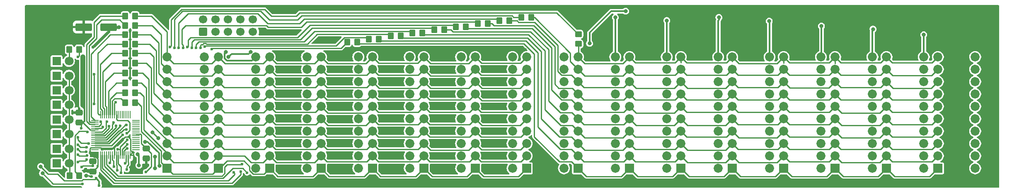
<source format=gtl>
G04 #@! TF.GenerationSoftware,KiCad,Pcbnew,9.0.5*
G04 #@! TF.CreationDate,2025-10-23T19:13:29+02:00*
G04 #@! TF.ProjectId,display-board,64697370-6c61-4792-9d62-6f6172642e6b,1.0a*
G04 #@! TF.SameCoordinates,Original*
G04 #@! TF.FileFunction,Copper,L1,Top*
G04 #@! TF.FilePolarity,Positive*
%FSLAX46Y46*%
G04 Gerber Fmt 4.6, Leading zero omitted, Abs format (unit mm)*
G04 Created by KiCad (PCBNEW 9.0.5) date 2025-10-23 19:13:29*
%MOMM*%
%LPD*%
G01*
G04 APERTURE LIST*
G04 Aperture macros list*
%AMRoundRect*
0 Rectangle with rounded corners*
0 $1 Rounding radius*
0 $2 $3 $4 $5 $6 $7 $8 $9 X,Y pos of 4 corners*
0 Add a 4 corners polygon primitive as box body*
4,1,4,$2,$3,$4,$5,$6,$7,$8,$9,$2,$3,0*
0 Add four circle primitives for the rounded corners*
1,1,$1+$1,$2,$3*
1,1,$1+$1,$4,$5*
1,1,$1+$1,$6,$7*
1,1,$1+$1,$8,$9*
0 Add four rect primitives between the rounded corners*
20,1,$1+$1,$2,$3,$4,$5,0*
20,1,$1+$1,$4,$5,$6,$7,0*
20,1,$1+$1,$6,$7,$8,$9,0*
20,1,$1+$1,$8,$9,$2,$3,0*%
G04 Aperture macros list end*
G04 #@! TA.AperFunction,SMDPad,CuDef*
%ADD10RoundRect,0.250000X-0.350000X-0.450000X0.350000X-0.450000X0.350000X0.450000X-0.350000X0.450000X0*%
G04 #@! TD*
G04 #@! TA.AperFunction,SMDPad,CuDef*
%ADD11RoundRect,0.250000X0.350000X0.450000X-0.350000X0.450000X-0.350000X-0.450000X0.350000X-0.450000X0*%
G04 #@! TD*
G04 #@! TA.AperFunction,ComponentPad*
%ADD12R,1.800000X1.800000*%
G04 #@! TD*
G04 #@! TA.AperFunction,ComponentPad*
%ADD13C,1.800000*%
G04 #@! TD*
G04 #@! TA.AperFunction,ComponentPad*
%ADD14R,1.850000X1.850000*%
G04 #@! TD*
G04 #@! TA.AperFunction,ComponentPad*
%ADD15C,1.850000*%
G04 #@! TD*
G04 #@! TA.AperFunction,SMDPad,CuDef*
%ADD16RoundRect,0.062500X-0.687500X-0.062500X0.687500X-0.062500X0.687500X0.062500X-0.687500X0.062500X0*%
G04 #@! TD*
G04 #@! TA.AperFunction,SMDPad,CuDef*
%ADD17RoundRect,0.062500X-0.062500X-0.687500X0.062500X-0.687500X0.062500X0.687500X-0.062500X0.687500X0*%
G04 #@! TD*
G04 #@! TA.AperFunction,SMDPad,CuDef*
%ADD18RoundRect,0.250000X1.412500X0.550000X-1.412500X0.550000X-1.412500X-0.550000X1.412500X-0.550000X0*%
G04 #@! TD*
G04 #@! TA.AperFunction,ComponentPad*
%ADD19RoundRect,0.250000X0.600000X-0.600000X0.600000X0.600000X-0.600000X0.600000X-0.600000X-0.600000X0*%
G04 #@! TD*
G04 #@! TA.AperFunction,ComponentPad*
%ADD20C,1.700000*%
G04 #@! TD*
G04 #@! TA.AperFunction,SMDPad,CuDef*
%ADD21RoundRect,0.250000X-0.475000X0.337500X-0.475000X-0.337500X0.475000X-0.337500X0.475000X0.337500X0*%
G04 #@! TD*
G04 #@! TA.AperFunction,SMDPad,CuDef*
%ADD22RoundRect,0.250000X-0.450000X0.350000X-0.450000X-0.350000X0.450000X-0.350000X0.450000X0.350000X0*%
G04 #@! TD*
G04 #@! TA.AperFunction,ComponentPad*
%ADD23C,6.400000*%
G04 #@! TD*
G04 #@! TA.AperFunction,SMDPad,CuDef*
%ADD24RoundRect,0.250000X0.475000X-0.337500X0.475000X0.337500X-0.475000X0.337500X-0.475000X-0.337500X0*%
G04 #@! TD*
G04 #@! TA.AperFunction,ViaPad*
%ADD25C,0.600000*%
G04 #@! TD*
G04 #@! TA.AperFunction,ViaPad*
%ADD26C,0.800000*%
G04 #@! TD*
G04 #@! TA.AperFunction,Conductor*
%ADD27C,0.250000*%
G04 #@! TD*
G04 #@! TA.AperFunction,Conductor*
%ADD28C,0.350000*%
G04 #@! TD*
G04 #@! TA.AperFunction,Conductor*
%ADD29C,1.000000*%
G04 #@! TD*
G04 #@! TA.AperFunction,Conductor*
%ADD30C,0.600000*%
G04 #@! TD*
G04 APERTURE END LIST*
D10*
X43636400Y-27076400D03*
X45636400Y-27076400D03*
X43636400Y-30886400D03*
X45636400Y-30886400D03*
X43652400Y-40792400D03*
X45652400Y-40792400D03*
X43652400Y-42824400D03*
X45652400Y-42824400D03*
D11*
X34238400Y-59842400D03*
X32238400Y-59842400D03*
D10*
X43636400Y-36728400D03*
X45636400Y-36728400D03*
X115661400Y-28600400D03*
X117661400Y-28600400D03*
D12*
X29616400Y-36310400D03*
D13*
X32156400Y-36310400D03*
D14*
X83656400Y-58310400D03*
D15*
X83656400Y-55770400D03*
X83656400Y-53230400D03*
X83656400Y-50690400D03*
X83656400Y-48150400D03*
X83656400Y-45610400D03*
X83656400Y-43070400D03*
X83656400Y-40530400D03*
X83656400Y-37990400D03*
X83656400Y-35450400D03*
X91276400Y-35450400D03*
X91276400Y-37990400D03*
X91276400Y-40530400D03*
X91276400Y-43070400D03*
X91276400Y-45610400D03*
X91276400Y-48150400D03*
X91276400Y-50690400D03*
X91276400Y-53230400D03*
X91276400Y-55770400D03*
X91276400Y-58310400D03*
D14*
X52156400Y-58310400D03*
D15*
X52156400Y-55770400D03*
X52156400Y-53230400D03*
X52156400Y-50690400D03*
X52156400Y-48150400D03*
X52156400Y-45610400D03*
X52156400Y-43070400D03*
X52156400Y-40530400D03*
X52156400Y-37990400D03*
X52156400Y-35450400D03*
X59776400Y-35450400D03*
X59776400Y-37990400D03*
X59776400Y-40530400D03*
X59776400Y-43070400D03*
X59776400Y-45610400D03*
X59776400Y-48150400D03*
X59776400Y-50690400D03*
X59776400Y-53230400D03*
X59776400Y-55770400D03*
X59776400Y-58310400D03*
D12*
X29616400Y-42310400D03*
D13*
X32156400Y-42310400D03*
D12*
X29616400Y-51310400D03*
D13*
X32156400Y-51310400D03*
D14*
X73156400Y-58310400D03*
D15*
X73156400Y-55770400D03*
X73156400Y-53230400D03*
X73156400Y-50690400D03*
X73156400Y-48150400D03*
X73156400Y-45610400D03*
X73156400Y-43070400D03*
X73156400Y-40530400D03*
X73156400Y-37990400D03*
X73156400Y-35450400D03*
X80776400Y-35450400D03*
X80776400Y-37990400D03*
X80776400Y-40530400D03*
X80776400Y-43070400D03*
X80776400Y-45610400D03*
X80776400Y-48150400D03*
X80776400Y-50690400D03*
X80776400Y-53230400D03*
X80776400Y-55770400D03*
X80776400Y-58310400D03*
D14*
X115156400Y-58310400D03*
D15*
X115156400Y-55770400D03*
X115156400Y-53230400D03*
X115156400Y-50690400D03*
X115156400Y-48150400D03*
X115156400Y-45610400D03*
X115156400Y-43070400D03*
X115156400Y-40530400D03*
X115156400Y-37990400D03*
X115156400Y-35450400D03*
X122776400Y-35450400D03*
X122776400Y-37990400D03*
X122776400Y-40530400D03*
X122776400Y-43070400D03*
X122776400Y-45610400D03*
X122776400Y-48150400D03*
X122776400Y-50690400D03*
X122776400Y-53230400D03*
X122776400Y-55770400D03*
X122776400Y-58310400D03*
D16*
X37429400Y-48460400D03*
X37429400Y-48860400D03*
X37429400Y-49260400D03*
X37429400Y-49660400D03*
X37429400Y-50060400D03*
X37429400Y-50460400D03*
X37429400Y-50860400D03*
X37429400Y-51260400D03*
X37429400Y-51660400D03*
X37429400Y-52060400D03*
X37429400Y-52460400D03*
X37429400Y-52860400D03*
X37429400Y-53260400D03*
X37429400Y-53660400D03*
X37429400Y-54060400D03*
X37429400Y-54460400D03*
D17*
X38604400Y-55635400D03*
X39004400Y-55635400D03*
X39404400Y-55635400D03*
X39804400Y-55635400D03*
X40204400Y-55635400D03*
X40604400Y-55635400D03*
X41004400Y-55635400D03*
X41404400Y-55635400D03*
X41804400Y-55635400D03*
X42204400Y-55635400D03*
X42604400Y-55635400D03*
X43004400Y-55635400D03*
X43404400Y-55635400D03*
X43804400Y-55635400D03*
X44204400Y-55635400D03*
X44604400Y-55635400D03*
D16*
X45779400Y-54460400D03*
X45779400Y-54060400D03*
X45779400Y-53660400D03*
X45779400Y-53260400D03*
X45779400Y-52860400D03*
X45779400Y-52460400D03*
X45779400Y-52060400D03*
X45779400Y-51660400D03*
X45779400Y-51260400D03*
X45779400Y-50860400D03*
X45779400Y-50460400D03*
X45779400Y-50060400D03*
X45779400Y-49660400D03*
X45779400Y-49260400D03*
X45779400Y-48860400D03*
X45779400Y-48460400D03*
D17*
X44604400Y-47285400D03*
X44204400Y-47285400D03*
X43804400Y-47285400D03*
X43404400Y-47285400D03*
X43004400Y-47285400D03*
X42604400Y-47285400D03*
X42204400Y-47285400D03*
X41804400Y-47285400D03*
X41404400Y-47285400D03*
X41004400Y-47285400D03*
X40604400Y-47285400D03*
X40204400Y-47285400D03*
X39804400Y-47285400D03*
X39404400Y-47285400D03*
X39004400Y-47285400D03*
X38604400Y-47285400D03*
D10*
X43652400Y-34696400D03*
X45652400Y-34696400D03*
D18*
X40193900Y-29310400D03*
X35118900Y-29310400D03*
D19*
X59496400Y-30310400D03*
D20*
X59496400Y-27770400D03*
X62036400Y-30310400D03*
X62036400Y-27770400D03*
X64576400Y-30310400D03*
X64576400Y-27770400D03*
X67116400Y-30310400D03*
X67116400Y-27770400D03*
X69656400Y-30310400D03*
X69656400Y-27770400D03*
D21*
X37032400Y-56899900D03*
X37032400Y-58974900D03*
D10*
X43636400Y-28981400D03*
X45636400Y-28981400D03*
X43636400Y-38760400D03*
X45636400Y-38760400D03*
X106771400Y-29870400D03*
X108771400Y-29870400D03*
D11*
X34206400Y-33934400D03*
X32206400Y-33934400D03*
D21*
X47954400Y-54232900D03*
X47954400Y-56307900D03*
D22*
X136219400Y-30775400D03*
X136219400Y-32775400D03*
D10*
X93436400Y-31775400D03*
X95436400Y-31775400D03*
D23*
X218156400Y-28810400D03*
D10*
X111216400Y-29235400D03*
X113216400Y-29235400D03*
X88991400Y-32410400D03*
X90991400Y-32410400D03*
D24*
X34238400Y-48941900D03*
X34238400Y-46866900D03*
D10*
X124551400Y-27330400D03*
X126551400Y-27330400D03*
X43636400Y-32791400D03*
X45636400Y-32791400D03*
X102326400Y-30505400D03*
X104326400Y-30505400D03*
D12*
X29616400Y-48310400D03*
D13*
X32156400Y-48310400D03*
D14*
X104656400Y-58310400D03*
D15*
X104656400Y-55770400D03*
X104656400Y-53230400D03*
X104656400Y-50690400D03*
X104656400Y-48150400D03*
X104656400Y-45610400D03*
X104656400Y-43070400D03*
X104656400Y-40530400D03*
X104656400Y-37990400D03*
X104656400Y-35450400D03*
X112276400Y-35450400D03*
X112276400Y-37990400D03*
X112276400Y-40530400D03*
X112276400Y-43070400D03*
X112276400Y-45610400D03*
X112276400Y-48150400D03*
X112276400Y-50690400D03*
X112276400Y-53230400D03*
X112276400Y-55770400D03*
X112276400Y-58310400D03*
D14*
X125656400Y-58310400D03*
D15*
X125656400Y-55770400D03*
X125656400Y-53230400D03*
X125656400Y-50690400D03*
X125656400Y-48150400D03*
X125656400Y-45610400D03*
X125656400Y-43070400D03*
X125656400Y-40530400D03*
X125656400Y-37990400D03*
X125656400Y-35450400D03*
X133276400Y-35450400D03*
X133276400Y-37990400D03*
X133276400Y-40530400D03*
X133276400Y-43070400D03*
X133276400Y-45610400D03*
X133276400Y-48150400D03*
X133276400Y-50690400D03*
X133276400Y-53230400D03*
X133276400Y-55770400D03*
X133276400Y-58310400D03*
D14*
X62656400Y-58310400D03*
D15*
X62656400Y-55770400D03*
X62656400Y-53230400D03*
X62656400Y-50690400D03*
X62656400Y-48150400D03*
X62656400Y-45610400D03*
X62656400Y-43070400D03*
X62656400Y-40530400D03*
X62656400Y-37990400D03*
X62656400Y-35450400D03*
X70276400Y-35450400D03*
X70276400Y-37990400D03*
X70276400Y-40530400D03*
X70276400Y-43070400D03*
X70276400Y-45610400D03*
X70276400Y-48150400D03*
X70276400Y-50690400D03*
X70276400Y-53230400D03*
X70276400Y-55770400D03*
X70276400Y-58310400D03*
D14*
X199156400Y-58310400D03*
D15*
X199156400Y-55770400D03*
X199156400Y-53230400D03*
X199156400Y-50690400D03*
X199156400Y-48150400D03*
X199156400Y-45610400D03*
X199156400Y-43070400D03*
X199156400Y-40530400D03*
X199156400Y-37990400D03*
X199156400Y-35450400D03*
X206776400Y-35450400D03*
X206776400Y-37990400D03*
X206776400Y-40530400D03*
X206776400Y-43070400D03*
X206776400Y-45610400D03*
X206776400Y-48150400D03*
X206776400Y-50690400D03*
X206776400Y-53230400D03*
X206776400Y-55770400D03*
X206776400Y-58310400D03*
D14*
X157156400Y-58310400D03*
D15*
X157156400Y-55770400D03*
X157156400Y-53230400D03*
X157156400Y-50690400D03*
X157156400Y-48150400D03*
X157156400Y-45610400D03*
X157156400Y-43070400D03*
X157156400Y-40530400D03*
X157156400Y-37990400D03*
X157156400Y-35450400D03*
X164776400Y-35450400D03*
X164776400Y-37990400D03*
X164776400Y-40530400D03*
X164776400Y-43070400D03*
X164776400Y-45610400D03*
X164776400Y-48150400D03*
X164776400Y-50690400D03*
X164776400Y-53230400D03*
X164776400Y-55770400D03*
X164776400Y-58310400D03*
D14*
X188656400Y-58310400D03*
D15*
X188656400Y-55770400D03*
X188656400Y-53230400D03*
X188656400Y-50690400D03*
X188656400Y-48150400D03*
X188656400Y-45610400D03*
X188656400Y-43070400D03*
X188656400Y-40530400D03*
X188656400Y-37990400D03*
X188656400Y-35450400D03*
X196276400Y-35450400D03*
X196276400Y-37990400D03*
X196276400Y-40530400D03*
X196276400Y-43070400D03*
X196276400Y-45610400D03*
X196276400Y-48150400D03*
X196276400Y-50690400D03*
X196276400Y-53230400D03*
X196276400Y-55770400D03*
X196276400Y-58310400D03*
D14*
X178156400Y-58310400D03*
D15*
X178156400Y-55770400D03*
X178156400Y-53230400D03*
X178156400Y-50690400D03*
X178156400Y-48150400D03*
X178156400Y-45610400D03*
X178156400Y-43070400D03*
X178156400Y-40530400D03*
X178156400Y-37990400D03*
X178156400Y-35450400D03*
X185776400Y-35450400D03*
X185776400Y-37990400D03*
X185776400Y-40530400D03*
X185776400Y-43070400D03*
X185776400Y-45610400D03*
X185776400Y-48150400D03*
X185776400Y-50690400D03*
X185776400Y-53230400D03*
X185776400Y-55770400D03*
X185776400Y-58310400D03*
D14*
X209656400Y-58310400D03*
D15*
X209656400Y-55770400D03*
X209656400Y-53230400D03*
X209656400Y-50690400D03*
X209656400Y-48150400D03*
X209656400Y-45610400D03*
X209656400Y-43070400D03*
X209656400Y-40530400D03*
X209656400Y-37990400D03*
X209656400Y-35450400D03*
X217276400Y-35450400D03*
X217276400Y-37990400D03*
X217276400Y-40530400D03*
X217276400Y-43070400D03*
X217276400Y-45610400D03*
X217276400Y-48150400D03*
X217276400Y-50690400D03*
X217276400Y-53230400D03*
X217276400Y-55770400D03*
X217276400Y-58310400D03*
D14*
X94156400Y-58310400D03*
D15*
X94156400Y-55770400D03*
X94156400Y-53230400D03*
X94156400Y-50690400D03*
X94156400Y-48150400D03*
X94156400Y-45610400D03*
X94156400Y-43070400D03*
X94156400Y-40530400D03*
X94156400Y-37990400D03*
X94156400Y-35450400D03*
X101776400Y-35450400D03*
X101776400Y-37990400D03*
X101776400Y-40530400D03*
X101776400Y-43070400D03*
X101776400Y-45610400D03*
X101776400Y-48150400D03*
X101776400Y-50690400D03*
X101776400Y-53230400D03*
X101776400Y-55770400D03*
X101776400Y-58310400D03*
D12*
X29616400Y-45310400D03*
D13*
X32156400Y-45310400D03*
D12*
X29616400Y-39310400D03*
D13*
X32156400Y-39310400D03*
D12*
X29616400Y-57310400D03*
D13*
X32156400Y-57310400D03*
D12*
X29616400Y-54310400D03*
D13*
X32156400Y-54310400D03*
D14*
X167656400Y-58310400D03*
D15*
X167656400Y-55770400D03*
X167656400Y-53230400D03*
X167656400Y-50690400D03*
X167656400Y-48150400D03*
X167656400Y-45610400D03*
X167656400Y-43070400D03*
X167656400Y-40530400D03*
X167656400Y-37990400D03*
X167656400Y-35450400D03*
X175276400Y-35450400D03*
X175276400Y-37990400D03*
X175276400Y-40530400D03*
X175276400Y-43070400D03*
X175276400Y-45610400D03*
X175276400Y-48150400D03*
X175276400Y-50690400D03*
X175276400Y-53230400D03*
X175276400Y-55770400D03*
X175276400Y-58310400D03*
D14*
X146656400Y-58310400D03*
D15*
X146656400Y-55770400D03*
X146656400Y-53230400D03*
X146656400Y-50690400D03*
X146656400Y-48150400D03*
X146656400Y-45610400D03*
X146656400Y-43070400D03*
X146656400Y-40530400D03*
X146656400Y-37990400D03*
X146656400Y-35450400D03*
X154276400Y-35450400D03*
X154276400Y-37990400D03*
X154276400Y-40530400D03*
X154276400Y-43070400D03*
X154276400Y-45610400D03*
X154276400Y-48150400D03*
X154276400Y-50690400D03*
X154276400Y-53230400D03*
X154276400Y-55770400D03*
X154276400Y-58310400D03*
D14*
X136156400Y-58310400D03*
D15*
X136156400Y-55770400D03*
X136156400Y-53230400D03*
X136156400Y-50690400D03*
X136156400Y-48150400D03*
X136156400Y-45610400D03*
X136156400Y-43070400D03*
X136156400Y-40530400D03*
X136156400Y-37990400D03*
X136156400Y-35450400D03*
X143776400Y-35450400D03*
X143776400Y-37990400D03*
X143776400Y-40530400D03*
X143776400Y-43070400D03*
X143776400Y-45610400D03*
X143776400Y-48150400D03*
X143776400Y-50690400D03*
X143776400Y-53230400D03*
X143776400Y-55770400D03*
X143776400Y-58310400D03*
D10*
X43652400Y-44856400D03*
X45652400Y-44856400D03*
X97881400Y-31140400D03*
X99881400Y-31140400D03*
X120106400Y-27965400D03*
X122106400Y-27965400D03*
D23*
X27156400Y-28810400D03*
D25*
X40334400Y-49682400D03*
X43937907Y-51126907D03*
X61289400Y-33807400D03*
X41223400Y-48920400D03*
X56336400Y-33426400D03*
X39064400Y-49809400D03*
X35889400Y-50825400D03*
X57225400Y-33553400D03*
X59003400Y-33553400D03*
X33984400Y-35458400D03*
X41630972Y-44729400D03*
X59892400Y-33299400D03*
X58114400Y-33553400D03*
X38620292Y-48701638D03*
X39889900Y-48729900D03*
X68528400Y-59207400D03*
X43890400Y-49428400D03*
X42620400Y-49555400D03*
X54558400Y-33553400D03*
X43890400Y-50317400D03*
X53669400Y-33553400D03*
X52780400Y-33426400D03*
X43128400Y-51460400D03*
X37286400Y-45110400D03*
X37286400Y-39014400D03*
X65797900Y-59143900D03*
X67512400Y-57429400D03*
X67258400Y-58953400D03*
X41731400Y-49555400D03*
X55447400Y-33553400D03*
X125424400Y-33934400D03*
X108406400Y-37871400D03*
X33857400Y-38252400D03*
X76910400Y-37998400D03*
X97738400Y-58064400D03*
X97738400Y-42951400D03*
X45160400Y-55035400D03*
X35508400Y-58572400D03*
X118820400Y-48285400D03*
X87324400Y-53111400D03*
X24205400Y-52857400D03*
X108279400Y-50571400D03*
X87324400Y-58064400D03*
X25983400Y-34315400D03*
X118947400Y-35331400D03*
X87324400Y-55524400D03*
X97738400Y-48158400D03*
X76783400Y-45618400D03*
X97865400Y-40411400D03*
X24459400Y-41046400D03*
X24205400Y-46888400D03*
X118820400Y-43078400D03*
X76910400Y-40538400D03*
X118820400Y-53238400D03*
X118947400Y-40538400D03*
X31825400Y-27076400D03*
X97738400Y-53111400D03*
X108406400Y-40411400D03*
X26999400Y-61112400D03*
X24332400Y-49682400D03*
X86054400Y-32029400D03*
X26491400Y-37490400D03*
X108279400Y-55524400D03*
X77164400Y-25298400D03*
X87324400Y-42951400D03*
X87451400Y-40411400D03*
X87451400Y-35204400D03*
X87451400Y-37871400D03*
X97865400Y-37871400D03*
X33857400Y-36855400D03*
X118820400Y-58191400D03*
X30682400Y-59080400D03*
X87324400Y-48158400D03*
X97738400Y-50571400D03*
X97865400Y-35204400D03*
X46811400Y-58953400D03*
X24967400Y-37871400D03*
X108406400Y-35204400D03*
X108279400Y-45491400D03*
X108279400Y-53111400D03*
X118947400Y-37998400D03*
X24205400Y-56794400D03*
X118820400Y-55651400D03*
X76783400Y-50698400D03*
X33730400Y-41554400D03*
X76783400Y-53238400D03*
X50367400Y-26949400D03*
X34873400Y-26949400D03*
X44636401Y-30163682D03*
X30555400Y-37871400D03*
X34619400Y-50063400D03*
X34746400Y-58064400D03*
X118820400Y-50698400D03*
X76783400Y-43078400D03*
X83006400Y-31902400D03*
X44652400Y-39776400D03*
X76783400Y-48285400D03*
X108279400Y-48158400D03*
X87324400Y-50571400D03*
X75386400Y-26314400D03*
X108279400Y-42951400D03*
X35000400Y-35458400D03*
X24205400Y-43586400D03*
X74624400Y-30251400D03*
X97738400Y-45491400D03*
X76910400Y-35331400D03*
X37032400Y-33426400D03*
X42366400Y-53111400D03*
X76783400Y-55651400D03*
D26*
X42366400Y-29362400D03*
D25*
X77164400Y-30759400D03*
X118820400Y-45618400D03*
X40461400Y-57175400D03*
X108279400Y-58064400D03*
X35127400Y-31648400D03*
X30555400Y-31648400D03*
X38937400Y-54381400D03*
X47827400Y-59080400D03*
X37032400Y-57810400D03*
X76783400Y-58191400D03*
X33984400Y-45491400D03*
X97738400Y-55524400D03*
X87324400Y-45491400D03*
D26*
X145871400Y-26060400D03*
X47700400Y-52857400D03*
X64210400Y-34442400D03*
X143776400Y-27330400D03*
D25*
X33984400Y-57048400D03*
X43956400Y-58572400D03*
D26*
X69244986Y-34395972D03*
D25*
X43636400Y-57302400D03*
X33984400Y-54381400D03*
D26*
X64718400Y-35458400D03*
X154276400Y-27965400D03*
X164921400Y-27330400D03*
D25*
X35752623Y-56530623D03*
X35825900Y-55714900D03*
X33984400Y-55524400D03*
D26*
X50621400Y-57810400D03*
D25*
X42112400Y-54381400D03*
D26*
X196417400Y-29743400D03*
X26745400Y-59334400D03*
D25*
X34873400Y-61493400D03*
D26*
X49732400Y-58318400D03*
X26364400Y-57937400D03*
X185876400Y-29108400D03*
D25*
X37667400Y-60350400D03*
X36143400Y-53238400D03*
X44017400Y-53365400D03*
D26*
X50367400Y-52095400D03*
D25*
X35762400Y-54000400D03*
X33984400Y-51968400D03*
D26*
X46176400Y-55397400D03*
D25*
X42747400Y-59207400D03*
X44004421Y-52489379D03*
X38302400Y-61834400D03*
D26*
X46430400Y-57683400D03*
D25*
X44017400Y-54254400D03*
X35635400Y-54889400D03*
X33984400Y-53492400D03*
D26*
X49224400Y-50952400D03*
X175208400Y-28092400D03*
X49732400Y-55905400D03*
X206776400Y-30886400D03*
D25*
X41985400Y-58699400D03*
D26*
X138505400Y-32664400D03*
D25*
X41350400Y-57937400D03*
X36778400Y-60012400D03*
D26*
X35635400Y-59842400D03*
D27*
X208455400Y-36651400D02*
X209656400Y-35450400D01*
X200357400Y-36651400D02*
X208455400Y-36651400D01*
X199156400Y-35450400D02*
X200357400Y-36651400D01*
X197955400Y-36651400D02*
X199156400Y-35450400D01*
X188656400Y-35450400D02*
X189857400Y-36651400D01*
X189857400Y-36651400D02*
X197955400Y-36651400D01*
X178156400Y-35450400D02*
X179357400Y-36651400D01*
X179357400Y-36651400D02*
X187455400Y-36651400D01*
X187455400Y-36651400D02*
X188656400Y-35450400D01*
X158357400Y-36651400D02*
X166455400Y-36651400D01*
X166455400Y-36651400D02*
X167656400Y-35450400D01*
X157156400Y-35450400D02*
X158357400Y-36651400D01*
X146656400Y-35450400D02*
X147857400Y-36651400D01*
X155955400Y-36651400D02*
X157156400Y-35450400D01*
X147857400Y-36651400D02*
X155955400Y-36651400D01*
X188656400Y-37990400D02*
X189857400Y-39191400D01*
X189857400Y-39191400D02*
X197955400Y-39191400D01*
X197955400Y-39191400D02*
X199156400Y-37990400D01*
X200434400Y-39268400D02*
X208378400Y-39268400D01*
X208378400Y-39268400D02*
X209656400Y-37990400D01*
X199156400Y-37990400D02*
X200434400Y-39268400D01*
X179357400Y-39191400D02*
X187455400Y-39191400D01*
X187455400Y-39191400D02*
X188656400Y-37990400D01*
X178156400Y-37990400D02*
X179357400Y-39191400D01*
X167656400Y-37990400D02*
X168857400Y-39191400D01*
X176955400Y-39191400D02*
X178156400Y-37990400D01*
X168857400Y-39191400D02*
X176955400Y-39191400D01*
X166455400Y-39191400D02*
X167656400Y-37990400D01*
X158357400Y-39191400D02*
X166455400Y-39191400D01*
X157156400Y-37990400D02*
X158357400Y-39191400D01*
X145317400Y-36789400D02*
X146656400Y-35450400D01*
X137495400Y-36789400D02*
X145317400Y-36789400D01*
X136156400Y-35450400D02*
X137495400Y-36789400D01*
X155955400Y-39191400D02*
X157156400Y-37990400D01*
X147857400Y-39191400D02*
X155955400Y-39191400D01*
X146656400Y-37990400D02*
X147857400Y-39191400D01*
X145317400Y-39329400D02*
X146656400Y-37990400D01*
X136156400Y-37990400D02*
X137495400Y-39329400D01*
X137495400Y-39329400D02*
X145317400Y-39329400D01*
X208317400Y-41869400D02*
X209656400Y-40530400D01*
X199156400Y-40530400D02*
X200495400Y-41869400D01*
X200495400Y-41869400D02*
X208317400Y-41869400D01*
X197955400Y-41731400D02*
X199156400Y-40530400D01*
X188656400Y-40530400D02*
X189857400Y-41731400D01*
X189857400Y-41731400D02*
X197955400Y-41731400D01*
X179434400Y-41808400D02*
X187378400Y-41808400D01*
X187378400Y-41808400D02*
X188656400Y-40530400D01*
X178156400Y-40530400D02*
X179434400Y-41808400D01*
X176955400Y-41731400D02*
X178156400Y-40530400D01*
X167656400Y-40530400D02*
X168857400Y-41731400D01*
X168857400Y-41731400D02*
X176955400Y-41731400D01*
X166317400Y-41869400D02*
X167656400Y-40530400D01*
X157156400Y-40530400D02*
X158495400Y-41869400D01*
X158495400Y-41869400D02*
X166317400Y-41869400D01*
X176817400Y-36789400D02*
X178156400Y-35450400D01*
X168995400Y-36789400D02*
X176817400Y-36789400D01*
X167656400Y-35450400D02*
X168995400Y-36789400D01*
X137357400Y-41731400D02*
X145455400Y-41731400D01*
X145455400Y-41731400D02*
X146656400Y-40530400D01*
X136156400Y-40530400D02*
X137357400Y-41731400D01*
X199156400Y-43070400D02*
X200357400Y-44271400D01*
X208455400Y-44271400D02*
X209656400Y-43070400D01*
X200357400Y-44271400D02*
X208455400Y-44271400D01*
X188656400Y-43070400D02*
X189857400Y-44271400D01*
X197955400Y-44271400D02*
X199156400Y-43070400D01*
X189857400Y-44271400D02*
X197955400Y-44271400D01*
X187455400Y-44271400D02*
X188656400Y-43070400D01*
X179357400Y-44271400D02*
X187455400Y-44271400D01*
X178156400Y-43070400D02*
X179357400Y-44271400D01*
X168857400Y-44271400D02*
X176955400Y-44271400D01*
X167656400Y-43070400D02*
X168857400Y-44271400D01*
X176955400Y-44271400D02*
X178156400Y-43070400D01*
X166455400Y-44271400D02*
X167656400Y-43070400D01*
X157156400Y-43070400D02*
X158357400Y-44271400D01*
X158357400Y-44271400D02*
X166455400Y-44271400D01*
X155955400Y-44271400D02*
X157156400Y-43070400D01*
X147857400Y-44271400D02*
X155955400Y-44271400D01*
X146656400Y-43070400D02*
X147857400Y-44271400D01*
X145455400Y-44271400D02*
X146656400Y-43070400D01*
X137357400Y-44271400D02*
X145455400Y-44271400D01*
X136156400Y-43070400D02*
X137357400Y-44271400D01*
X208455400Y-46811400D02*
X209656400Y-45610400D01*
X200357400Y-46811400D02*
X208455400Y-46811400D01*
X199156400Y-45610400D02*
X200357400Y-46811400D01*
X179357400Y-46811400D02*
X187455400Y-46811400D01*
X178156400Y-45610400D02*
X179357400Y-46811400D01*
X187455400Y-46811400D02*
X188656400Y-45610400D01*
X167656400Y-45610400D02*
X168857400Y-46811400D01*
X176955400Y-46811400D02*
X178156400Y-45610400D01*
X168857400Y-46811400D02*
X176955400Y-46811400D01*
X158357400Y-46811400D02*
X166455400Y-46811400D01*
X157156400Y-45610400D02*
X158357400Y-46811400D01*
X166455400Y-46811400D02*
X167656400Y-45610400D01*
X189995400Y-46949400D02*
X197817400Y-46949400D01*
X188656400Y-45610400D02*
X189995400Y-46949400D01*
X197817400Y-46949400D02*
X199156400Y-45610400D01*
X147995400Y-46949400D02*
X155817400Y-46949400D01*
X146656400Y-45610400D02*
X147995400Y-46949400D01*
X155817400Y-46949400D02*
X157156400Y-45610400D01*
X136156400Y-45610400D02*
X137357400Y-46811400D01*
X137357400Y-46811400D02*
X145455400Y-46811400D01*
X145455400Y-46811400D02*
X146656400Y-45610400D01*
X208455400Y-49351400D02*
X209656400Y-48150400D01*
X200357400Y-49351400D02*
X208455400Y-49351400D01*
X199156400Y-48150400D02*
X200357400Y-49351400D01*
X189995400Y-49489400D02*
X197817400Y-49489400D01*
X188656400Y-48150400D02*
X189995400Y-49489400D01*
X197817400Y-49489400D02*
X199156400Y-48150400D01*
X187455400Y-49351400D02*
X188656400Y-48150400D01*
X179357400Y-49351400D02*
X187455400Y-49351400D01*
X178156400Y-48150400D02*
X179357400Y-49351400D01*
X167656400Y-48150400D02*
X168857400Y-49351400D01*
X168857400Y-49351400D02*
X176955400Y-49351400D01*
X176955400Y-49351400D02*
X178156400Y-48150400D01*
X157156400Y-48150400D02*
X158495400Y-49489400D01*
X158495400Y-49489400D02*
X166317400Y-49489400D01*
X166317400Y-49489400D02*
X167656400Y-48150400D01*
X146656400Y-48150400D02*
X147995400Y-49489400D01*
X155817400Y-49489400D02*
X157156400Y-48150400D01*
X147995400Y-49489400D02*
X155817400Y-49489400D01*
X136156400Y-48150400D02*
X137357400Y-49351400D01*
X145455400Y-49351400D02*
X146656400Y-48150400D01*
X137357400Y-49351400D02*
X145455400Y-49351400D01*
X200357400Y-51891400D02*
X208455400Y-51891400D01*
X208455400Y-51891400D02*
X209656400Y-50690400D01*
X199156400Y-50690400D02*
X200357400Y-51891400D01*
X188656400Y-50690400D02*
X189995400Y-52029400D01*
X189995400Y-52029400D02*
X197817400Y-52029400D01*
X197817400Y-52029400D02*
X199156400Y-50690400D01*
X178156400Y-50690400D02*
X179357400Y-51891400D01*
X179357400Y-51891400D02*
X187455400Y-51891400D01*
X187455400Y-51891400D02*
X188656400Y-50690400D01*
X176817400Y-52029400D02*
X178156400Y-50690400D01*
X168995400Y-52029400D02*
X176817400Y-52029400D01*
X167656400Y-50690400D02*
X168995400Y-52029400D01*
X166455400Y-51891400D02*
X167656400Y-50690400D01*
X158357400Y-51891400D02*
X166455400Y-51891400D01*
X157156400Y-50690400D02*
X158357400Y-51891400D01*
X155955400Y-51891400D02*
X157156400Y-50690400D01*
X146656400Y-50690400D02*
X147857400Y-51891400D01*
X147857400Y-51891400D02*
X155955400Y-51891400D01*
X145317400Y-52029400D02*
X146656400Y-50690400D01*
X137495400Y-52029400D02*
X145317400Y-52029400D01*
X136156400Y-50690400D02*
X137495400Y-52029400D01*
X208455400Y-54431400D02*
X209656400Y-53230400D01*
X200357400Y-54431400D02*
X208455400Y-54431400D01*
X199156400Y-53230400D02*
X200357400Y-54431400D01*
X197955400Y-54431400D02*
X199156400Y-53230400D01*
X189857400Y-54431400D02*
X197955400Y-54431400D01*
X188656400Y-53230400D02*
X189857400Y-54431400D01*
X147995400Y-41869400D02*
X155817400Y-41869400D01*
X155817400Y-41869400D02*
X157156400Y-40530400D01*
X146656400Y-40530400D02*
X147995400Y-41869400D01*
X179357400Y-54431400D02*
X187455400Y-54431400D01*
X178156400Y-53230400D02*
X179357400Y-54431400D01*
X187455400Y-54431400D02*
X188656400Y-53230400D01*
X167656400Y-53230400D02*
X168857400Y-54431400D01*
X176955400Y-54431400D02*
X178156400Y-53230400D01*
X168857400Y-54431400D02*
X176955400Y-54431400D01*
X166317400Y-54569400D02*
X167656400Y-53230400D01*
X158495400Y-54569400D02*
X166317400Y-54569400D01*
X157156400Y-53230400D02*
X158495400Y-54569400D01*
X146656400Y-53230400D02*
X147857400Y-54431400D01*
X155955400Y-54431400D02*
X157156400Y-53230400D01*
X147857400Y-54431400D02*
X155955400Y-54431400D01*
X136156400Y-53230400D02*
X137495400Y-54569400D01*
X137495400Y-54569400D02*
X145317400Y-54569400D01*
X145317400Y-54569400D02*
X146656400Y-53230400D01*
X199156400Y-55770400D02*
X200357400Y-56971400D01*
X208455400Y-56971400D02*
X209656400Y-55770400D01*
X200357400Y-56971400D02*
X208455400Y-56971400D01*
X188656400Y-55770400D02*
X189995400Y-57109400D01*
X189995400Y-57109400D02*
X197817400Y-57109400D01*
X197817400Y-57109400D02*
X199156400Y-55770400D01*
X167656400Y-55770400D02*
X168995400Y-57109400D01*
X176817400Y-57109400D02*
X178156400Y-55770400D01*
X168995400Y-57109400D02*
X176817400Y-57109400D01*
X157156400Y-55770400D02*
X158495400Y-57109400D01*
X166317400Y-57109400D02*
X167656400Y-55770400D01*
X158495400Y-57109400D02*
X166317400Y-57109400D01*
X147857400Y-56971400D02*
X155955400Y-56971400D01*
X155955400Y-56971400D02*
X157156400Y-55770400D01*
X146656400Y-55770400D02*
X147857400Y-56971400D01*
X137357400Y-56971400D02*
X145455400Y-56971400D01*
X145455400Y-56971400D02*
X146656400Y-55770400D01*
X136156400Y-55770400D02*
X137357400Y-56971400D01*
X144997400Y-59969400D02*
X146656400Y-58310400D01*
X136156400Y-58310400D02*
X137815400Y-59969400D01*
X148315400Y-59969400D02*
X155497400Y-59969400D01*
X137815400Y-59969400D02*
X144997400Y-59969400D01*
X155497400Y-59969400D02*
X157156400Y-58310400D01*
X146656400Y-58310400D02*
X148315400Y-59969400D01*
X179815400Y-59969400D02*
X186997400Y-59969400D01*
X178156400Y-58310400D02*
X179815400Y-59969400D01*
X165997400Y-59969400D02*
X167656400Y-58310400D01*
X199156400Y-58310400D02*
X200815400Y-59969400D01*
X188656400Y-58310400D02*
X190315400Y-59969400D01*
X197497400Y-59969400D02*
X199156400Y-58310400D01*
X158815400Y-59969400D02*
X165997400Y-59969400D01*
X190315400Y-59969400D02*
X197497400Y-59969400D01*
X207997400Y-59969400D02*
X209656400Y-58310400D01*
X200815400Y-59969400D02*
X207997400Y-59969400D01*
X167656400Y-58310400D02*
X169315400Y-59969400D01*
X157156400Y-58310400D02*
X158815400Y-59969400D01*
X176497400Y-59969400D02*
X178156400Y-58310400D01*
X186997400Y-59969400D02*
X188656400Y-58310400D01*
X169315400Y-59969400D02*
X176497400Y-59969400D01*
X83656400Y-58310400D02*
X85315400Y-59969400D01*
X102997400Y-59969400D02*
X104656400Y-58310400D01*
X106315400Y-59969400D02*
X113497400Y-59969400D01*
X113497400Y-59969400D02*
X115156400Y-58310400D01*
X116815400Y-59969400D02*
X123997400Y-59969400D01*
X115156400Y-58310400D02*
X116815400Y-59969400D01*
X94156400Y-58310400D02*
X95815400Y-59969400D01*
X81997400Y-59969400D02*
X83656400Y-58310400D01*
X74815400Y-59969400D02*
X81997400Y-59969400D01*
X73156400Y-58310400D02*
X74815400Y-59969400D01*
X92497400Y-59969400D02*
X94156400Y-58310400D01*
X85315400Y-59969400D02*
X92497400Y-59969400D01*
X123997400Y-59969400D02*
X125656400Y-58310400D01*
X104656400Y-58310400D02*
X106315400Y-59969400D01*
X95815400Y-59969400D02*
X102997400Y-59969400D01*
X71955400Y-59511400D02*
X73156400Y-58310400D01*
X69778929Y-59511400D02*
X71955400Y-59511400D01*
X67893400Y-56794400D02*
X69036400Y-57937400D01*
X69036400Y-58768871D02*
X69778929Y-59511400D01*
X62656400Y-58310400D02*
X62948400Y-58310400D01*
X64464400Y-56794400D02*
X67893400Y-56794400D01*
X69036400Y-57937400D02*
X69036400Y-58768871D01*
X62948400Y-58310400D02*
X64464400Y-56794400D01*
X61317400Y-36789400D02*
X53495400Y-36789400D01*
X53495400Y-36789400D02*
X52156400Y-35450400D01*
X62656400Y-35450400D02*
X61317400Y-36789400D01*
X179357400Y-56971400D02*
X187455400Y-56971400D01*
X178156400Y-55770400D02*
X179357400Y-56971400D01*
X187455400Y-56971400D02*
X188656400Y-55770400D01*
X63995400Y-36789400D02*
X62656400Y-35450400D01*
X71817400Y-36789400D02*
X63995400Y-36789400D01*
X73156400Y-35450400D02*
X71817400Y-36789400D01*
X104656400Y-35450400D02*
X103378400Y-36728400D01*
X95434400Y-36728400D02*
X94156400Y-35450400D01*
X103378400Y-36728400D02*
X95434400Y-36728400D01*
X113817400Y-36789400D02*
X105995400Y-36789400D01*
X105995400Y-36789400D02*
X104656400Y-35450400D01*
X115156400Y-35450400D02*
X113817400Y-36789400D01*
X125656400Y-35450400D02*
X124408400Y-36698400D01*
X116404400Y-36698400D02*
X115156400Y-35450400D01*
X124408400Y-36698400D02*
X116404400Y-36698400D01*
X124455400Y-39191400D02*
X125656400Y-37990400D01*
X116357400Y-39191400D02*
X124455400Y-39191400D01*
X115156400Y-37990400D02*
X116357400Y-39191400D01*
X105995400Y-39329400D02*
X113817400Y-39329400D01*
X104656400Y-37990400D02*
X105995400Y-39329400D01*
X113817400Y-39329400D02*
X115156400Y-37990400D01*
X94156400Y-37990400D02*
X95357400Y-39191400D01*
X103455400Y-39191400D02*
X104656400Y-37990400D01*
X95357400Y-39191400D02*
X103455400Y-39191400D01*
X92955400Y-39191400D02*
X94156400Y-37990400D01*
X84857400Y-39191400D02*
X92955400Y-39191400D01*
X83656400Y-37990400D02*
X84857400Y-39191400D01*
X82378400Y-39268400D02*
X83656400Y-37990400D01*
X74434400Y-39268400D02*
X82378400Y-39268400D01*
X73156400Y-37990400D02*
X74434400Y-39268400D01*
X73156400Y-43070400D02*
X74357400Y-44271400D01*
X82455400Y-44271400D02*
X83656400Y-43070400D01*
X74357400Y-44271400D02*
X82455400Y-44271400D01*
X71955400Y-44271400D02*
X73156400Y-43070400D01*
X63857400Y-44271400D02*
X71955400Y-44271400D01*
X62656400Y-43070400D02*
X63857400Y-44271400D01*
X52156400Y-43070400D02*
X53495400Y-44409400D01*
X61317400Y-44409400D02*
X62656400Y-43070400D01*
X53495400Y-44409400D02*
X61317400Y-44409400D01*
X115156400Y-45610400D02*
X116357400Y-46811400D01*
X124455400Y-46811400D02*
X125656400Y-45610400D01*
X116357400Y-46811400D02*
X124455400Y-46811400D01*
X113955400Y-46811400D02*
X115156400Y-45610400D01*
X104656400Y-45610400D02*
X105857400Y-46811400D01*
X105857400Y-46811400D02*
X113955400Y-46811400D01*
X95357400Y-46811400D02*
X103455400Y-46811400D01*
X94156400Y-45610400D02*
X95357400Y-46811400D01*
X103455400Y-46811400D02*
X104656400Y-45610400D01*
X83656400Y-45610400D02*
X84995400Y-46949400D01*
X84995400Y-46949400D02*
X92817400Y-46949400D01*
X92817400Y-46949400D02*
X94156400Y-45610400D01*
X82455400Y-46811400D02*
X83656400Y-45610400D01*
X73156400Y-45610400D02*
X74357400Y-46811400D01*
X74357400Y-46811400D02*
X82455400Y-46811400D01*
X63934400Y-46888400D02*
X71878400Y-46888400D01*
X62656400Y-45610400D02*
X63934400Y-46888400D01*
X71878400Y-46888400D02*
X73156400Y-45610400D01*
X52156400Y-45610400D02*
X53495400Y-46949400D01*
X53495400Y-46949400D02*
X61317400Y-46949400D01*
X61317400Y-46949400D02*
X62656400Y-45610400D01*
X116495400Y-49489400D02*
X124317400Y-49489400D01*
X115156400Y-48150400D02*
X116495400Y-49489400D01*
X124317400Y-49489400D02*
X125656400Y-48150400D01*
X113955400Y-49351400D02*
X115156400Y-48150400D01*
X104656400Y-48150400D02*
X105857400Y-49351400D01*
X105857400Y-49351400D02*
X113955400Y-49351400D01*
X103455400Y-49351400D02*
X104656400Y-48150400D01*
X94156400Y-48150400D02*
X95357400Y-49351400D01*
X95357400Y-49351400D02*
X103455400Y-49351400D01*
X84995400Y-49489400D02*
X92817400Y-49489400D01*
X83656400Y-48150400D02*
X84995400Y-49489400D01*
X92817400Y-49489400D02*
X94156400Y-48150400D01*
X71878400Y-49428400D02*
X73156400Y-48150400D01*
X63934400Y-49428400D02*
X71878400Y-49428400D01*
X62656400Y-48150400D02*
X63934400Y-49428400D01*
X52156400Y-48150400D02*
X53357400Y-49351400D01*
X53357400Y-49351400D02*
X61455400Y-49351400D01*
X61455400Y-49351400D02*
X62656400Y-48150400D01*
X115156400Y-50690400D02*
X116357400Y-51891400D01*
X116357400Y-51891400D02*
X124455400Y-51891400D01*
X124455400Y-51891400D02*
X125656400Y-50690400D01*
X105857400Y-51891400D02*
X113955400Y-51891400D01*
X104656400Y-50690400D02*
X105857400Y-51891400D01*
X113955400Y-51891400D02*
X115156400Y-50690400D01*
X94156400Y-50690400D02*
X95357400Y-51891400D01*
X103455400Y-51891400D02*
X104656400Y-50690400D01*
X95357400Y-51891400D02*
X103455400Y-51891400D01*
X92955400Y-51891400D02*
X94156400Y-50690400D01*
X84857400Y-51891400D02*
X92955400Y-51891400D01*
X83656400Y-50690400D02*
X84857400Y-51891400D01*
X73156400Y-50690400D02*
X74357400Y-51891400D01*
X82455400Y-51891400D02*
X83656400Y-50690400D01*
X74357400Y-51891400D02*
X82455400Y-51891400D01*
X63857400Y-51891400D02*
X71955400Y-51891400D01*
X71955400Y-51891400D02*
X73156400Y-50690400D01*
X62656400Y-50690400D02*
X63857400Y-51891400D01*
X53495400Y-52029400D02*
X61317400Y-52029400D01*
X61317400Y-52029400D02*
X62656400Y-50690400D01*
X52156400Y-50690400D02*
X53495400Y-52029400D01*
X124378400Y-54508400D02*
X125656400Y-53230400D01*
X116434400Y-54508400D02*
X124378400Y-54508400D01*
X115156400Y-53230400D02*
X116434400Y-54508400D01*
X113817400Y-54569400D02*
X115156400Y-53230400D01*
X105995400Y-54569400D02*
X113817400Y-54569400D01*
X104656400Y-53230400D02*
X105995400Y-54569400D01*
X103455400Y-54431400D02*
X104656400Y-53230400D01*
X95357400Y-54431400D02*
X103455400Y-54431400D01*
X94156400Y-53230400D02*
X95357400Y-54431400D01*
X92955400Y-54431400D02*
X94156400Y-53230400D01*
X84857400Y-54431400D02*
X92955400Y-54431400D01*
X83656400Y-53230400D02*
X84857400Y-54431400D01*
X73156400Y-53230400D02*
X74357400Y-54431400D01*
X74357400Y-54431400D02*
X82455400Y-54431400D01*
X82455400Y-54431400D02*
X83656400Y-53230400D01*
X63857400Y-54431400D02*
X71955400Y-54431400D01*
X71955400Y-54431400D02*
X73156400Y-53230400D01*
X62656400Y-53230400D02*
X63857400Y-54431400D01*
X61455400Y-54431400D02*
X62656400Y-53230400D01*
X53357400Y-54431400D02*
X61455400Y-54431400D01*
X104656400Y-55770400D02*
X105857400Y-56971400D01*
X105857400Y-56971400D02*
X113955400Y-56971400D01*
X113955400Y-56971400D02*
X115156400Y-55770400D01*
X103455400Y-56971400D02*
X104656400Y-55770400D01*
X94156400Y-55770400D02*
X95357400Y-56971400D01*
X95357400Y-56971400D02*
X103455400Y-56971400D01*
X92955400Y-56971400D02*
X94156400Y-55770400D01*
X83656400Y-55770400D02*
X84857400Y-56971400D01*
X84857400Y-56971400D02*
X92955400Y-56971400D01*
X62656400Y-37990400D02*
X63857400Y-39191400D01*
X71955400Y-39191400D02*
X73156400Y-37990400D01*
X63857400Y-39191400D02*
X71955400Y-39191400D01*
X53495400Y-39329400D02*
X61317400Y-39329400D01*
X52156400Y-37990400D02*
X53495400Y-39329400D01*
X61317400Y-39329400D02*
X62656400Y-37990400D01*
X53357400Y-41731400D02*
X52156400Y-40530400D01*
X62656400Y-40530400D02*
X61455400Y-41731400D01*
X61455400Y-41731400D02*
X53357400Y-41731400D01*
X73156400Y-40530400D02*
X71955400Y-41731400D01*
X63857400Y-41731400D02*
X62656400Y-40530400D01*
X71955400Y-41731400D02*
X63857400Y-41731400D01*
X74357400Y-41731400D02*
X73156400Y-40530400D01*
X82455400Y-41731400D02*
X74357400Y-41731400D01*
X83656400Y-40530400D02*
X82455400Y-41731400D01*
X94156400Y-40530400D02*
X92955400Y-41731400D01*
X92955400Y-41731400D02*
X84857400Y-41731400D01*
X84857400Y-41731400D02*
X83656400Y-40530400D01*
X105995400Y-41869400D02*
X104656400Y-40530400D01*
X113817400Y-41869400D02*
X105995400Y-41869400D01*
X115156400Y-40530400D02*
X113817400Y-41869400D01*
X124317400Y-41869400D02*
X116495400Y-41869400D01*
X125656400Y-40530400D02*
X124317400Y-41869400D01*
X116495400Y-41869400D02*
X115156400Y-40530400D01*
X124317400Y-44409400D02*
X125656400Y-43070400D01*
X116495400Y-44409400D02*
X124317400Y-44409400D01*
X115156400Y-43070400D02*
X116495400Y-44409400D01*
X103317400Y-41869400D02*
X95495400Y-41869400D01*
X95495400Y-41869400D02*
X94156400Y-40530400D01*
X104656400Y-40530400D02*
X103317400Y-41869400D01*
X104656400Y-43070400D02*
X105857400Y-44271400D01*
X105857400Y-44271400D02*
X113955400Y-44271400D01*
X113955400Y-44271400D02*
X115156400Y-43070400D01*
X103455400Y-44271400D02*
X104656400Y-43070400D01*
X95357400Y-44271400D02*
X103455400Y-44271400D01*
X94156400Y-43070400D02*
X95357400Y-44271400D01*
X84857400Y-44271400D02*
X92955400Y-44271400D01*
X83656400Y-43070400D02*
X84857400Y-44271400D01*
X92955400Y-44271400D02*
X94156400Y-43070400D01*
X116357400Y-56971400D02*
X124455400Y-56971400D01*
X124455400Y-56971400D02*
X125656400Y-55770400D01*
X115156400Y-55770400D02*
X116357400Y-56971400D01*
X82317400Y-57109400D02*
X83656400Y-55770400D01*
X74495400Y-57109400D02*
X82317400Y-57109400D01*
X74495400Y-57109400D02*
X73156400Y-55770400D01*
X71817400Y-57109400D02*
X73156400Y-55770400D01*
X68012400Y-55770400D02*
X69351400Y-57109400D01*
X62656400Y-55770400D02*
X68012400Y-55770400D01*
X69351400Y-57109400D02*
X71817400Y-57109400D01*
X82575400Y-49351400D02*
X83656400Y-48270400D01*
X73156400Y-48150400D02*
X74357400Y-49351400D01*
X83656400Y-48270400D02*
X83656400Y-48150400D01*
X74357400Y-49351400D02*
X82575400Y-49351400D01*
X84995400Y-36789400D02*
X83656400Y-35450400D01*
X92817400Y-36789400D02*
X84995400Y-36789400D01*
X94156400Y-35450400D02*
X92817400Y-36789400D01*
X53495400Y-57109400D02*
X61317400Y-57109400D01*
X61317400Y-57109400D02*
X62656400Y-55770400D01*
X41404400Y-44955972D02*
X41404400Y-47285400D01*
X42091628Y-48482859D02*
X41804400Y-48195631D01*
X35762400Y-50698400D02*
X34238400Y-50698400D01*
X40204400Y-42446400D02*
X41858400Y-40792400D01*
X42763400Y-43967400D02*
X43652400Y-44856400D01*
X41004400Y-47285400D02*
X41004400Y-44440400D01*
X40204400Y-47285400D02*
X40204400Y-42446400D01*
X39404400Y-46085400D02*
X39064400Y-45745400D01*
X39064400Y-38506400D02*
X40842400Y-36728400D01*
X40604400Y-47285400D02*
X40604400Y-44078400D01*
X41004400Y-44440400D02*
X41477400Y-43967400D01*
X41804400Y-48195631D02*
X41804400Y-47285400D01*
X44087859Y-48482859D02*
X42091628Y-48482859D01*
X43636400Y-38760400D02*
X41350400Y-38760400D01*
X41350400Y-38760400D02*
X39572400Y-40538400D01*
X44525400Y-48920400D02*
X44087859Y-48482859D01*
X40842400Y-36728400D02*
X43636400Y-36728400D01*
X40604400Y-44078400D02*
X41858400Y-42824400D01*
X41858400Y-40792400D02*
X43652400Y-40792400D01*
X39004400Y-46447400D02*
X38556400Y-45999400D01*
X41477400Y-43967400D02*
X42763400Y-43967400D01*
X39572400Y-40538400D02*
X39572400Y-45491400D01*
X39064400Y-45745400D02*
X39064400Y-38506400D01*
X43636400Y-32791400D02*
X39953400Y-32791400D01*
X39804400Y-45723400D02*
X39804400Y-47285400D01*
X38556400Y-45999400D02*
X38556400Y-36982400D01*
X41858400Y-42824400D02*
X43652400Y-42824400D01*
X33349400Y-51587400D02*
X33349400Y-58953400D01*
X38556400Y-36982400D02*
X40842400Y-34696400D01*
X34238400Y-50698400D02*
X33349400Y-51587400D01*
X35889400Y-50825400D02*
X35762400Y-50698400D01*
X40842400Y-34696400D02*
X43652400Y-34696400D01*
X39572400Y-45491400D02*
X39804400Y-45723400D01*
X41630972Y-44729400D02*
X41404400Y-44955972D01*
X44525400Y-50539414D02*
X44525400Y-48920400D01*
X34206400Y-35236400D02*
X34206400Y-33934400D01*
X33984400Y-35458400D02*
X34206400Y-35236400D01*
X43937907Y-51126907D02*
X44525400Y-50539414D01*
X38048400Y-34696400D02*
X38048400Y-47015400D01*
X33349400Y-58953400D02*
X34238400Y-59842400D01*
X39404400Y-47285400D02*
X39404400Y-46085400D01*
X39004400Y-47285400D02*
X39004400Y-46447400D01*
X38048400Y-47015400D02*
X38318400Y-47285400D01*
X61416400Y-33680400D02*
X87721400Y-33680400D01*
X88416596Y-31434400D02*
X93095400Y-31434400D01*
X39953400Y-32791400D02*
X38048400Y-34696400D01*
X37286400Y-31394400D02*
X35762400Y-32918400D01*
X40588400Y-30886400D02*
X36651400Y-34823400D01*
X38810400Y-27838400D02*
X42493400Y-27838400D01*
X36651400Y-47682400D02*
X37429400Y-48460400D01*
X35762400Y-48692973D02*
X36329827Y-49260400D01*
X38620292Y-48701638D02*
X38683400Y-48764746D01*
X38258799Y-49660400D02*
X37429400Y-49660400D01*
X87721400Y-33680400D02*
X88991400Y-32410400D01*
X43636400Y-30886400D02*
X40588400Y-30886400D01*
X42493400Y-27838400D02*
X43636400Y-28981400D01*
X37429400Y-48860400D02*
X36464400Y-48860400D01*
X37794400Y-28854400D02*
X38810400Y-27838400D01*
X36270400Y-48666400D02*
X36270400Y-33172400D01*
X43636400Y-27076400D02*
X38581400Y-27076400D01*
X38683400Y-48764746D02*
X38683400Y-49235799D01*
X38683400Y-49235799D02*
X38258799Y-49660400D01*
X86678596Y-33172400D02*
X88416596Y-31434400D01*
X36329827Y-49260400D02*
X37429400Y-49260400D01*
X37794400Y-31648400D02*
X37794400Y-28854400D01*
X36270400Y-33172400D02*
X37794400Y-31648400D01*
X35762400Y-32918400D02*
X35762400Y-48692973D01*
X59892400Y-33299400D02*
X60019400Y-33172400D01*
X36464400Y-48860400D02*
X36270400Y-48666400D01*
X61289400Y-33807400D02*
X61416400Y-33680400D01*
X38318400Y-47285400D02*
X38604400Y-47285400D01*
X36651400Y-34823400D02*
X36651400Y-47682400D01*
X37286400Y-28371400D02*
X37286400Y-31394400D01*
X38581400Y-27076400D02*
X37286400Y-28371400D01*
X59641386Y-32693400D02*
X60143414Y-32693400D01*
X97540400Y-30799400D02*
X82839400Y-30799400D01*
X39064400Y-49809400D02*
X38813400Y-50060400D01*
X60143414Y-32693400D02*
X60244414Y-32794400D01*
X93095400Y-31434400D02*
X93436400Y-31775400D01*
X60019400Y-33172400D02*
X86678596Y-33172400D01*
X38813400Y-50060400D02*
X37429400Y-50060400D01*
X82839400Y-30799400D02*
X80847400Y-32791400D01*
X39699400Y-48920400D02*
X39699400Y-50056926D01*
X40969400Y-49301400D02*
X40969400Y-50063400D01*
X60244414Y-32794400D02*
X79701400Y-32794400D01*
X80847400Y-32791400D02*
X79704400Y-32791400D01*
X80180400Y-32315400D02*
X82331400Y-30164400D01*
X39372400Y-51660400D02*
X37429400Y-51660400D01*
X82331400Y-30164400D02*
X101985400Y-30164400D01*
X39699400Y-50056926D02*
X38895926Y-50860400D01*
X59416386Y-32918400D02*
X59641386Y-32693400D01*
X59130400Y-32918400D02*
X59416386Y-32918400D01*
X41223400Y-48920400D02*
X41223400Y-49047400D01*
X101985400Y-30164400D02*
X102326400Y-30505400D01*
X41223400Y-49047400D02*
X40969400Y-49301400D01*
X59003400Y-33553400D02*
X59003400Y-33045400D01*
X40334400Y-49682400D02*
X40334400Y-50094222D01*
X57225400Y-33426400D02*
X57225400Y-32410400D01*
X39168222Y-51260400D02*
X37429400Y-51260400D01*
X57733400Y-31902400D02*
X79450400Y-31902400D01*
X106430400Y-29529400D02*
X106771400Y-29870400D01*
X40969400Y-50063400D02*
X39372400Y-51660400D01*
X57225400Y-32410400D02*
X57733400Y-31902400D01*
X58717400Y-32315400D02*
X80180400Y-32315400D01*
X58114400Y-32918400D02*
X58717400Y-32315400D01*
X79450400Y-31902400D02*
X81823400Y-29529400D01*
X81823400Y-29529400D02*
X106430400Y-29529400D01*
X58114400Y-33426400D02*
X58114400Y-32918400D01*
X39889900Y-48729900D02*
X39699400Y-48920400D01*
X38895926Y-50860400D02*
X37429400Y-50860400D01*
X40334400Y-50094222D02*
X39168222Y-51260400D01*
X97881400Y-31140400D02*
X97540400Y-30799400D01*
X59003400Y-33045400D02*
X59130400Y-32918400D01*
X79701400Y-32794400D02*
X79704400Y-32791400D01*
X40077400Y-52860400D02*
X37429400Y-52860400D01*
X70687400Y-26568400D02*
X72719400Y-28600400D01*
X78799972Y-31436400D02*
X81341972Y-28894400D01*
X79577400Y-29362400D02*
X80680400Y-28259400D01*
X79246614Y-28600400D02*
X80222614Y-27624400D01*
X56336400Y-33426400D02*
X56463400Y-33299400D01*
X39842400Y-52460400D02*
X37429400Y-52460400D01*
X42620400Y-49555400D02*
X42620400Y-49682400D01*
X80222614Y-27624400D02*
X119765400Y-27624400D01*
X42493400Y-50571400D02*
X42366400Y-50571400D01*
X122681204Y-26989400D02*
X122982400Y-27290596D01*
X57013400Y-31436400D02*
X78799972Y-31436400D01*
X56463400Y-31986400D02*
X57013400Y-31436400D01*
X81341972Y-28894400D02*
X110875400Y-28894400D01*
X56463400Y-33299400D02*
X56463400Y-31986400D01*
X55955400Y-28981400D02*
X72465400Y-28981400D01*
X72846400Y-29362400D02*
X79577400Y-29362400D01*
X54558400Y-28473400D02*
X56463400Y-26568400D01*
X41731400Y-49555400D02*
X41731400Y-49936400D01*
X41731400Y-49936400D02*
X39607400Y-52060400D01*
X119765400Y-27624400D02*
X120106400Y-27965400D01*
X79664400Y-26989400D02*
X122681204Y-26989400D01*
X115320400Y-28259400D02*
X115661400Y-28600400D01*
X55447400Y-33553400D02*
X55447400Y-33045400D01*
X80680400Y-28259400D02*
X115320400Y-28259400D01*
X55193400Y-32791400D02*
X55193400Y-29743400D01*
X72719400Y-28600400D02*
X79246614Y-28600400D01*
X42620400Y-49682400D02*
X39842400Y-52460400D01*
X42366400Y-50571400D02*
X40077400Y-52860400D01*
X56463400Y-26568400D02*
X70687400Y-26568400D01*
X55320400Y-26060400D02*
X71322400Y-26060400D01*
X72465400Y-28981400D02*
X72846400Y-29362400D01*
X42620400Y-50952400D02*
X40312400Y-53260400D01*
X43382400Y-50317400D02*
X42747400Y-50952400D01*
X43636400Y-49428400D02*
X42493400Y-50571400D01*
X110875400Y-28894400D02*
X111216400Y-29235400D01*
X55193400Y-29743400D02*
X55955400Y-28981400D01*
X54558400Y-33553400D02*
X54558400Y-28473400D01*
X39607400Y-52060400D02*
X37429400Y-52060400D01*
X55447400Y-33045400D02*
X55193400Y-32791400D01*
X43890400Y-49428400D02*
X43636400Y-49428400D01*
X53034400Y-33172400D02*
X53034400Y-27811828D01*
X131798400Y-26354400D02*
X136219400Y-30775400D01*
X53669400Y-33553400D02*
X53669400Y-27711400D01*
X43890400Y-50317400D02*
X43382400Y-50317400D01*
X40801400Y-53660400D02*
X37429400Y-53660400D01*
X55163828Y-25682400D02*
X72113973Y-25682400D01*
X43128400Y-51460400D02*
X43001400Y-51460400D01*
X122982400Y-27290596D02*
X122982400Y-27330400D01*
X53669400Y-27711400D02*
X55320400Y-26060400D01*
X78815400Y-27838400D02*
X79664400Y-26989400D01*
X73100400Y-27838400D02*
X78815400Y-27838400D01*
X122982400Y-27330400D02*
X124551400Y-27330400D01*
X78561400Y-27076400D02*
X79283400Y-26354400D01*
X52780400Y-33426400D02*
X53034400Y-33172400D01*
X71322400Y-26060400D02*
X73100400Y-27838400D01*
X40312400Y-53260400D02*
X37429400Y-53260400D01*
X42747400Y-50952400D02*
X42620400Y-50952400D01*
X53034400Y-27811828D02*
X55163828Y-25682400D01*
X43001400Y-51460400D02*
X40801400Y-53660400D01*
X72113973Y-25682400D02*
X73507973Y-27076400D01*
X73507973Y-27076400D02*
X78561400Y-27076400D01*
X79283400Y-26354400D02*
X131798400Y-26354400D01*
X65988400Y-59334400D02*
X65988400Y-59588400D01*
X41577828Y-60858400D02*
X39004400Y-58284972D01*
X65988400Y-59588400D02*
X64718400Y-60858400D01*
X39004400Y-58284972D02*
X39004400Y-55635400D01*
X64718400Y-60858400D02*
X41577828Y-60858400D01*
X65797900Y-59143900D02*
X65988400Y-59334400D01*
X37732204Y-56036400D02*
X38033400Y-56337596D01*
X45160400Y-55035400D02*
X44604400Y-55591400D01*
X45160400Y-55035400D02*
X45123956Y-55035400D01*
X36397400Y-54254400D02*
X36397400Y-55176498D01*
X37032400Y-58974900D02*
X36629900Y-58572400D01*
X36591400Y-54060400D02*
X36397400Y-54254400D01*
X37429400Y-54060400D02*
X38616400Y-54060400D01*
X38033400Y-57973900D02*
X37032400Y-58974900D01*
X42112400Y-53111400D02*
X41404400Y-53819400D01*
X44753400Y-54664844D02*
X44753400Y-52381344D01*
X41404400Y-53819400D02*
X41404400Y-55635400D01*
X44753400Y-52381344D02*
X44255435Y-51883379D01*
X42366400Y-53111400D02*
X42112400Y-53111400D01*
X38033400Y-56337596D02*
X38033400Y-57973900D01*
X43594421Y-51883379D02*
X42366400Y-53111400D01*
X44255435Y-51883379D02*
X43594421Y-51883379D01*
X44604400Y-55591400D02*
X44604400Y-55635400D01*
X36629900Y-58572400D02*
X35508400Y-58572400D01*
X38616400Y-54060400D02*
X38937400Y-54381400D01*
X45123956Y-55035400D02*
X44753400Y-54664844D01*
X37429400Y-54060400D02*
X36591400Y-54060400D01*
D28*
X44652400Y-30179681D02*
X44636401Y-30163682D01*
D27*
X37257302Y-56036400D02*
X37732204Y-56036400D01*
X36397400Y-55176498D02*
X37257302Y-56036400D01*
D28*
X44652400Y-39776400D02*
X44652400Y-30179681D01*
X35289400Y-46278800D02*
X35289400Y-46034400D01*
D29*
X35000400Y-45364400D02*
X35000400Y-44704000D01*
D30*
X40193900Y-30264900D02*
X37032400Y-33426400D01*
D27*
X48955400Y-57952400D02*
X48955400Y-55233900D01*
X34619400Y-49322900D02*
X34238400Y-48941900D01*
D30*
X40193900Y-29310400D02*
X40193900Y-30264900D01*
D28*
X34238400Y-48941900D02*
X34963400Y-48941900D01*
D30*
X42366400Y-29362400D02*
X40245900Y-29362400D01*
D27*
X40604400Y-55635400D02*
X40604400Y-57032400D01*
X46938400Y-51460400D02*
X46938400Y-53216900D01*
D30*
X40245900Y-29362400D02*
X40193900Y-29310400D01*
D27*
X46938400Y-53216900D02*
X47954400Y-54232900D01*
X40604400Y-57032400D02*
X40461400Y-57175400D01*
X37032400Y-57810400D02*
X35000400Y-57810400D01*
X48955400Y-55233900D02*
X47954400Y-54232900D01*
D28*
X35000400Y-45745400D02*
X35000400Y-45364400D01*
X35289400Y-46034400D02*
X35000400Y-45745400D01*
D27*
X34619400Y-50063400D02*
X34619400Y-49322900D01*
X36540400Y-50460400D02*
X35056900Y-48976900D01*
X45779400Y-51260400D02*
X46738400Y-51260400D01*
D29*
X35000400Y-44704000D02*
X35000400Y-35458400D01*
D28*
X35289400Y-44993000D02*
X35000400Y-44704000D01*
X35289400Y-48615900D02*
X35289400Y-46278800D01*
D27*
X46738400Y-51260400D02*
X46938400Y-51460400D01*
X37429400Y-50460400D02*
X36540400Y-50460400D01*
X47827400Y-59080400D02*
X48955400Y-57952400D01*
X35056900Y-48976900D02*
X34381400Y-48976900D01*
D28*
X34963400Y-48941900D02*
X35289400Y-48615900D01*
D27*
X35000400Y-57810400D02*
X34746400Y-58064400D01*
D28*
X35289400Y-46278800D02*
X35289400Y-44993000D01*
D27*
X37032400Y-57810400D02*
X37032400Y-56899900D01*
X100262400Y-31521400D02*
X99881400Y-31140400D01*
X134817400Y-51891400D02*
X132332400Y-51891400D01*
X127964400Y-34569400D02*
X125511400Y-32116400D01*
X136156400Y-55770400D02*
X134817400Y-54431400D01*
X136156400Y-53230400D02*
X134817400Y-51891400D01*
X128599400Y-48158400D02*
X128599400Y-34315400D01*
X128599400Y-34315400D02*
X125805400Y-31521400D01*
X125805400Y-31521400D02*
X100262400Y-31521400D01*
X110184400Y-29870400D02*
X108771400Y-29870400D01*
X132332400Y-51891400D02*
X128599400Y-48158400D01*
X134894400Y-46888400D02*
X132536400Y-46888400D01*
X50494400Y-32600900D02*
X48779900Y-30886400D01*
X50494400Y-38868400D02*
X50494400Y-32600900D01*
X52156400Y-53230400D02*
X52156400Y-52487400D01*
X52156400Y-52487400D02*
X47954400Y-48285400D01*
X48779900Y-30886400D02*
X45636400Y-30886400D01*
X52156400Y-40530400D02*
X50494400Y-38868400D01*
X52156400Y-30262400D02*
X48970400Y-27076400D01*
X52156400Y-35450400D02*
X52156400Y-30262400D01*
X53357400Y-54431400D02*
X52156400Y-53230400D01*
X47954400Y-41808400D02*
X46938400Y-40792400D01*
X46938400Y-40792400D02*
X45652400Y-40792400D01*
X48970400Y-27076400D02*
X45636400Y-27076400D01*
X47954400Y-48285400D02*
X47954400Y-41808400D01*
X50955400Y-30839400D02*
X50955400Y-36789400D01*
X45636400Y-28981400D02*
X49097400Y-28981400D01*
X52156400Y-55154400D02*
X47446400Y-50444400D01*
X46684400Y-42824400D02*
X45652400Y-42824400D01*
X52156400Y-55770400D02*
X53495400Y-57109400D01*
X50955400Y-36789400D02*
X52156400Y-37990400D01*
X52156400Y-55770400D02*
X52156400Y-55154400D01*
X47446400Y-43586400D02*
X46684400Y-42824400D01*
X47446400Y-50444400D02*
X47446400Y-43586400D01*
X49097400Y-28981400D02*
X50955400Y-30839400D01*
X50955400Y-54782686D02*
X46938400Y-50765686D01*
X52156400Y-58310400D02*
X50955400Y-57109400D01*
X46938400Y-50765686D02*
X46938400Y-45618400D01*
X46176400Y-44856400D02*
X45652400Y-44856400D01*
X52156400Y-43070400D02*
X52156400Y-42962400D01*
X52156400Y-50690400D02*
X48462400Y-46996400D01*
X48462400Y-40030400D02*
X47192400Y-38760400D01*
X52156400Y-42962400D02*
X49986400Y-40792400D01*
X48589400Y-32791400D02*
X45636400Y-32791400D01*
X47192400Y-38760400D02*
X45636400Y-38760400D01*
X48462400Y-46996400D02*
X48462400Y-40030400D01*
X49986400Y-40792400D02*
X49986400Y-34188400D01*
X49986400Y-34188400D02*
X48589400Y-32791400D01*
X46938400Y-45618400D02*
X46176400Y-44856400D01*
X50955400Y-57109400D02*
X50955400Y-54782686D01*
X48970400Y-37744400D02*
X47954400Y-36728400D01*
X52156400Y-48150400D02*
X48970400Y-44964400D01*
X52156400Y-45575474D02*
X49478400Y-42897474D01*
X49478400Y-42897474D02*
X49478400Y-35458400D01*
X48716400Y-34696400D02*
X45652400Y-34696400D01*
X52156400Y-45610400D02*
X52156400Y-45575474D01*
X47954400Y-36728400D02*
X45636400Y-36728400D01*
X48970400Y-44964400D02*
X48970400Y-37744400D01*
X49478400Y-35458400D02*
X48716400Y-34696400D01*
X34873400Y-61493400D02*
X28904400Y-61493400D01*
D28*
X196276400Y-29884400D02*
X196276400Y-35450400D01*
D27*
X42204400Y-57394400D02*
X42204400Y-55635400D01*
X28904400Y-61493400D02*
X26745400Y-59334400D01*
D28*
X196417400Y-29743400D02*
X196276400Y-29884400D01*
D27*
X33984400Y-52476400D02*
X34619400Y-53111400D01*
X42747400Y-59207400D02*
X42747400Y-57937400D01*
X42604400Y-54381400D02*
X42604400Y-55635400D01*
D28*
X185876400Y-35350400D02*
X185776400Y-35450400D01*
D27*
X42747400Y-57937400D02*
X42204400Y-57394400D01*
X31190400Y-60858400D02*
X29793400Y-59461400D01*
D28*
X206776400Y-35450400D02*
X206776400Y-30886400D01*
D27*
X134955400Y-41869400D02*
X132221400Y-41869400D01*
X34786400Y-60818400D02*
X34746400Y-60858400D01*
X27888400Y-59461400D02*
X26364400Y-57937400D01*
X37399400Y-60618400D02*
X35013204Y-60618400D01*
X41985400Y-58699400D02*
X41956400Y-58670400D01*
X131393400Y-33299400D02*
X127075400Y-28981400D01*
D28*
X38302400Y-60985400D02*
X37667400Y-60350400D01*
D27*
X34813204Y-60818400D02*
X34786400Y-60818400D01*
X29793400Y-59461400D02*
X27888400Y-59461400D01*
X118566400Y-28600400D02*
X117661400Y-28600400D01*
X35013204Y-60618400D02*
X34813204Y-60818400D01*
X34746400Y-60858400D02*
X31190400Y-60858400D01*
X41956400Y-58670400D02*
X41956400Y-57686386D01*
X41956400Y-57686386D02*
X41804400Y-57534386D01*
X37667400Y-60350400D02*
X37399400Y-60618400D01*
X41804400Y-57534386D02*
X41804400Y-55635400D01*
D28*
X38302400Y-61834400D02*
X38302400Y-60985400D01*
D27*
X118947400Y-28981400D02*
X118566400Y-28600400D01*
X132221400Y-41869400D02*
X131393400Y-41041400D01*
X127075400Y-28981400D02*
X118947400Y-28981400D01*
X136156400Y-45610400D02*
X134817400Y-44271400D01*
X123675400Y-28005204D02*
X123675400Y-27965400D01*
X132028400Y-38440871D02*
X132028400Y-33045400D01*
X126781400Y-29576400D02*
X113557400Y-29576400D01*
X132778929Y-44271400D02*
X130758400Y-42250871D01*
X131393400Y-41041400D02*
X131393400Y-33299400D01*
X134817400Y-44271400D02*
X132778929Y-44271400D01*
X130758400Y-33553400D02*
X126781400Y-29576400D01*
X113557400Y-29576400D02*
X113216400Y-29235400D01*
X136156400Y-43070400D02*
X134955400Y-41869400D01*
X130758400Y-42250871D02*
X130758400Y-33553400D01*
X136156400Y-40530400D02*
X134817400Y-39191400D01*
X134817400Y-54431400D02*
X132555664Y-54431400D01*
X95777400Y-32116400D02*
X95436400Y-31775400D01*
X132555664Y-54431400D02*
X127964400Y-49840136D01*
X127964400Y-49840136D02*
X127964400Y-34569400D01*
X127289400Y-28306400D02*
X123976596Y-28306400D01*
X132778929Y-39191400D02*
X132028400Y-38440871D01*
X123976596Y-28306400D02*
X123675400Y-28005204D01*
X123675400Y-27965400D02*
X122106400Y-27965400D01*
X132028400Y-33045400D02*
X127289400Y-28306400D01*
X134817400Y-39191400D02*
X132778929Y-39191400D01*
X125511400Y-32116400D02*
X95777400Y-32116400D01*
X126440400Y-30251400D02*
X110565400Y-30251400D01*
X132536400Y-46888400D02*
X130123400Y-44475400D01*
X130123400Y-33934400D02*
X126440400Y-30251400D01*
X136156400Y-48150400D02*
X134894400Y-46888400D01*
X130123400Y-44475400D02*
X130123400Y-33934400D01*
X110565400Y-30251400D02*
X110184400Y-29870400D01*
X188656400Y-35450400D02*
X188656400Y-36789400D01*
X178156400Y-35450400D02*
X178156400Y-36689400D01*
X136219400Y-35387400D02*
X136156400Y-35450400D01*
X136219400Y-32775400D02*
X136219400Y-35387400D01*
X134568400Y-34658400D02*
X127240400Y-27330400D01*
X127240400Y-27330400D02*
X126551400Y-27330400D01*
X167656400Y-35450400D02*
X167656400Y-36349400D01*
X136156400Y-37990400D02*
X134568400Y-36402400D01*
X157156400Y-35450400D02*
X157156400Y-36644400D01*
X127202400Y-51841400D02*
X127202400Y-34849972D01*
X134568400Y-36402400D02*
X134568400Y-34658400D01*
X134817400Y-56971400D02*
X132332400Y-56971400D01*
X125103828Y-32751400D02*
X91332400Y-32751400D01*
X127202400Y-34849972D02*
X125103828Y-32751400D01*
X136156400Y-58310400D02*
X134817400Y-56971400D01*
X91332400Y-32751400D02*
X90991400Y-32410400D01*
X132332400Y-56971400D02*
X127202400Y-51841400D01*
X129361400Y-46253400D02*
X129361400Y-34188400D01*
X132597400Y-49489400D02*
X129361400Y-46253400D01*
X129361400Y-34188400D02*
X126019400Y-30846400D01*
X104667400Y-30846400D02*
X104326400Y-30505400D01*
X126019400Y-30846400D02*
X104667400Y-30846400D01*
X35752623Y-56530623D02*
X35488847Y-56794400D01*
X35488847Y-56794400D02*
X34238400Y-56794400D01*
X34238400Y-56794400D02*
X33984400Y-57048400D01*
X44271400Y-57556400D02*
X44271400Y-57122973D01*
D28*
X65353400Y-34823400D02*
X68817558Y-34823400D01*
D27*
X43956400Y-57871400D02*
X44271400Y-57556400D01*
X43956400Y-58572400D02*
X43956400Y-57871400D01*
X44204400Y-57055973D02*
X44204400Y-55635400D01*
D28*
X64718400Y-35458400D02*
X65353400Y-34823400D01*
D27*
X44271400Y-57122973D02*
X44204400Y-57055973D01*
D28*
X68817558Y-34823400D02*
X69244986Y-34395972D01*
X143776400Y-27330400D02*
X143776400Y-35450400D01*
D27*
X43636400Y-57302400D02*
X43804400Y-57134400D01*
X43804400Y-57134400D02*
X43804400Y-55635400D01*
X35825900Y-55714900D02*
X35762400Y-55778400D01*
D28*
X63956400Y-34696400D02*
X64210400Y-34442400D01*
D27*
X35762400Y-55778400D02*
X34238400Y-55778400D01*
D28*
X64405254Y-36214400D02*
X63956400Y-35765546D01*
X154276400Y-27965400D02*
X154276400Y-35450400D01*
X70276400Y-35450400D02*
X69512400Y-36214400D01*
X63956400Y-35765546D02*
X63956400Y-34696400D01*
D27*
X34238400Y-55778400D02*
X33984400Y-55524400D01*
D28*
X69512400Y-36214400D02*
X64405254Y-36214400D01*
D27*
X134955400Y-49489400D02*
X132597400Y-49489400D01*
X136156400Y-50690400D02*
X134955400Y-49489400D01*
X43404400Y-54740400D02*
X43404400Y-55635400D01*
D28*
X164776400Y-27983400D02*
X164776400Y-35450400D01*
X164921400Y-27330400D02*
X164921400Y-27838400D01*
X164921400Y-27838400D02*
X164776400Y-27983400D01*
X48212914Y-52857400D02*
X50527400Y-55171886D01*
X50527400Y-57716400D02*
X50621400Y-57810400D01*
X47700400Y-52857400D02*
X48212914Y-52857400D01*
D27*
X35635400Y-54889400D02*
X34492400Y-54889400D01*
X34492400Y-54889400D02*
X33984400Y-54381400D01*
X43890400Y-54254400D02*
X43404400Y-54740400D01*
X44017400Y-54254400D02*
X43890400Y-54254400D01*
D28*
X50527400Y-55171886D02*
X50527400Y-57716400D01*
X49732400Y-58318400D02*
X49732400Y-55905400D01*
D27*
X44017400Y-53365400D02*
X43004400Y-54378400D01*
D28*
X185876400Y-29108400D02*
X185876400Y-35350400D01*
X175276400Y-35450400D02*
X175276400Y-28160400D01*
D27*
X33984400Y-51968400D02*
X33984400Y-52476400D01*
D28*
X46430400Y-55651400D02*
X46176400Y-55397400D01*
X175276400Y-28160400D02*
X175208400Y-28092400D01*
D27*
X35762400Y-54000400D02*
X34492400Y-54000400D01*
X36016400Y-53111400D02*
X36143400Y-53238400D01*
X42604400Y-54381400D02*
X42112400Y-54381400D01*
X34619400Y-53111400D02*
X36016400Y-53111400D01*
X43004400Y-54378400D02*
X43004400Y-55635400D01*
D28*
X46430400Y-57683400D02*
X46430400Y-55651400D01*
D27*
X34492400Y-54000400D02*
X33984400Y-53492400D01*
X44004421Y-52489379D02*
X42604400Y-53889400D01*
X42604400Y-53889400D02*
X42604400Y-54381400D01*
D28*
X50367400Y-52095400D02*
X49224400Y-50952400D01*
D27*
X63956400Y-59334400D02*
X63401400Y-59889400D01*
X39804400Y-57540704D02*
X39804400Y-55635400D01*
X67512400Y-57429400D02*
X67512400Y-57556400D01*
X63956400Y-58064400D02*
X63956400Y-59334400D01*
X37286400Y-39014400D02*
X37286400Y-45110400D01*
X67512400Y-57556400D02*
X64464400Y-57556400D01*
X64464400Y-57556400D02*
X63956400Y-58064400D01*
X63401400Y-59889400D02*
X42153096Y-59889400D01*
X42153096Y-59889400D02*
X39804400Y-57540704D01*
X38604400Y-58620400D02*
X38604400Y-55635400D01*
X63575400Y-60350400D02*
X41858400Y-60350400D01*
X41858400Y-60350400D02*
X39404400Y-57896400D01*
X39404400Y-57896400D02*
X39404400Y-55635400D01*
X65607400Y-58318400D02*
X63575400Y-60350400D01*
X68528400Y-59207400D02*
X67639400Y-58318400D01*
X67639400Y-58318400D02*
X65607400Y-58318400D01*
X67258400Y-59588400D02*
X65480400Y-61366400D01*
X67258400Y-58953400D02*
X67258400Y-59588400D01*
X65480400Y-61366400D02*
X41350400Y-61366400D01*
X41350400Y-61366400D02*
X38604400Y-58620400D01*
X32238400Y-57392400D02*
X32156400Y-57310400D01*
X32206400Y-33934400D02*
X32206400Y-36260400D01*
X32156400Y-57310400D02*
X32156400Y-39310400D01*
X32238400Y-59842400D02*
X32238400Y-57392400D01*
X32206400Y-36260400D02*
X32156400Y-36310400D01*
D28*
X142897254Y-26060400D02*
X138505400Y-30452254D01*
D27*
X41004400Y-56575400D02*
X41004400Y-55635400D01*
X41223400Y-56794400D02*
X41004400Y-56575400D01*
X36270400Y-59842400D02*
X36440400Y-60012400D01*
X41350400Y-57937400D02*
X41223400Y-57810400D01*
X36440400Y-60012400D02*
X36778400Y-60012400D01*
X41223400Y-57810400D02*
X41223400Y-56794400D01*
X35635400Y-59842400D02*
X36270400Y-59842400D01*
D28*
X145871400Y-26060400D02*
X142897254Y-26060400D01*
X138505400Y-30452254D02*
X138505400Y-32664400D01*
D27*
X62656400Y-58310400D02*
X62656400Y-58348400D01*
X61493400Y-59511400D02*
X53357400Y-59511400D01*
X53357400Y-59511400D02*
X52156400Y-58310400D01*
X62656400Y-58348400D02*
X61493400Y-59511400D01*
X83656400Y-35450400D02*
X82317400Y-36789400D01*
X74495400Y-36789400D02*
X73156400Y-35450400D01*
X82317400Y-36789400D02*
X74495400Y-36789400D01*
G04 #@! TA.AperFunction,Conductor*
G36*
X222098939Y-24830585D02*
G01*
X222144694Y-24883389D01*
X222155900Y-24934900D01*
X222155900Y-62193900D01*
X222136215Y-62260939D01*
X222083411Y-62306694D01*
X222031900Y-62317900D01*
X38931423Y-62317900D01*
X38864384Y-62298215D01*
X38818629Y-62245411D01*
X38808685Y-62176253D01*
X38824036Y-62131900D01*
X38845975Y-62093900D01*
X38861977Y-62066184D01*
X38902900Y-61913457D01*
X38902900Y-61755343D01*
X38861977Y-61602616D01*
X38794512Y-61485762D01*
X38777900Y-61423763D01*
X38777900Y-61058003D01*
X38777901Y-61057990D01*
X38777901Y-60922800D01*
X38777900Y-60922796D01*
X38745497Y-60801870D01*
X38745496Y-60801867D01*
X38745495Y-60801864D01*
X38722700Y-60762381D01*
X38682895Y-60693436D01*
X38594364Y-60604905D01*
X38594363Y-60604904D01*
X38590033Y-60600574D01*
X38590022Y-60600564D01*
X38293992Y-60304533D01*
X38261898Y-60248945D01*
X38226977Y-60118616D01*
X38190009Y-60054585D01*
X38147924Y-59981690D01*
X38147918Y-59981682D01*
X38110304Y-59944068D01*
X38076819Y-59882745D01*
X38081803Y-59813053D01*
X38096383Y-59787173D01*
X38095925Y-59786891D01*
X38191756Y-59631524D01*
X38191758Y-59631519D01*
X38246905Y-59465097D01*
X38246906Y-59465090D01*
X38257399Y-59362386D01*
X38257399Y-59174510D01*
X38277083Y-59107470D01*
X38329887Y-59061715D01*
X38399045Y-59051771D01*
X38462601Y-59080796D01*
X38469080Y-59086828D01*
X41009915Y-61627663D01*
X41089137Y-61706885D01*
X41120832Y-61725184D01*
X41186163Y-61762903D01*
X41294381Y-61791900D01*
X41294382Y-61791900D01*
X41294383Y-61791900D01*
X65536416Y-61791900D01*
X65536418Y-61791900D01*
X65644637Y-61762903D01*
X65741663Y-61706885D01*
X67598885Y-59849663D01*
X67654903Y-59752637D01*
X67683900Y-59644418D01*
X67683900Y-59532381D01*
X67683900Y-59428498D01*
X67692544Y-59399057D01*
X67699067Y-59369073D01*
X67702822Y-59364056D01*
X67703585Y-59361459D01*
X67720217Y-59340819D01*
X67731881Y-59329155D01*
X67738920Y-59322116D01*
X67738921Y-59322114D01*
X67743629Y-59317406D01*
X67804951Y-59283919D01*
X67874643Y-59288902D01*
X67930578Y-59330772D01*
X67951086Y-59372989D01*
X67960846Y-59409414D01*
X67968823Y-59439185D01*
X67968826Y-59439190D01*
X68047875Y-59576109D01*
X68047879Y-59576114D01*
X68047880Y-59576116D01*
X68159684Y-59687920D01*
X68159686Y-59687921D01*
X68159690Y-59687924D01*
X68296609Y-59766973D01*
X68296616Y-59766977D01*
X68449343Y-59807900D01*
X68449345Y-59807900D01*
X68607455Y-59807900D01*
X68607457Y-59807900D01*
X68760184Y-59766977D01*
X68897116Y-59687920D01*
X69008920Y-59576116D01*
X69013392Y-59568369D01*
X69063953Y-59520152D01*
X69132559Y-59506924D01*
X69197426Y-59532886D01*
X69208463Y-59542682D01*
X69517666Y-59851885D01*
X69614692Y-59907903D01*
X69722911Y-59936900D01*
X69722913Y-59936900D01*
X72011416Y-59936900D01*
X72011418Y-59936900D01*
X72119637Y-59907903D01*
X72216663Y-59851885D01*
X72496329Y-59572217D01*
X72557652Y-59538733D01*
X72584010Y-59535899D01*
X73728789Y-59535899D01*
X73795828Y-59555584D01*
X73816470Y-59572218D01*
X74150838Y-59906585D01*
X74474913Y-60230660D01*
X74474915Y-60230663D01*
X74554137Y-60309885D01*
X74632944Y-60355384D01*
X74651163Y-60365903D01*
X74759381Y-60394900D01*
X74759382Y-60394900D01*
X74759383Y-60394900D01*
X82053416Y-60394900D01*
X82053418Y-60394900D01*
X82161637Y-60365903D01*
X82258663Y-60309885D01*
X82996328Y-59572217D01*
X83057651Y-59538733D01*
X83084009Y-59535899D01*
X84228789Y-59535899D01*
X84295828Y-59555584D01*
X84316470Y-59572218D01*
X84650838Y-59906585D01*
X84974913Y-60230660D01*
X84974915Y-60230663D01*
X85054137Y-60309885D01*
X85132944Y-60355384D01*
X85151163Y-60365903D01*
X85259381Y-60394900D01*
X85259382Y-60394900D01*
X85259383Y-60394900D01*
X92553416Y-60394900D01*
X92553418Y-60394900D01*
X92661637Y-60365903D01*
X92758663Y-60309885D01*
X93496328Y-59572217D01*
X93557651Y-59538733D01*
X93584009Y-59535899D01*
X94728789Y-59535899D01*
X94795828Y-59555584D01*
X94816470Y-59572218D01*
X95150838Y-59906585D01*
X95474913Y-60230660D01*
X95474915Y-60230663D01*
X95554137Y-60309885D01*
X95632944Y-60355384D01*
X95651163Y-60365903D01*
X95759381Y-60394900D01*
X95759382Y-60394900D01*
X95759383Y-60394900D01*
X103053416Y-60394900D01*
X103053418Y-60394900D01*
X103161637Y-60365903D01*
X103258663Y-60309885D01*
X103996328Y-59572217D01*
X104057651Y-59538733D01*
X104084009Y-59535899D01*
X105228789Y-59535899D01*
X105295828Y-59555584D01*
X105316470Y-59572218D01*
X105650838Y-59906585D01*
X105974913Y-60230660D01*
X105974915Y-60230663D01*
X106054137Y-60309885D01*
X106132944Y-60355384D01*
X106151163Y-60365903D01*
X106259381Y-60394900D01*
X106259382Y-60394900D01*
X106259383Y-60394900D01*
X113553416Y-60394900D01*
X113553418Y-60394900D01*
X113661637Y-60365903D01*
X113758663Y-60309885D01*
X114496328Y-59572217D01*
X114557651Y-59538733D01*
X114584009Y-59535899D01*
X115728789Y-59535899D01*
X115795828Y-59555584D01*
X115816470Y-59572218D01*
X116150838Y-59906585D01*
X116474913Y-60230660D01*
X116474915Y-60230663D01*
X116554137Y-60309885D01*
X116632944Y-60355384D01*
X116651163Y-60365903D01*
X116759381Y-60394900D01*
X116759382Y-60394900D01*
X116759383Y-60394900D01*
X124053416Y-60394900D01*
X124053418Y-60394900D01*
X124161637Y-60365903D01*
X124258663Y-60309885D01*
X124996328Y-59572217D01*
X125057651Y-59538733D01*
X125084009Y-59535899D01*
X126626256Y-59535899D01*
X126626264Y-59535899D01*
X126626279Y-59535897D01*
X126626282Y-59535897D01*
X126651387Y-59532986D01*
X126651388Y-59532985D01*
X126651391Y-59532985D01*
X126754165Y-59487606D01*
X126833606Y-59408165D01*
X126878985Y-59305391D01*
X126881900Y-59280265D01*
X126881899Y-57340536D01*
X126880073Y-57324790D01*
X126878986Y-57315412D01*
X126878985Y-57315410D01*
X126878985Y-57315409D01*
X126833606Y-57212635D01*
X126754165Y-57133194D01*
X126749475Y-57131123D01*
X126651392Y-57087815D01*
X126626268Y-57084900D01*
X126626265Y-57084900D01*
X126292441Y-57084900D01*
X126225402Y-57065215D01*
X126179647Y-57012411D01*
X126169703Y-56943253D01*
X126198728Y-56879697D01*
X126236146Y-56850415D01*
X126237808Y-56849568D01*
X126298702Y-56818541D01*
X126454759Y-56705159D01*
X126591159Y-56568759D01*
X126704541Y-56412702D01*
X126792115Y-56240829D01*
X126851724Y-56057372D01*
X126881900Y-55866849D01*
X126881900Y-55673951D01*
X126851724Y-55483428D01*
X126792115Y-55299971D01*
X126704541Y-55128098D01*
X126591159Y-54972041D01*
X126454759Y-54835641D01*
X126298702Y-54722259D01*
X126126829Y-54634685D01*
X126076493Y-54618329D01*
X126018820Y-54578894D01*
X125991621Y-54514535D01*
X126003535Y-54445689D01*
X126050779Y-54394213D01*
X126076490Y-54382470D01*
X126126829Y-54366115D01*
X126298702Y-54278541D01*
X126454759Y-54165159D01*
X126591159Y-54028759D01*
X126704541Y-53872702D01*
X126792115Y-53700829D01*
X126851724Y-53517372D01*
X126881900Y-53326849D01*
X126881900Y-53133951D01*
X126851724Y-52943428D01*
X126792115Y-52759971D01*
X126704541Y-52588098D01*
X126591159Y-52432041D01*
X126454759Y-52295641D01*
X126298702Y-52182259D01*
X126126829Y-52094685D01*
X126076493Y-52078329D01*
X126018820Y-52038894D01*
X125991621Y-51974535D01*
X126003535Y-51905689D01*
X126050779Y-51854213D01*
X126076490Y-51842470D01*
X126126829Y-51826115D01*
X126298702Y-51738541D01*
X126454759Y-51625159D01*
X126565219Y-51514699D01*
X126626542Y-51481214D01*
X126696234Y-51486198D01*
X126752167Y-51528070D01*
X126776584Y-51593534D01*
X126776900Y-51602380D01*
X126776900Y-51785382D01*
X126776900Y-51897418D01*
X126805897Y-52005637D01*
X126861915Y-52102663D01*
X131991915Y-57232663D01*
X132071137Y-57311885D01*
X132168163Y-57367903D01*
X132226758Y-57383603D01*
X132286416Y-57419966D01*
X132316946Y-57482813D01*
X132308652Y-57552189D01*
X132294981Y-57576262D01*
X132228261Y-57668094D01*
X132140686Y-57839968D01*
X132081075Y-58023430D01*
X132056417Y-58179116D01*
X132050900Y-58213951D01*
X132050900Y-58406849D01*
X132055078Y-58433229D01*
X132081075Y-58597369D01*
X132081076Y-58597372D01*
X132139490Y-58777152D01*
X132140686Y-58780831D01*
X132152585Y-58804184D01*
X132228259Y-58952702D01*
X132341641Y-59108759D01*
X132478041Y-59245159D01*
X132634098Y-59358541D01*
X132805971Y-59446115D01*
X132989428Y-59505724D01*
X133179951Y-59535900D01*
X133179952Y-59535900D01*
X133372848Y-59535900D01*
X133372849Y-59535900D01*
X133563372Y-59505724D01*
X133746829Y-59446115D01*
X133918702Y-59358541D01*
X134074759Y-59245159D01*
X134211159Y-59108759D01*
X134324541Y-58952702D01*
X134412115Y-58780829D01*
X134471724Y-58597372D01*
X134501900Y-58406849D01*
X134501900Y-58213951D01*
X134471724Y-58023428D01*
X134412115Y-57839971D01*
X134324541Y-57668098D01*
X134297095Y-57630322D01*
X134270550Y-57593785D01*
X134266318Y-57581925D01*
X134258074Y-57572411D01*
X134254800Y-57549644D01*
X134247070Y-57527979D01*
X134249921Y-57515714D01*
X134248130Y-57503253D01*
X134257684Y-57482330D01*
X134262895Y-57459925D01*
X134271924Y-57451149D01*
X134277155Y-57439697D01*
X134296504Y-57427261D01*
X134313001Y-57411230D01*
X134326748Y-57407825D01*
X134335933Y-57401923D01*
X134370868Y-57396900D01*
X134589790Y-57396900D01*
X134656829Y-57416585D01*
X134677471Y-57433219D01*
X134894581Y-57650329D01*
X134928066Y-57711652D01*
X134930900Y-57738010D01*
X134930900Y-59280256D01*
X134930902Y-59280282D01*
X134933813Y-59305387D01*
X134933815Y-59305391D01*
X134979193Y-59408164D01*
X134979194Y-59408165D01*
X135058635Y-59487606D01*
X135161409Y-59532985D01*
X135186535Y-59535900D01*
X136728789Y-59535899D01*
X136795828Y-59555584D01*
X136816470Y-59572218D01*
X137150838Y-59906585D01*
X137474913Y-60230660D01*
X137474915Y-60230663D01*
X137554137Y-60309885D01*
X137632944Y-60355384D01*
X137651163Y-60365903D01*
X137759381Y-60394900D01*
X137759382Y-60394900D01*
X137759383Y-60394900D01*
X145053416Y-60394900D01*
X145053418Y-60394900D01*
X145161637Y-60365903D01*
X145258663Y-60309885D01*
X145996328Y-59572217D01*
X146057651Y-59538733D01*
X146084009Y-59535899D01*
X147228789Y-59535899D01*
X147295828Y-59555584D01*
X147316470Y-59572218D01*
X147650838Y-59906585D01*
X147974913Y-60230660D01*
X147974915Y-60230663D01*
X148054137Y-60309885D01*
X148132944Y-60355384D01*
X148151163Y-60365903D01*
X148259381Y-60394900D01*
X148259382Y-60394900D01*
X148259383Y-60394900D01*
X155553416Y-60394900D01*
X155553418Y-60394900D01*
X155661637Y-60365903D01*
X155758663Y-60309885D01*
X156496328Y-59572217D01*
X156557651Y-59538733D01*
X156584009Y-59535899D01*
X157728789Y-59535899D01*
X157795828Y-59555584D01*
X157816470Y-59572218D01*
X158150838Y-59906585D01*
X158474913Y-60230660D01*
X158474915Y-60230663D01*
X158554137Y-60309885D01*
X158632944Y-60355384D01*
X158651163Y-60365903D01*
X158759381Y-60394900D01*
X158759382Y-60394900D01*
X158759383Y-60394900D01*
X166053416Y-60394900D01*
X166053418Y-60394900D01*
X166161637Y-60365903D01*
X166258663Y-60309885D01*
X166996328Y-59572217D01*
X167057651Y-59538733D01*
X167084009Y-59535899D01*
X168228789Y-59535899D01*
X168295828Y-59555584D01*
X168316470Y-59572218D01*
X168650838Y-59906585D01*
X168974913Y-60230660D01*
X168974915Y-60230663D01*
X169054137Y-60309885D01*
X169132944Y-60355384D01*
X169151163Y-60365903D01*
X169259381Y-60394900D01*
X169259382Y-60394900D01*
X169259383Y-60394900D01*
X176553416Y-60394900D01*
X176553418Y-60394900D01*
X176661637Y-60365903D01*
X176758663Y-60309885D01*
X177496328Y-59572217D01*
X177557651Y-59538733D01*
X177584009Y-59535899D01*
X178728789Y-59535899D01*
X178795828Y-59555584D01*
X178816470Y-59572218D01*
X179150838Y-59906585D01*
X179474913Y-60230660D01*
X179474915Y-60230663D01*
X179554137Y-60309885D01*
X179632944Y-60355384D01*
X179651163Y-60365903D01*
X179759381Y-60394900D01*
X179759382Y-60394900D01*
X179759383Y-60394900D01*
X187053416Y-60394900D01*
X187053418Y-60394900D01*
X187161637Y-60365903D01*
X187258663Y-60309885D01*
X187996328Y-59572217D01*
X188057651Y-59538733D01*
X188084009Y-59535899D01*
X189228789Y-59535899D01*
X189295828Y-59555584D01*
X189316470Y-59572218D01*
X189650838Y-59906585D01*
X189974913Y-60230660D01*
X189974915Y-60230663D01*
X190054137Y-60309885D01*
X190132944Y-60355384D01*
X190151163Y-60365903D01*
X190259381Y-60394900D01*
X190259382Y-60394900D01*
X190259383Y-60394900D01*
X197553416Y-60394900D01*
X197553418Y-60394900D01*
X197661637Y-60365903D01*
X197758663Y-60309885D01*
X198496328Y-59572217D01*
X198557651Y-59538733D01*
X198584009Y-59535899D01*
X199728789Y-59535899D01*
X199795828Y-59555584D01*
X199816470Y-59572218D01*
X200150838Y-59906585D01*
X200474913Y-60230660D01*
X200474915Y-60230663D01*
X200554137Y-60309885D01*
X200632944Y-60355384D01*
X200651163Y-60365903D01*
X200759381Y-60394900D01*
X200759382Y-60394900D01*
X200759383Y-60394900D01*
X208053416Y-60394900D01*
X208053418Y-60394900D01*
X208161637Y-60365903D01*
X208258663Y-60309885D01*
X208996328Y-59572217D01*
X209057651Y-59538733D01*
X209084009Y-59535899D01*
X210626256Y-59535899D01*
X210626264Y-59535899D01*
X210626279Y-59535897D01*
X210626282Y-59535897D01*
X210651387Y-59532986D01*
X210651388Y-59532985D01*
X210651391Y-59532985D01*
X210754165Y-59487606D01*
X210833606Y-59408165D01*
X210878985Y-59305391D01*
X210881900Y-59280265D01*
X210881899Y-57340536D01*
X210880073Y-57324790D01*
X210878986Y-57315412D01*
X210878985Y-57315410D01*
X210878985Y-57315409D01*
X210833606Y-57212635D01*
X210754165Y-57133194D01*
X210749475Y-57131123D01*
X210651392Y-57087815D01*
X210626268Y-57084900D01*
X210626265Y-57084900D01*
X210292441Y-57084900D01*
X210225402Y-57065215D01*
X210179647Y-57012411D01*
X210169703Y-56943253D01*
X210198728Y-56879697D01*
X210236146Y-56850415D01*
X210237808Y-56849568D01*
X210298702Y-56818541D01*
X210454759Y-56705159D01*
X210591159Y-56568759D01*
X210704541Y-56412702D01*
X210792115Y-56240829D01*
X210851724Y-56057372D01*
X210881900Y-55866849D01*
X210881900Y-55673951D01*
X210851724Y-55483428D01*
X210792115Y-55299971D01*
X210704541Y-55128098D01*
X210591159Y-54972041D01*
X210454759Y-54835641D01*
X210298702Y-54722259D01*
X210126829Y-54634685D01*
X210076493Y-54618329D01*
X210018820Y-54578894D01*
X209991621Y-54514535D01*
X210003535Y-54445689D01*
X210050779Y-54394213D01*
X210076490Y-54382470D01*
X210126829Y-54366115D01*
X210298702Y-54278541D01*
X210454759Y-54165159D01*
X210591159Y-54028759D01*
X210704541Y-53872702D01*
X210792115Y-53700829D01*
X210851724Y-53517372D01*
X210881900Y-53326849D01*
X210881900Y-53133951D01*
X210851724Y-52943428D01*
X210792115Y-52759971D01*
X210704541Y-52588098D01*
X210591159Y-52432041D01*
X210454759Y-52295641D01*
X210298702Y-52182259D01*
X210126829Y-52094685D01*
X210076493Y-52078329D01*
X210018820Y-52038894D01*
X209991621Y-51974535D01*
X210003535Y-51905689D01*
X210050779Y-51854213D01*
X210076490Y-51842470D01*
X210126829Y-51826115D01*
X210298702Y-51738541D01*
X210454759Y-51625159D01*
X210591159Y-51488759D01*
X210704541Y-51332702D01*
X210792115Y-51160829D01*
X210851724Y-50977372D01*
X210881900Y-50786849D01*
X210881900Y-50593951D01*
X210851724Y-50403428D01*
X210792115Y-50219971D01*
X210704541Y-50048098D01*
X210591159Y-49892041D01*
X210454759Y-49755641D01*
X210298702Y-49642259D01*
X210126829Y-49554685D01*
X210076493Y-49538329D01*
X210018820Y-49498894D01*
X209991621Y-49434535D01*
X210003535Y-49365689D01*
X210050779Y-49314213D01*
X210076490Y-49302470D01*
X210126829Y-49286115D01*
X210298702Y-49198541D01*
X210454759Y-49085159D01*
X210591159Y-48948759D01*
X210704541Y-48792702D01*
X210792115Y-48620829D01*
X210851724Y-48437372D01*
X210881900Y-48246849D01*
X210881900Y-48053951D01*
X210851724Y-47863428D01*
X210792115Y-47679971D01*
X210704541Y-47508098D01*
X210591159Y-47352041D01*
X210454759Y-47215641D01*
X210298702Y-47102259D01*
X210126829Y-47014685D01*
X210076493Y-46998329D01*
X210018820Y-46958894D01*
X209991621Y-46894535D01*
X210003535Y-46825689D01*
X210050779Y-46774213D01*
X210076490Y-46762470D01*
X210126829Y-46746115D01*
X210298702Y-46658541D01*
X210454759Y-46545159D01*
X210591159Y-46408759D01*
X210704541Y-46252702D01*
X210792115Y-46080829D01*
X210851724Y-45897372D01*
X210881900Y-45706849D01*
X210881900Y-45513951D01*
X210851724Y-45323428D01*
X210792115Y-45139971D01*
X210704541Y-44968098D01*
X210591159Y-44812041D01*
X210454759Y-44675641D01*
X210298702Y-44562259D01*
X210126829Y-44474685D01*
X210076493Y-44458329D01*
X210018820Y-44418894D01*
X209991621Y-44354535D01*
X210003535Y-44285689D01*
X210050779Y-44234213D01*
X210076490Y-44222470D01*
X210126829Y-44206115D01*
X210298702Y-44118541D01*
X210454759Y-44005159D01*
X210591159Y-43868759D01*
X210704541Y-43712702D01*
X210792115Y-43540829D01*
X210851724Y-43357372D01*
X210881900Y-43166849D01*
X210881900Y-42973951D01*
X210851724Y-42783428D01*
X210792115Y-42599971D01*
X210704541Y-42428098D01*
X210591159Y-42272041D01*
X210454759Y-42135641D01*
X210298702Y-42022259D01*
X210126829Y-41934685D01*
X210076493Y-41918329D01*
X210018820Y-41878894D01*
X209991621Y-41814535D01*
X210003535Y-41745689D01*
X210050779Y-41694213D01*
X210076490Y-41682470D01*
X210126829Y-41666115D01*
X210298702Y-41578541D01*
X210454759Y-41465159D01*
X210591159Y-41328759D01*
X210704541Y-41172702D01*
X210792115Y-41000829D01*
X210851724Y-40817372D01*
X210881900Y-40626849D01*
X210881900Y-40433951D01*
X210851724Y-40243428D01*
X210792115Y-40059971D01*
X210704541Y-39888098D01*
X210591159Y-39732041D01*
X210454759Y-39595641D01*
X210298702Y-39482259D01*
X210126831Y-39394686D01*
X210126830Y-39394685D01*
X210126829Y-39394685D01*
X210076493Y-39378329D01*
X210018820Y-39338894D01*
X209991621Y-39274535D01*
X210003535Y-39205689D01*
X210050779Y-39154213D01*
X210076490Y-39142470D01*
X210126829Y-39126115D01*
X210298702Y-39038541D01*
X210454759Y-38925159D01*
X210591159Y-38788759D01*
X210704541Y-38632702D01*
X210792115Y-38460829D01*
X210851724Y-38277372D01*
X210881900Y-38086849D01*
X210881900Y-37893951D01*
X210851724Y-37703428D01*
X210792115Y-37519971D01*
X210704541Y-37348098D01*
X210591159Y-37192041D01*
X210454759Y-37055641D01*
X210298702Y-36942259D01*
X210126829Y-36854685D01*
X210076493Y-36838329D01*
X210018820Y-36798894D01*
X209991621Y-36734535D01*
X210003535Y-36665689D01*
X210050779Y-36614213D01*
X210076490Y-36602470D01*
X210126829Y-36586115D01*
X210298702Y-36498541D01*
X210454759Y-36385159D01*
X210591159Y-36248759D01*
X210704541Y-36092702D01*
X210792115Y-35920829D01*
X210851724Y-35737372D01*
X210881900Y-35546849D01*
X210881900Y-35353951D01*
X216050900Y-35353951D01*
X216050900Y-35546848D01*
X216081075Y-35737369D01*
X216081076Y-35737372D01*
X216132785Y-35896516D01*
X216140686Y-35920831D01*
X216190183Y-36017973D01*
X216228259Y-36092702D01*
X216341641Y-36248759D01*
X216478041Y-36385159D01*
X216634098Y-36498541D01*
X216805971Y-36586115D01*
X216856304Y-36602469D01*
X216913980Y-36641907D01*
X216941178Y-36706265D01*
X216929263Y-36775112D01*
X216882019Y-36826587D01*
X216856305Y-36838330D01*
X216805971Y-36854685D01*
X216805968Y-36854686D01*
X216634097Y-36942259D01*
X216564494Y-36992829D01*
X216478041Y-37055641D01*
X216478039Y-37055643D01*
X216478038Y-37055643D01*
X216341643Y-37192038D01*
X216341643Y-37192039D01*
X216341641Y-37192041D01*
X216300937Y-37248065D01*
X216228259Y-37348097D01*
X216140686Y-37519968D01*
X216081075Y-37703430D01*
X216050900Y-37893951D01*
X216050900Y-38086848D01*
X216081075Y-38277369D01*
X216081076Y-38277372D01*
X216140685Y-38460829D01*
X216228259Y-38632702D01*
X216341641Y-38788759D01*
X216478041Y-38925159D01*
X216634098Y-39038541D01*
X216805971Y-39126115D01*
X216856304Y-39142469D01*
X216913980Y-39181907D01*
X216941178Y-39246265D01*
X216929263Y-39315112D01*
X216882019Y-39366587D01*
X216856305Y-39378330D01*
X216827629Y-39387648D01*
X216805968Y-39394686D01*
X216634097Y-39482259D01*
X216545061Y-39546947D01*
X216478041Y-39595641D01*
X216478039Y-39595643D01*
X216478038Y-39595643D01*
X216341643Y-39732038D01*
X216341643Y-39732039D01*
X216341641Y-39732041D01*
X216309962Y-39775643D01*
X216228259Y-39888097D01*
X216140686Y-40059968D01*
X216081075Y-40243430D01*
X216050900Y-40433951D01*
X216050900Y-40626848D01*
X216081075Y-40817369D01*
X216081076Y-40817372D01*
X216140685Y-41000829D01*
X216228259Y-41172702D01*
X216341641Y-41328759D01*
X216478041Y-41465159D01*
X216634098Y-41578541D01*
X216805971Y-41666115D01*
X216856304Y-41682469D01*
X216913980Y-41721907D01*
X216941178Y-41786265D01*
X216929263Y-41855112D01*
X216882019Y-41906587D01*
X216856305Y-41918330D01*
X216839530Y-41923781D01*
X216805968Y-41934686D01*
X216634097Y-42022259D01*
X216562025Y-42074623D01*
X216478041Y-42135641D01*
X216478039Y-42135643D01*
X216478038Y-42135643D01*
X216341643Y-42272038D01*
X216341643Y-42272039D01*
X216341641Y-42272041D01*
X216316686Y-42306389D01*
X216228259Y-42428097D01*
X216140686Y-42599968D01*
X216081075Y-42783430D01*
X216050900Y-42973951D01*
X216050900Y-43166848D01*
X216081075Y-43357369D01*
X216081076Y-43357372D01*
X216140685Y-43540829D01*
X216228259Y-43712702D01*
X216341641Y-43868759D01*
X216478041Y-44005159D01*
X216634098Y-44118541D01*
X216805971Y-44206115D01*
X216856304Y-44222469D01*
X216913980Y-44261907D01*
X216941178Y-44326265D01*
X216929263Y-44395112D01*
X216882019Y-44446587D01*
X216856305Y-44458330D01*
X216805971Y-44474685D01*
X216805968Y-44474686D01*
X216634097Y-44562259D01*
X216547525Y-44625158D01*
X216478041Y-44675641D01*
X216478039Y-44675643D01*
X216478038Y-44675643D01*
X216341643Y-44812038D01*
X216341643Y-44812039D01*
X216341641Y-44812041D01*
X216314380Y-44849563D01*
X216228259Y-44968097D01*
X216140686Y-45139968D01*
X216081075Y-45323430D01*
X216050900Y-45513951D01*
X216050900Y-45706849D01*
X216056718Y-45743585D01*
X216081075Y-45897369D01*
X216081076Y-45897372D01*
X216140685Y-46080829D01*
X216228259Y-46252702D01*
X216341641Y-46408759D01*
X216478041Y-46545159D01*
X216634098Y-46658541D01*
X216805971Y-46746115D01*
X216856304Y-46762469D01*
X216913980Y-46801907D01*
X216941178Y-46866265D01*
X216929263Y-46935112D01*
X216882019Y-46986587D01*
X216856305Y-46998330D01*
X216805971Y-47014685D01*
X216805968Y-47014686D01*
X216634097Y-47102259D01*
X216557111Y-47158193D01*
X216478041Y-47215641D01*
X216478039Y-47215643D01*
X216478038Y-47215643D01*
X216341643Y-47352038D01*
X216341643Y-47352039D01*
X216341641Y-47352041D01*
X216304286Y-47403456D01*
X216228259Y-47508097D01*
X216140686Y-47679968D01*
X216081075Y-47863430D01*
X216050900Y-48053951D01*
X216050900Y-48246848D01*
X216081075Y-48437369D01*
X216081076Y-48437372D01*
X216140685Y-48620829D01*
X216228259Y-48792702D01*
X216341641Y-48948759D01*
X216478041Y-49085159D01*
X216634098Y-49198541D01*
X216805971Y-49286115D01*
X216856304Y-49302469D01*
X216913980Y-49341907D01*
X216941178Y-49406265D01*
X216929263Y-49475112D01*
X216882019Y-49526587D01*
X216856305Y-49538330D01*
X216815029Y-49551742D01*
X216805968Y-49554686D01*
X216634097Y-49642259D01*
X216561941Y-49694684D01*
X216478041Y-49755641D01*
X216478039Y-49755643D01*
X216478038Y-49755643D01*
X216341643Y-49892038D01*
X216341643Y-49892039D01*
X216341641Y-49892041D01*
X216316686Y-49926389D01*
X216228259Y-50048097D01*
X216140686Y-50219968D01*
X216081075Y-50403430D01*
X216050900Y-50593951D01*
X216050900Y-50786848D01*
X216081075Y-50977369D01*
X216081076Y-50977372D01*
X216140685Y-51160829D01*
X216228259Y-51332702D01*
X216341641Y-51488759D01*
X216478041Y-51625159D01*
X216634098Y-51738541D01*
X216805971Y-51826115D01*
X216856304Y-51842469D01*
X216913980Y-51881907D01*
X216941178Y-51946265D01*
X216929263Y-52015112D01*
X216882019Y-52066587D01*
X216856305Y-52078330D01*
X216824662Y-52088612D01*
X216805968Y-52094686D01*
X216634097Y-52182259D01*
X216559198Y-52236677D01*
X216478041Y-52295641D01*
X216478039Y-52295643D01*
X216478038Y-52295643D01*
X216341643Y-52432038D01*
X216341643Y-52432039D01*
X216341641Y-52432041D01*
X216314759Y-52469041D01*
X216228259Y-52588097D01*
X216140686Y-52759968D01*
X216081075Y-52943430D01*
X216050900Y-53133951D01*
X216050900Y-53326848D01*
X216081075Y-53517369D01*
X216081076Y-53517372D01*
X216140685Y-53700829D01*
X216228259Y-53872702D01*
X216341641Y-54028759D01*
X216478041Y-54165159D01*
X216634098Y-54278541D01*
X216805971Y-54366115D01*
X216856304Y-54382469D01*
X216913980Y-54421907D01*
X216941178Y-54486265D01*
X216929263Y-54555112D01*
X216882019Y-54606587D01*
X216856305Y-54618330D01*
X216816712Y-54631195D01*
X216805968Y-54634686D01*
X216634097Y-54722259D01*
X216556511Y-54778629D01*
X216478041Y-54835641D01*
X216478039Y-54835643D01*
X216478038Y-54835643D01*
X216341643Y-54972038D01*
X216341643Y-54972039D01*
X216341641Y-54972041D01*
X216316686Y-55006389D01*
X216228259Y-55128097D01*
X216140686Y-55299968D01*
X216081075Y-55483430D01*
X216050900Y-55673951D01*
X216050900Y-55866848D01*
X216081075Y-56057369D01*
X216081076Y-56057372D01*
X216139647Y-56237635D01*
X216140686Y-56240831D01*
X216178100Y-56314260D01*
X216228259Y-56412702D01*
X216341641Y-56568759D01*
X216478041Y-56705159D01*
X216634098Y-56818541D01*
X216805971Y-56906115D01*
X216856304Y-56922469D01*
X216913980Y-56961907D01*
X216941178Y-57026265D01*
X216929263Y-57095112D01*
X216882019Y-57146587D01*
X216856305Y-57158330D01*
X216805971Y-57174685D01*
X216805968Y-57174686D01*
X216634097Y-57262259D01*
X216559265Y-57316628D01*
X216478041Y-57375641D01*
X216478039Y-57375643D01*
X216478038Y-57375643D01*
X216341643Y-57512038D01*
X216341643Y-57512039D01*
X216341641Y-57512041D01*
X216304930Y-57562570D01*
X216228259Y-57668097D01*
X216140686Y-57839968D01*
X216081075Y-58023430D01*
X216056417Y-58179116D01*
X216050900Y-58213951D01*
X216050900Y-58406849D01*
X216055078Y-58433229D01*
X216081075Y-58597369D01*
X216081076Y-58597372D01*
X216139490Y-58777152D01*
X216140686Y-58780831D01*
X216152585Y-58804184D01*
X216228259Y-58952702D01*
X216341641Y-59108759D01*
X216478041Y-59245159D01*
X216634098Y-59358541D01*
X216805971Y-59446115D01*
X216989428Y-59505724D01*
X217179951Y-59535900D01*
X217179952Y-59535900D01*
X217372848Y-59535900D01*
X217372849Y-59535900D01*
X217563372Y-59505724D01*
X217746829Y-59446115D01*
X217918702Y-59358541D01*
X218074759Y-59245159D01*
X218211159Y-59108759D01*
X218324541Y-58952702D01*
X218412115Y-58780829D01*
X218471724Y-58597372D01*
X218501900Y-58406849D01*
X218501900Y-58213951D01*
X218471724Y-58023428D01*
X218412115Y-57839971D01*
X218324541Y-57668098D01*
X218211159Y-57512041D01*
X218074759Y-57375641D01*
X217918702Y-57262259D01*
X217783065Y-57193148D01*
X217746831Y-57174686D01*
X217746830Y-57174685D01*
X217746829Y-57174685D01*
X217696493Y-57158329D01*
X217638820Y-57118894D01*
X217611621Y-57054535D01*
X217623535Y-56985689D01*
X217670779Y-56934213D01*
X217696490Y-56922470D01*
X217746829Y-56906115D01*
X217918702Y-56818541D01*
X218074759Y-56705159D01*
X218211159Y-56568759D01*
X218324541Y-56412702D01*
X218412115Y-56240829D01*
X218471724Y-56057372D01*
X218501900Y-55866849D01*
X218501900Y-55673951D01*
X218471724Y-55483428D01*
X218412115Y-55299971D01*
X218324541Y-55128098D01*
X218211159Y-54972041D01*
X218074759Y-54835641D01*
X217918702Y-54722259D01*
X217746829Y-54634685D01*
X217696493Y-54618329D01*
X217638820Y-54578894D01*
X217611621Y-54514535D01*
X217623535Y-54445689D01*
X217670779Y-54394213D01*
X217696490Y-54382470D01*
X217746829Y-54366115D01*
X217918702Y-54278541D01*
X218074759Y-54165159D01*
X218211159Y-54028759D01*
X218324541Y-53872702D01*
X218412115Y-53700829D01*
X218471724Y-53517372D01*
X218501900Y-53326849D01*
X218501900Y-53133951D01*
X218471724Y-52943428D01*
X218412115Y-52759971D01*
X218324541Y-52588098D01*
X218211159Y-52432041D01*
X218074759Y-52295641D01*
X217918702Y-52182259D01*
X217746829Y-52094685D01*
X217696493Y-52078329D01*
X217638820Y-52038894D01*
X217611621Y-51974535D01*
X217623535Y-51905689D01*
X217670779Y-51854213D01*
X217696490Y-51842470D01*
X217746829Y-51826115D01*
X217918702Y-51738541D01*
X218074759Y-51625159D01*
X218211159Y-51488759D01*
X218324541Y-51332702D01*
X218412115Y-51160829D01*
X218471724Y-50977372D01*
X218501900Y-50786849D01*
X218501900Y-50593951D01*
X218471724Y-50403428D01*
X218412115Y-50219971D01*
X218324541Y-50048098D01*
X218211159Y-49892041D01*
X218074759Y-49755641D01*
X217918702Y-49642259D01*
X217746829Y-49554685D01*
X217696493Y-49538329D01*
X217638820Y-49498894D01*
X217611621Y-49434535D01*
X217623535Y-49365689D01*
X217670779Y-49314213D01*
X217696490Y-49302470D01*
X217746829Y-49286115D01*
X217918702Y-49198541D01*
X218074759Y-49085159D01*
X218211159Y-48948759D01*
X218324541Y-48792702D01*
X218412115Y-48620829D01*
X218471724Y-48437372D01*
X218501900Y-48246849D01*
X218501900Y-48053951D01*
X218471724Y-47863428D01*
X218412115Y-47679971D01*
X218324541Y-47508098D01*
X218211159Y-47352041D01*
X218074759Y-47215641D01*
X217918702Y-47102259D01*
X217746829Y-47014685D01*
X217696493Y-46998329D01*
X217638820Y-46958894D01*
X217611621Y-46894535D01*
X217623535Y-46825689D01*
X217670779Y-46774213D01*
X217696490Y-46762470D01*
X217746829Y-46746115D01*
X217918702Y-46658541D01*
X218074759Y-46545159D01*
X218211159Y-46408759D01*
X218324541Y-46252702D01*
X218412115Y-46080829D01*
X218471724Y-45897372D01*
X218501900Y-45706849D01*
X218501900Y-45513951D01*
X218471724Y-45323428D01*
X218412115Y-45139971D01*
X218324541Y-44968098D01*
X218211159Y-44812041D01*
X218074759Y-44675641D01*
X217918702Y-44562259D01*
X217746829Y-44474685D01*
X217696493Y-44458329D01*
X217638820Y-44418894D01*
X217611621Y-44354535D01*
X217623535Y-44285689D01*
X217670779Y-44234213D01*
X217696490Y-44222470D01*
X217746829Y-44206115D01*
X217918702Y-44118541D01*
X218074759Y-44005159D01*
X218211159Y-43868759D01*
X218324541Y-43712702D01*
X218412115Y-43540829D01*
X218471724Y-43357372D01*
X218501900Y-43166849D01*
X218501900Y-42973951D01*
X218471724Y-42783428D01*
X218412115Y-42599971D01*
X218324541Y-42428098D01*
X218211159Y-42272041D01*
X218074759Y-42135641D01*
X217918702Y-42022259D01*
X217746829Y-41934685D01*
X217696493Y-41918329D01*
X217638820Y-41878894D01*
X217611621Y-41814535D01*
X217623535Y-41745689D01*
X217670779Y-41694213D01*
X217696490Y-41682470D01*
X217746829Y-41666115D01*
X217918702Y-41578541D01*
X218074759Y-41465159D01*
X218211159Y-41328759D01*
X218324541Y-41172702D01*
X218412115Y-41000829D01*
X218471724Y-40817372D01*
X218501900Y-40626849D01*
X218501900Y-40433951D01*
X218471724Y-40243428D01*
X218412115Y-40059971D01*
X218324541Y-39888098D01*
X218211159Y-39732041D01*
X218074759Y-39595641D01*
X217918702Y-39482259D01*
X217746831Y-39394686D01*
X217746830Y-39394685D01*
X217746829Y-39394685D01*
X217696493Y-39378329D01*
X217638820Y-39338894D01*
X217611621Y-39274535D01*
X217623535Y-39205689D01*
X217670779Y-39154213D01*
X217696490Y-39142470D01*
X217746829Y-39126115D01*
X217918702Y-39038541D01*
X218074759Y-38925159D01*
X218211159Y-38788759D01*
X218324541Y-38632702D01*
X218412115Y-38460829D01*
X218471724Y-38277372D01*
X218501900Y-38086849D01*
X218501900Y-37893951D01*
X218471724Y-37703428D01*
X218412115Y-37519971D01*
X218324541Y-37348098D01*
X218211159Y-37192041D01*
X218074759Y-37055641D01*
X217918702Y-36942259D01*
X217746829Y-36854685D01*
X217696493Y-36838329D01*
X217638820Y-36798894D01*
X217611621Y-36734535D01*
X217623535Y-36665689D01*
X217670779Y-36614213D01*
X217696490Y-36602470D01*
X217746829Y-36586115D01*
X217918702Y-36498541D01*
X218074759Y-36385159D01*
X218211159Y-36248759D01*
X218324541Y-36092702D01*
X218412115Y-35920829D01*
X218471724Y-35737372D01*
X218501900Y-35546849D01*
X218501900Y-35353951D01*
X218471724Y-35163428D01*
X218412115Y-34979971D01*
X218324541Y-34808098D01*
X218211159Y-34652041D01*
X218074759Y-34515641D01*
X217918702Y-34402259D01*
X217746829Y-34314685D01*
X217563372Y-34255076D01*
X217563370Y-34255075D01*
X217563369Y-34255075D01*
X217417014Y-34231895D01*
X217372849Y-34224900D01*
X217179951Y-34224900D01*
X217145181Y-34230407D01*
X216989430Y-34255075D01*
X216805968Y-34314686D01*
X216634097Y-34402259D01*
X216567160Y-34450892D01*
X216478041Y-34515641D01*
X216478039Y-34515643D01*
X216478038Y-34515643D01*
X216341643Y-34652038D01*
X216341643Y-34652039D01*
X216341641Y-34652041D01*
X216337057Y-34658351D01*
X216228259Y-34808097D01*
X216140686Y-34979968D01*
X216081075Y-35163430D01*
X216050900Y-35353951D01*
X210881900Y-35353951D01*
X210851724Y-35163428D01*
X210792115Y-34979971D01*
X210704541Y-34808098D01*
X210591159Y-34652041D01*
X210454759Y-34515641D01*
X210298702Y-34402259D01*
X210126829Y-34314685D01*
X209943372Y-34255076D01*
X209943370Y-34255075D01*
X209943369Y-34255075D01*
X209797014Y-34231895D01*
X209752849Y-34224900D01*
X209559951Y-34224900D01*
X209525181Y-34230407D01*
X209369430Y-34255075D01*
X209185968Y-34314686D01*
X209014097Y-34402259D01*
X208947160Y-34450892D01*
X208858041Y-34515641D01*
X208858039Y-34515643D01*
X208858038Y-34515643D01*
X208721643Y-34652038D01*
X208721643Y-34652039D01*
X208721641Y-34652041D01*
X208717057Y-34658351D01*
X208608259Y-34808097D01*
X208520686Y-34979968D01*
X208461075Y-35163430D01*
X208430900Y-35353951D01*
X208430900Y-35546848D01*
X208461075Y-35737369D01*
X208512785Y-35896516D01*
X208513219Y-35911727D01*
X208518538Y-35925987D01*
X208514196Y-35945943D01*
X208514780Y-35966357D01*
X208506692Y-35980442D01*
X208503687Y-35994260D01*
X208482535Y-36022515D01*
X208315469Y-36189582D01*
X208254149Y-36223066D01*
X208227790Y-36225900D01*
X207959023Y-36225900D01*
X207891984Y-36206215D01*
X207846229Y-36153411D01*
X207836285Y-36084253D01*
X207848538Y-36045605D01*
X207856855Y-36029282D01*
X207912115Y-35920829D01*
X207971724Y-35737372D01*
X208001900Y-35546849D01*
X208001900Y-35353951D01*
X207971724Y-35163428D01*
X207912115Y-34979971D01*
X207824541Y-34808098D01*
X207711159Y-34652041D01*
X207574759Y-34515641D01*
X207418702Y-34402259D01*
X207418701Y-34402258D01*
X207418699Y-34402257D01*
X207319604Y-34351764D01*
X207268808Y-34303789D01*
X207251900Y-34241280D01*
X207251900Y-31452918D01*
X207271585Y-31385879D01*
X207288220Y-31365236D01*
X207320511Y-31332945D01*
X207320514Y-31332942D01*
X207397175Y-31218211D01*
X207397200Y-31218152D01*
X207409140Y-31189324D01*
X207449980Y-31090728D01*
X207463370Y-31023411D01*
X207476900Y-30955395D01*
X207476900Y-30817404D01*
X207449981Y-30682077D01*
X207449980Y-30682076D01*
X207449980Y-30682072D01*
X207441827Y-30662389D01*
X207397178Y-30554595D01*
X207397171Y-30554582D01*
X207320514Y-30439858D01*
X207320511Y-30439854D01*
X207222945Y-30342288D01*
X207222941Y-30342285D01*
X207108217Y-30265628D01*
X207108204Y-30265621D01*
X206980732Y-30212821D01*
X206980722Y-30212818D01*
X206845395Y-30185900D01*
X206845393Y-30185900D01*
X206707407Y-30185900D01*
X206707405Y-30185900D01*
X206572077Y-30212818D01*
X206572067Y-30212821D01*
X206444595Y-30265621D01*
X206444582Y-30265628D01*
X206329858Y-30342285D01*
X206329854Y-30342288D01*
X206232288Y-30439854D01*
X206232285Y-30439858D01*
X206155628Y-30554582D01*
X206155621Y-30554595D01*
X206102821Y-30682067D01*
X206102818Y-30682077D01*
X206075900Y-30817404D01*
X206075900Y-30817407D01*
X206075900Y-30955393D01*
X206075900Y-30955395D01*
X206075899Y-30955395D01*
X206102818Y-31090722D01*
X206102821Y-31090732D01*
X206155621Y-31218204D01*
X206155628Y-31218217D01*
X206232285Y-31332941D01*
X206232288Y-31332945D01*
X206264580Y-31365236D01*
X206298066Y-31426558D01*
X206300900Y-31452918D01*
X206300900Y-34241280D01*
X206281215Y-34308319D01*
X206233196Y-34351764D01*
X206134100Y-34402257D01*
X206067160Y-34450892D01*
X205978041Y-34515641D01*
X205978039Y-34515643D01*
X205978038Y-34515643D01*
X205841643Y-34652038D01*
X205841643Y-34652039D01*
X205841641Y-34652041D01*
X205837057Y-34658351D01*
X205728259Y-34808097D01*
X205640686Y-34979968D01*
X205581075Y-35163430D01*
X205550900Y-35353951D01*
X205550900Y-35546848D01*
X205581075Y-35737369D01*
X205581076Y-35737372D01*
X205640685Y-35920829D01*
X205684110Y-36006056D01*
X205704262Y-36045605D01*
X205717158Y-36114274D01*
X205690882Y-36179014D01*
X205633776Y-36219272D01*
X205593777Y-36225900D01*
X200585010Y-36225900D01*
X200555569Y-36217255D01*
X200525583Y-36210732D01*
X200520567Y-36206977D01*
X200517971Y-36206215D01*
X200497329Y-36189581D01*
X200330264Y-36022516D01*
X200296779Y-35961193D01*
X200300014Y-35896517D01*
X200351724Y-35737372D01*
X200381900Y-35546849D01*
X200381900Y-35353951D01*
X200351724Y-35163428D01*
X200292115Y-34979971D01*
X200204541Y-34808098D01*
X200091159Y-34652041D01*
X199954759Y-34515641D01*
X199798702Y-34402259D01*
X199626829Y-34314685D01*
X199443372Y-34255076D01*
X199443370Y-34255075D01*
X199443369Y-34255075D01*
X199297014Y-34231895D01*
X199252849Y-34224900D01*
X199059951Y-34224900D01*
X199025181Y-34230407D01*
X198869430Y-34255075D01*
X198685968Y-34314686D01*
X198514097Y-34402259D01*
X198447160Y-34450892D01*
X198358041Y-34515641D01*
X198358039Y-34515643D01*
X198358038Y-34515643D01*
X198221643Y-34652038D01*
X198221643Y-34652039D01*
X198221641Y-34652041D01*
X198217057Y-34658351D01*
X198108259Y-34808097D01*
X198020686Y-34979968D01*
X197961075Y-35163430D01*
X197930900Y-35353951D01*
X197930900Y-35546848D01*
X197961075Y-35737369D01*
X198012785Y-35896516D01*
X198013219Y-35911727D01*
X198018538Y-35925987D01*
X198014196Y-35945943D01*
X198014780Y-35966357D01*
X198006692Y-35980442D01*
X198003687Y-35994260D01*
X197982535Y-36022515D01*
X197815469Y-36189582D01*
X197754149Y-36223066D01*
X197727790Y-36225900D01*
X197459023Y-36225900D01*
X197391984Y-36206215D01*
X197346229Y-36153411D01*
X197336285Y-36084253D01*
X197348538Y-36045605D01*
X197356855Y-36029282D01*
X197412115Y-35920829D01*
X197471724Y-35737372D01*
X197501900Y-35546849D01*
X197501900Y-35353951D01*
X197471724Y-35163428D01*
X197412115Y-34979971D01*
X197324541Y-34808098D01*
X197211159Y-34652041D01*
X197074759Y-34515641D01*
X196918702Y-34402259D01*
X196918701Y-34402258D01*
X196918699Y-34402257D01*
X196819604Y-34351764D01*
X196768808Y-34303789D01*
X196751900Y-34241280D01*
X196751900Y-30428657D01*
X196771585Y-30361618D01*
X196807007Y-30325556D01*
X196863942Y-30287514D01*
X196961514Y-30189942D01*
X197038175Y-30075211D01*
X197090980Y-29947728D01*
X197102206Y-29891291D01*
X197117900Y-29812395D01*
X197117900Y-29674404D01*
X197090981Y-29539077D01*
X197090980Y-29539076D01*
X197090980Y-29539072D01*
X197090527Y-29537979D01*
X197038178Y-29411595D01*
X197038171Y-29411582D01*
X196961514Y-29296858D01*
X196961511Y-29296854D01*
X196863945Y-29199288D01*
X196863941Y-29199285D01*
X196749217Y-29122628D01*
X196749204Y-29122621D01*
X196621732Y-29069821D01*
X196621722Y-29069818D01*
X196486395Y-29042900D01*
X196486393Y-29042900D01*
X196348407Y-29042900D01*
X196348405Y-29042900D01*
X196213077Y-29069818D01*
X196213067Y-29069821D01*
X196085595Y-29122621D01*
X196085582Y-29122628D01*
X195970858Y-29199285D01*
X195970854Y-29199288D01*
X195873288Y-29296854D01*
X195873285Y-29296858D01*
X195796628Y-29411582D01*
X195796621Y-29411595D01*
X195743821Y-29539067D01*
X195743818Y-29539077D01*
X195716900Y-29674404D01*
X195716900Y-29674407D01*
X195716900Y-29812393D01*
X195716900Y-29812395D01*
X195716899Y-29812395D01*
X195743818Y-29947722D01*
X195743820Y-29947728D01*
X195789407Y-30057786D01*
X195791461Y-30062743D01*
X195800900Y-30110196D01*
X195800900Y-34241280D01*
X195781215Y-34308319D01*
X195733196Y-34351764D01*
X195634100Y-34402257D01*
X195567160Y-34450892D01*
X195478041Y-34515641D01*
X195478039Y-34515643D01*
X195478038Y-34515643D01*
X195341643Y-34652038D01*
X195341643Y-34652039D01*
X195341641Y-34652041D01*
X195337057Y-34658351D01*
X195228259Y-34808097D01*
X195140686Y-34979968D01*
X195081075Y-35163430D01*
X195050900Y-35353951D01*
X195050900Y-35546848D01*
X195081075Y-35737369D01*
X195081076Y-35737372D01*
X195140685Y-35920829D01*
X195184110Y-36006056D01*
X195204262Y-36045605D01*
X195217158Y-36114274D01*
X195190882Y-36179014D01*
X195133776Y-36219272D01*
X195093777Y-36225900D01*
X190085010Y-36225900D01*
X190055569Y-36217255D01*
X190025583Y-36210732D01*
X190020567Y-36206977D01*
X190017971Y-36206215D01*
X189997329Y-36189581D01*
X189830264Y-36022516D01*
X189796779Y-35961193D01*
X189800014Y-35896517D01*
X189851724Y-35737372D01*
X189881900Y-35546849D01*
X189881900Y-35353951D01*
X189851724Y-35163428D01*
X189792115Y-34979971D01*
X189704541Y-34808098D01*
X189591159Y-34652041D01*
X189454759Y-34515641D01*
X189298702Y-34402259D01*
X189126829Y-34314685D01*
X188943372Y-34255076D01*
X188943370Y-34255075D01*
X188943369Y-34255075D01*
X188797014Y-34231895D01*
X188752849Y-34224900D01*
X188559951Y-34224900D01*
X188525181Y-34230407D01*
X188369430Y-34255075D01*
X188185968Y-34314686D01*
X188014097Y-34402259D01*
X187947160Y-34450892D01*
X187858041Y-34515641D01*
X187858039Y-34515643D01*
X187858038Y-34515643D01*
X187721643Y-34652038D01*
X187721643Y-34652039D01*
X187721641Y-34652041D01*
X187717057Y-34658351D01*
X187608259Y-34808097D01*
X187520686Y-34979968D01*
X187461075Y-35163430D01*
X187430900Y-35353951D01*
X187430900Y-35546848D01*
X187461075Y-35737369D01*
X187512785Y-35896516D01*
X187513219Y-35911727D01*
X187518538Y-35925987D01*
X187514196Y-35945943D01*
X187514780Y-35966357D01*
X187506692Y-35980442D01*
X187503687Y-35994260D01*
X187482535Y-36022515D01*
X187315469Y-36189582D01*
X187254149Y-36223066D01*
X187227790Y-36225900D01*
X186959023Y-36225900D01*
X186891984Y-36206215D01*
X186846229Y-36153411D01*
X186836285Y-36084253D01*
X186848538Y-36045605D01*
X186856855Y-36029282D01*
X186912115Y-35920829D01*
X186971724Y-35737372D01*
X187001900Y-35546849D01*
X187001900Y-35353951D01*
X186971724Y-35163428D01*
X186912115Y-34979971D01*
X186824541Y-34808098D01*
X186711159Y-34652041D01*
X186574759Y-34515641D01*
X186418702Y-34402259D01*
X186418701Y-34402258D01*
X186418695Y-34402254D01*
X186414550Y-34399714D01*
X186415235Y-34398594D01*
X186368806Y-34354738D01*
X186351900Y-34292234D01*
X186351900Y-29674918D01*
X186371585Y-29607879D01*
X186388220Y-29587236D01*
X186420511Y-29554945D01*
X186420514Y-29554942D01*
X186497175Y-29440211D01*
X186549980Y-29312728D01*
X186572545Y-29199286D01*
X186576900Y-29177395D01*
X186576900Y-29039404D01*
X186549981Y-28904077D01*
X186549980Y-28904076D01*
X186549980Y-28904072D01*
X186510559Y-28808900D01*
X186497178Y-28776595D01*
X186497171Y-28776582D01*
X186420514Y-28661858D01*
X186420511Y-28661854D01*
X186322945Y-28564288D01*
X186322941Y-28564285D01*
X186208217Y-28487628D01*
X186208204Y-28487621D01*
X186080732Y-28434821D01*
X186080722Y-28434818D01*
X185945395Y-28407900D01*
X185945393Y-28407900D01*
X185807407Y-28407900D01*
X185807405Y-28407900D01*
X185672077Y-28434818D01*
X185672067Y-28434821D01*
X185544595Y-28487621D01*
X185544582Y-28487628D01*
X185429858Y-28564285D01*
X185429854Y-28564288D01*
X185332288Y-28661854D01*
X185332285Y-28661858D01*
X185255628Y-28776582D01*
X185255621Y-28776595D01*
X185202821Y-28904067D01*
X185202818Y-28904077D01*
X185175900Y-29039404D01*
X185175900Y-29039407D01*
X185175900Y-29177393D01*
X185175900Y-29177395D01*
X185175899Y-29177395D01*
X185202818Y-29312722D01*
X185202821Y-29312732D01*
X185255621Y-29440204D01*
X185255628Y-29440217D01*
X185332285Y-29554941D01*
X185332288Y-29554945D01*
X185364580Y-29587236D01*
X185398066Y-29648558D01*
X185400900Y-29674918D01*
X185400900Y-34193749D01*
X185381215Y-34260788D01*
X185328411Y-34306543D01*
X185315224Y-34311678D01*
X185305975Y-34314683D01*
X185305971Y-34314684D01*
X185305971Y-34314685D01*
X185300902Y-34317268D01*
X185134097Y-34402259D01*
X185067160Y-34450892D01*
X184978041Y-34515641D01*
X184978039Y-34515643D01*
X184978038Y-34515643D01*
X184841643Y-34652038D01*
X184841643Y-34652039D01*
X184841641Y-34652041D01*
X184837057Y-34658351D01*
X184728259Y-34808097D01*
X184640686Y-34979968D01*
X184581075Y-35163430D01*
X184550900Y-35353951D01*
X184550900Y-35546848D01*
X184581075Y-35737369D01*
X184581076Y-35737372D01*
X184640685Y-35920829D01*
X184684110Y-36006056D01*
X184704262Y-36045605D01*
X184717158Y-36114274D01*
X184690882Y-36179014D01*
X184633776Y-36219272D01*
X184593777Y-36225900D01*
X179585010Y-36225900D01*
X179555569Y-36217255D01*
X179525583Y-36210732D01*
X179520567Y-36206977D01*
X179517971Y-36206215D01*
X179497329Y-36189581D01*
X179330264Y-36022516D01*
X179296779Y-35961193D01*
X179300014Y-35896517D01*
X179351724Y-35737372D01*
X179381900Y-35546849D01*
X179381900Y-35353951D01*
X179351724Y-35163428D01*
X179292115Y-34979971D01*
X179204541Y-34808098D01*
X179091159Y-34652041D01*
X178954759Y-34515641D01*
X178798702Y-34402259D01*
X178626829Y-34314685D01*
X178443372Y-34255076D01*
X178443370Y-34255075D01*
X178443369Y-34255075D01*
X178297014Y-34231895D01*
X178252849Y-34224900D01*
X178059951Y-34224900D01*
X178025181Y-34230407D01*
X177869430Y-34255075D01*
X177685968Y-34314686D01*
X177514097Y-34402259D01*
X177447160Y-34450892D01*
X177358041Y-34515641D01*
X177358039Y-34515643D01*
X177358038Y-34515643D01*
X177221643Y-34652038D01*
X177221643Y-34652039D01*
X177221641Y-34652041D01*
X177217057Y-34658351D01*
X177108259Y-34808097D01*
X177020686Y-34979968D01*
X176961075Y-35163430D01*
X176930900Y-35353951D01*
X176930900Y-35546848D01*
X176961075Y-35737369D01*
X177012785Y-35896516D01*
X177014780Y-35966357D01*
X176982535Y-36022515D01*
X176677469Y-36327582D01*
X176650540Y-36342286D01*
X176624725Y-36358877D01*
X176618524Y-36359768D01*
X176616148Y-36361066D01*
X176589790Y-36363900D01*
X176370868Y-36363900D01*
X176303829Y-36344215D01*
X176258074Y-36291411D01*
X176248130Y-36222253D01*
X176270550Y-36167015D01*
X176314869Y-36106014D01*
X176324541Y-36092702D01*
X176412115Y-35920829D01*
X176471724Y-35737372D01*
X176501900Y-35546849D01*
X176501900Y-35353951D01*
X176471724Y-35163428D01*
X176412115Y-34979971D01*
X176324541Y-34808098D01*
X176211159Y-34652041D01*
X176074759Y-34515641D01*
X175918702Y-34402259D01*
X175918701Y-34402258D01*
X175918699Y-34402257D01*
X175819604Y-34351764D01*
X175768808Y-34303789D01*
X175751900Y-34241280D01*
X175751900Y-28577476D01*
X175771585Y-28510437D01*
X175772798Y-28508585D01*
X175795082Y-28475234D01*
X175829175Y-28424211D01*
X175881980Y-28296728D01*
X175898826Y-28212039D01*
X175908900Y-28161395D01*
X175908900Y-28023404D01*
X175881981Y-27888077D01*
X175881980Y-27888076D01*
X175881980Y-27888072D01*
X175875311Y-27871971D01*
X175829178Y-27760595D01*
X175829171Y-27760582D01*
X175752514Y-27645858D01*
X175752511Y-27645854D01*
X175654945Y-27548288D01*
X175654941Y-27548285D01*
X175540217Y-27471628D01*
X175540204Y-27471621D01*
X175412732Y-27418821D01*
X175412722Y-27418818D01*
X175277395Y-27391900D01*
X175277393Y-27391900D01*
X175139407Y-27391900D01*
X175139405Y-27391900D01*
X175004077Y-27418818D01*
X175004067Y-27418821D01*
X174876595Y-27471621D01*
X174876582Y-27471628D01*
X174761858Y-27548285D01*
X174761854Y-27548288D01*
X174664288Y-27645854D01*
X174664285Y-27645858D01*
X174587628Y-27760582D01*
X174587621Y-27760595D01*
X174534821Y-27888067D01*
X174534818Y-27888077D01*
X174507900Y-28023404D01*
X174507900Y-28023407D01*
X174507900Y-28161393D01*
X174507900Y-28161395D01*
X174507899Y-28161395D01*
X174534818Y-28296722D01*
X174534821Y-28296732D01*
X174587621Y-28424204D01*
X174587628Y-28424217D01*
X174664285Y-28538941D01*
X174664288Y-28538945D01*
X174764581Y-28639238D01*
X174798066Y-28700561D01*
X174800900Y-28726919D01*
X174800900Y-34241280D01*
X174781215Y-34308319D01*
X174733196Y-34351764D01*
X174634100Y-34402257D01*
X174567160Y-34450892D01*
X174478041Y-34515641D01*
X174478039Y-34515643D01*
X174478038Y-34515643D01*
X174341643Y-34652038D01*
X174341643Y-34652039D01*
X174341641Y-34652041D01*
X174337057Y-34658351D01*
X174228259Y-34808097D01*
X174140686Y-34979968D01*
X174081075Y-35163430D01*
X174050900Y-35353951D01*
X174050900Y-35546848D01*
X174081075Y-35737369D01*
X174081076Y-35737372D01*
X174140685Y-35920829D01*
X174216767Y-36070148D01*
X174228261Y-36092705D01*
X174282250Y-36167015D01*
X174305730Y-36232821D01*
X174289905Y-36300875D01*
X174239799Y-36349570D01*
X174181932Y-36363900D01*
X169223010Y-36363900D01*
X169155971Y-36344215D01*
X169135329Y-36327581D01*
X168830264Y-36022516D01*
X168796779Y-35961193D01*
X168800014Y-35896517D01*
X168851724Y-35737372D01*
X168881900Y-35546849D01*
X168881900Y-35353951D01*
X168851724Y-35163428D01*
X168792115Y-34979971D01*
X168704541Y-34808098D01*
X168591159Y-34652041D01*
X168454759Y-34515641D01*
X168298702Y-34402259D01*
X168126829Y-34314685D01*
X167943372Y-34255076D01*
X167943370Y-34255075D01*
X167943369Y-34255075D01*
X167797014Y-34231895D01*
X167752849Y-34224900D01*
X167559951Y-34224900D01*
X167525181Y-34230407D01*
X167369430Y-34255075D01*
X167185968Y-34314686D01*
X167014097Y-34402259D01*
X166947160Y-34450892D01*
X166858041Y-34515641D01*
X166858039Y-34515643D01*
X166858038Y-34515643D01*
X166721643Y-34652038D01*
X166721643Y-34652039D01*
X166721641Y-34652041D01*
X166717057Y-34658351D01*
X166608259Y-34808097D01*
X166520686Y-34979968D01*
X166461075Y-35163430D01*
X166430900Y-35353951D01*
X166430900Y-35546848D01*
X166461075Y-35737369D01*
X166512785Y-35896516D01*
X166513219Y-35911727D01*
X166518538Y-35925987D01*
X166514196Y-35945943D01*
X166514780Y-35966357D01*
X166506692Y-35980442D01*
X166503687Y-35994260D01*
X166482535Y-36022515D01*
X166315469Y-36189582D01*
X166254149Y-36223066D01*
X166227790Y-36225900D01*
X165959023Y-36225900D01*
X165891984Y-36206215D01*
X165846229Y-36153411D01*
X165836285Y-36084253D01*
X165848538Y-36045605D01*
X165856855Y-36029282D01*
X165912115Y-35920829D01*
X165971724Y-35737372D01*
X166001900Y-35546849D01*
X166001900Y-35353951D01*
X165971724Y-35163428D01*
X165912115Y-34979971D01*
X165824541Y-34808098D01*
X165711159Y-34652041D01*
X165574759Y-34515641D01*
X165418702Y-34402259D01*
X165418701Y-34402258D01*
X165418699Y-34402257D01*
X165319604Y-34351764D01*
X165268808Y-34303789D01*
X165251900Y-34241280D01*
X165251900Y-28231721D01*
X165271585Y-28164682D01*
X165288219Y-28144040D01*
X165293782Y-28138477D01*
X165301895Y-28130364D01*
X165364495Y-28021936D01*
X165396900Y-27901001D01*
X165396900Y-27896918D01*
X165397874Y-27893599D01*
X165397961Y-27892942D01*
X165398063Y-27892955D01*
X165416585Y-27829879D01*
X165433220Y-27809236D01*
X165465511Y-27776945D01*
X165465514Y-27776942D01*
X165542175Y-27662211D01*
X165594980Y-27534728D01*
X165607398Y-27472298D01*
X165621900Y-27399395D01*
X165621900Y-27261404D01*
X165594981Y-27126077D01*
X165594980Y-27126076D01*
X165594980Y-27126072D01*
X165555277Y-27030219D01*
X165542178Y-26998595D01*
X165542171Y-26998582D01*
X165465514Y-26883858D01*
X165465511Y-26883854D01*
X165367945Y-26786288D01*
X165367941Y-26786285D01*
X165253217Y-26709628D01*
X165253204Y-26709621D01*
X165125732Y-26656821D01*
X165125722Y-26656818D01*
X164990395Y-26629900D01*
X164990393Y-26629900D01*
X164852407Y-26629900D01*
X164852405Y-26629900D01*
X164717077Y-26656818D01*
X164717067Y-26656821D01*
X164589595Y-26709621D01*
X164589582Y-26709628D01*
X164474858Y-26786285D01*
X164474854Y-26786288D01*
X164377288Y-26883854D01*
X164377285Y-26883858D01*
X164300628Y-26998582D01*
X164300621Y-26998595D01*
X164247821Y-27126067D01*
X164247818Y-27126077D01*
X164220900Y-27261404D01*
X164220900Y-27261407D01*
X164220900Y-27399393D01*
X164220900Y-27399395D01*
X164220899Y-27399395D01*
X164247818Y-27534722D01*
X164247821Y-27534732D01*
X164300622Y-27662206D01*
X164300623Y-27662208D01*
X164319174Y-27689971D01*
X164340052Y-27756649D01*
X164333448Y-27791488D01*
X164335409Y-27792014D01*
X164333306Y-27799862D01*
X164333305Y-27799864D01*
X164306205Y-27901001D01*
X164300900Y-27920800D01*
X164300900Y-34241280D01*
X164281215Y-34308319D01*
X164233196Y-34351764D01*
X164134100Y-34402257D01*
X164067160Y-34450892D01*
X163978041Y-34515641D01*
X163978039Y-34515643D01*
X163978038Y-34515643D01*
X163841643Y-34652038D01*
X163841643Y-34652039D01*
X163841641Y-34652041D01*
X163837057Y-34658351D01*
X163728259Y-34808097D01*
X163640686Y-34979968D01*
X163581075Y-35163430D01*
X163550900Y-35353951D01*
X163550900Y-35546848D01*
X163581075Y-35737369D01*
X163581076Y-35737372D01*
X163640685Y-35920829D01*
X163684110Y-36006056D01*
X163704262Y-36045605D01*
X163717158Y-36114274D01*
X163690882Y-36179014D01*
X163633776Y-36219272D01*
X163593777Y-36225900D01*
X158585010Y-36225900D01*
X158555569Y-36217255D01*
X158525583Y-36210732D01*
X158520567Y-36206977D01*
X158517971Y-36206215D01*
X158497329Y-36189581D01*
X158330264Y-36022516D01*
X158296779Y-35961193D01*
X158300014Y-35896517D01*
X158351724Y-35737372D01*
X158381900Y-35546849D01*
X158381900Y-35353951D01*
X158351724Y-35163428D01*
X158292115Y-34979971D01*
X158204541Y-34808098D01*
X158091159Y-34652041D01*
X157954759Y-34515641D01*
X157798702Y-34402259D01*
X157626829Y-34314685D01*
X157443372Y-34255076D01*
X157443370Y-34255075D01*
X157443369Y-34255075D01*
X157297014Y-34231895D01*
X157252849Y-34224900D01*
X157059951Y-34224900D01*
X157025181Y-34230407D01*
X156869430Y-34255075D01*
X156685968Y-34314686D01*
X156514097Y-34402259D01*
X156447160Y-34450892D01*
X156358041Y-34515641D01*
X156358039Y-34515643D01*
X156358038Y-34515643D01*
X156221643Y-34652038D01*
X156221643Y-34652039D01*
X156221641Y-34652041D01*
X156217057Y-34658351D01*
X156108259Y-34808097D01*
X156020686Y-34979968D01*
X155961075Y-35163430D01*
X155930900Y-35353951D01*
X155930900Y-35546848D01*
X155961075Y-35737369D01*
X156012785Y-35896516D01*
X156013219Y-35911727D01*
X156018538Y-35925987D01*
X156014196Y-35945943D01*
X156014780Y-35966357D01*
X156006692Y-35980442D01*
X156003687Y-35994260D01*
X155982535Y-36022515D01*
X155815469Y-36189582D01*
X155754149Y-36223066D01*
X155727790Y-36225900D01*
X155459023Y-36225900D01*
X155391984Y-36206215D01*
X155346229Y-36153411D01*
X155336285Y-36084253D01*
X155348538Y-36045605D01*
X155356855Y-36029282D01*
X155412115Y-35920829D01*
X155471724Y-35737372D01*
X155501900Y-35546849D01*
X155501900Y-35353951D01*
X155471724Y-35163428D01*
X155412115Y-34979971D01*
X155324541Y-34808098D01*
X155211159Y-34652041D01*
X155074759Y-34515641D01*
X154918702Y-34402259D01*
X154918701Y-34402258D01*
X154918699Y-34402257D01*
X154819604Y-34351764D01*
X154768808Y-34303789D01*
X154751900Y-34241280D01*
X154751900Y-28531918D01*
X154771585Y-28464879D01*
X154788220Y-28444236D01*
X154820511Y-28411945D01*
X154820514Y-28411942D01*
X154897175Y-28297211D01*
X154897374Y-28296732D01*
X154924302Y-28231721D01*
X154949980Y-28169728D01*
X154960443Y-28117126D01*
X154976900Y-28034395D01*
X154976900Y-27896404D01*
X154949981Y-27761077D01*
X154949980Y-27761076D01*
X154949980Y-27761072D01*
X154949777Y-27760582D01*
X154897178Y-27633595D01*
X154897171Y-27633582D01*
X154820514Y-27518858D01*
X154820511Y-27518854D01*
X154722945Y-27421288D01*
X154722941Y-27421285D01*
X154608217Y-27344628D01*
X154608204Y-27344621D01*
X154480732Y-27291821D01*
X154480722Y-27291818D01*
X154345395Y-27264900D01*
X154345393Y-27264900D01*
X154207407Y-27264900D01*
X154207405Y-27264900D01*
X154072077Y-27291818D01*
X154072067Y-27291821D01*
X153944595Y-27344621D01*
X153944582Y-27344628D01*
X153829858Y-27421285D01*
X153829854Y-27421288D01*
X153732288Y-27518854D01*
X153732285Y-27518858D01*
X153655628Y-27633582D01*
X153655621Y-27633595D01*
X153602821Y-27761067D01*
X153602818Y-27761077D01*
X153575900Y-27896404D01*
X153575900Y-27896407D01*
X153575900Y-28034393D01*
X153575900Y-28034395D01*
X153575899Y-28034395D01*
X153602818Y-28169722D01*
X153602821Y-28169732D01*
X153655621Y-28297204D01*
X153655628Y-28297217D01*
X153732285Y-28411941D01*
X153732288Y-28411945D01*
X153764580Y-28444236D01*
X153798066Y-28505558D01*
X153800900Y-28531918D01*
X153800900Y-34241280D01*
X153781215Y-34308319D01*
X153733196Y-34351764D01*
X153634100Y-34402257D01*
X153567160Y-34450892D01*
X153478041Y-34515641D01*
X153478039Y-34515643D01*
X153478038Y-34515643D01*
X153341643Y-34652038D01*
X153341643Y-34652039D01*
X153341641Y-34652041D01*
X153337057Y-34658351D01*
X153228259Y-34808097D01*
X153140686Y-34979968D01*
X153081075Y-35163430D01*
X153050900Y-35353951D01*
X153050900Y-35546848D01*
X153081075Y-35737369D01*
X153081076Y-35737372D01*
X153140685Y-35920829D01*
X153184110Y-36006056D01*
X153204262Y-36045605D01*
X153217158Y-36114274D01*
X153190882Y-36179014D01*
X153133776Y-36219272D01*
X153093777Y-36225900D01*
X148085010Y-36225900D01*
X148055569Y-36217255D01*
X148025583Y-36210732D01*
X148020567Y-36206977D01*
X148017971Y-36206215D01*
X147997329Y-36189581D01*
X147830264Y-36022516D01*
X147796779Y-35961193D01*
X147800014Y-35896517D01*
X147851724Y-35737372D01*
X147881900Y-35546849D01*
X147881900Y-35353951D01*
X147851724Y-35163428D01*
X147792115Y-34979971D01*
X147704541Y-34808098D01*
X147591159Y-34652041D01*
X147454759Y-34515641D01*
X147298702Y-34402259D01*
X147126829Y-34314685D01*
X146943372Y-34255076D01*
X146943370Y-34255075D01*
X146943369Y-34255075D01*
X146797014Y-34231895D01*
X146752849Y-34224900D01*
X146559951Y-34224900D01*
X146525181Y-34230407D01*
X146369430Y-34255075D01*
X146185968Y-34314686D01*
X146014097Y-34402259D01*
X145947160Y-34450892D01*
X145858041Y-34515641D01*
X145858039Y-34515643D01*
X145858038Y-34515643D01*
X145721643Y-34652038D01*
X145721643Y-34652039D01*
X145721641Y-34652041D01*
X145717057Y-34658351D01*
X145608259Y-34808097D01*
X145520686Y-34979968D01*
X145461075Y-35163430D01*
X145430900Y-35353951D01*
X145430900Y-35546848D01*
X145461075Y-35737369D01*
X145512785Y-35896516D01*
X145514780Y-35966357D01*
X145482535Y-36022515D01*
X145177469Y-36327582D01*
X145150540Y-36342286D01*
X145124725Y-36358877D01*
X145118524Y-36359768D01*
X145116148Y-36361066D01*
X145089790Y-36363900D01*
X144870868Y-36363900D01*
X144803829Y-36344215D01*
X144758074Y-36291411D01*
X144748130Y-36222253D01*
X144770550Y-36167015D01*
X144814869Y-36106014D01*
X144824541Y-36092702D01*
X144912115Y-35920829D01*
X144971724Y-35737372D01*
X145001900Y-35546849D01*
X145001900Y-35353951D01*
X144971724Y-35163428D01*
X144912115Y-34979971D01*
X144824541Y-34808098D01*
X144711159Y-34652041D01*
X144574759Y-34515641D01*
X144418702Y-34402259D01*
X144418701Y-34402258D01*
X144418699Y-34402257D01*
X144319604Y-34351764D01*
X144268808Y-34303789D01*
X144251900Y-34241280D01*
X144251900Y-27896918D01*
X144271585Y-27829879D01*
X144288220Y-27809236D01*
X144320511Y-27776945D01*
X144320514Y-27776942D01*
X144397175Y-27662211D01*
X144449980Y-27534728D01*
X144462398Y-27472298D01*
X144476900Y-27399395D01*
X144476900Y-27261404D01*
X144449981Y-27126077D01*
X144449980Y-27126076D01*
X144449980Y-27126072D01*
X144410277Y-27030219D01*
X144397178Y-26998595D01*
X144397171Y-26998582D01*
X144320514Y-26883858D01*
X144320511Y-26883854D01*
X144222945Y-26786288D01*
X144222941Y-26786285D01*
X144188096Y-26763002D01*
X144143291Y-26709389D01*
X144134584Y-26640064D01*
X144164739Y-26577037D01*
X144224182Y-26540318D01*
X144256987Y-26535900D01*
X145304882Y-26535900D01*
X145371921Y-26555585D01*
X145392564Y-26572220D01*
X145424854Y-26604511D01*
X145424858Y-26604514D01*
X145539582Y-26681171D01*
X145539595Y-26681178D01*
X145667067Y-26733978D01*
X145667072Y-26733980D01*
X145667076Y-26733980D01*
X145667077Y-26733981D01*
X145802404Y-26760900D01*
X145802407Y-26760900D01*
X145940395Y-26760900D01*
X146031441Y-26742789D01*
X146075728Y-26733980D01*
X146203211Y-26681175D01*
X146317942Y-26604514D01*
X146415514Y-26506942D01*
X146492175Y-26392211D01*
X146544980Y-26264728D01*
X146571900Y-26129393D01*
X146571900Y-25991407D01*
X146571900Y-25991404D01*
X146544981Y-25856077D01*
X146544980Y-25856076D01*
X146544980Y-25856072D01*
X146544978Y-25856067D01*
X146492178Y-25728595D01*
X146492171Y-25728582D01*
X146415514Y-25613858D01*
X146415511Y-25613854D01*
X146317945Y-25516288D01*
X146317941Y-25516285D01*
X146203217Y-25439628D01*
X146203204Y-25439621D01*
X146075732Y-25386821D01*
X146075722Y-25386818D01*
X145940395Y-25359900D01*
X145940393Y-25359900D01*
X145802407Y-25359900D01*
X145802405Y-25359900D01*
X145667077Y-25386818D01*
X145667067Y-25386821D01*
X145539595Y-25439621D01*
X145539582Y-25439628D01*
X145424858Y-25516285D01*
X145424854Y-25516288D01*
X145392564Y-25548580D01*
X145331242Y-25582066D01*
X145304882Y-25584900D01*
X142959855Y-25584900D01*
X142834653Y-25584900D01*
X142754029Y-25606503D01*
X142713717Y-25617305D01*
X142605291Y-25679904D01*
X142605288Y-25679906D01*
X138124906Y-30160288D01*
X138124904Y-30160291D01*
X138062305Y-30268717D01*
X138051752Y-30308100D01*
X138031870Y-30382303D01*
X138029900Y-30389654D01*
X138029900Y-32097881D01*
X138010215Y-32164920D01*
X137993581Y-32185562D01*
X137961288Y-32217854D01*
X137961285Y-32217858D01*
X137884628Y-32332582D01*
X137884621Y-32332595D01*
X137831821Y-32460067D01*
X137831818Y-32460077D01*
X137804900Y-32595404D01*
X137804900Y-32595407D01*
X137804900Y-32733393D01*
X137804900Y-32733395D01*
X137804899Y-32733395D01*
X137831818Y-32868722D01*
X137831821Y-32868732D01*
X137884621Y-32996204D01*
X137884628Y-32996217D01*
X137961285Y-33110941D01*
X137961288Y-33110945D01*
X138058854Y-33208511D01*
X138058858Y-33208514D01*
X138173582Y-33285171D01*
X138173595Y-33285178D01*
X138263149Y-33322272D01*
X138301072Y-33337980D01*
X138301076Y-33337980D01*
X138301077Y-33337981D01*
X138436404Y-33364900D01*
X138436407Y-33364900D01*
X138574395Y-33364900D01*
X138675643Y-33344760D01*
X138709728Y-33337980D01*
X138808324Y-33297140D01*
X138837204Y-33285178D01*
X138837204Y-33285177D01*
X138837211Y-33285175D01*
X138951942Y-33208514D01*
X139049514Y-33110942D01*
X139126175Y-32996211D01*
X139178980Y-32868728D01*
X139197197Y-32777148D01*
X139205900Y-32733395D01*
X139205900Y-32595404D01*
X139178981Y-32460077D01*
X139178980Y-32460076D01*
X139178980Y-32460072D01*
X139137542Y-32360031D01*
X139126178Y-32332595D01*
X139126171Y-32332582D01*
X139049514Y-32217858D01*
X139049511Y-32217854D01*
X139017219Y-32185562D01*
X138983734Y-32124239D01*
X138980900Y-32097881D01*
X138980900Y-30700575D01*
X139000585Y-30633536D01*
X139017219Y-30612894D01*
X143057894Y-26572219D01*
X143119217Y-26538734D01*
X143145575Y-26535900D01*
X143295813Y-26535900D01*
X143362852Y-26555585D01*
X143408607Y-26608389D01*
X143418551Y-26677547D01*
X143389526Y-26741103D01*
X143364704Y-26763002D01*
X143329858Y-26786285D01*
X143329854Y-26786288D01*
X143232288Y-26883854D01*
X143232285Y-26883858D01*
X143155628Y-26998582D01*
X143155621Y-26998595D01*
X143102821Y-27126067D01*
X143102818Y-27126077D01*
X143075900Y-27261404D01*
X143075900Y-27261407D01*
X143075900Y-27399393D01*
X143075900Y-27399395D01*
X143075899Y-27399395D01*
X143102818Y-27534722D01*
X143102821Y-27534732D01*
X143155621Y-27662204D01*
X143155628Y-27662217D01*
X143232285Y-27776941D01*
X143232288Y-27776945D01*
X143264580Y-27809236D01*
X143298066Y-27870558D01*
X143300900Y-27896918D01*
X143300900Y-34241280D01*
X143281215Y-34308319D01*
X143233196Y-34351764D01*
X143134100Y-34402257D01*
X143067160Y-34450892D01*
X142978041Y-34515641D01*
X142978039Y-34515643D01*
X142978038Y-34515643D01*
X142841643Y-34652038D01*
X142841643Y-34652039D01*
X142841641Y-34652041D01*
X142837057Y-34658351D01*
X142728259Y-34808097D01*
X142640686Y-34979968D01*
X142581075Y-35163430D01*
X142550900Y-35353951D01*
X142550900Y-35546848D01*
X142581075Y-35737369D01*
X142581076Y-35737372D01*
X142640685Y-35920829D01*
X142716767Y-36070148D01*
X142728261Y-36092705D01*
X142782250Y-36167015D01*
X142805730Y-36232821D01*
X142789905Y-36300875D01*
X142739799Y-36349570D01*
X142681932Y-36363900D01*
X137723010Y-36363900D01*
X137655971Y-36344215D01*
X137635329Y-36327581D01*
X137330264Y-36022516D01*
X137296779Y-35961193D01*
X137300014Y-35896517D01*
X137351724Y-35737372D01*
X137381900Y-35546849D01*
X137381900Y-35353951D01*
X137351724Y-35163428D01*
X137292115Y-34979971D01*
X137204541Y-34808098D01*
X137091159Y-34652041D01*
X136954759Y-34515641D01*
X136798702Y-34402259D01*
X136798701Y-34402258D01*
X136798699Y-34402257D01*
X136712604Y-34358388D01*
X136661808Y-34310413D01*
X136644900Y-34247904D01*
X136644900Y-33794018D01*
X136664585Y-33726979D01*
X136717389Y-33681224D01*
X136754113Y-33670903D01*
X136800964Y-33665277D01*
X136941742Y-33609761D01*
X137062322Y-33518322D01*
X137153761Y-33397742D01*
X137209277Y-33256964D01*
X137219900Y-33168502D01*
X137219900Y-32382298D01*
X137209277Y-32293836D01*
X137153761Y-32153058D01*
X137153760Y-32153057D01*
X137153760Y-32153056D01*
X137062322Y-32032477D01*
X136941743Y-31941039D01*
X136880431Y-31916861D01*
X136814226Y-31890753D01*
X136759085Y-31847849D01*
X136735892Y-31781941D01*
X136752012Y-31713957D01*
X136802329Y-31665480D01*
X136814214Y-31660051D01*
X136941742Y-31609761D01*
X137062322Y-31518322D01*
X137153761Y-31397742D01*
X137209277Y-31256964D01*
X137219900Y-31168502D01*
X137219900Y-30382298D01*
X137209277Y-30293836D01*
X137153761Y-30153058D01*
X137153760Y-30153057D01*
X137153760Y-30153056D01*
X137062322Y-30032477D01*
X136941743Y-29941039D01*
X136822627Y-29894066D01*
X136800964Y-29885523D01*
X136800963Y-29885522D01*
X136800961Y-29885522D01*
X136755326Y-29880042D01*
X136712502Y-29874900D01*
X136712497Y-29874900D01*
X135972010Y-29874900D01*
X135904971Y-29855215D01*
X135884329Y-29838581D01*
X132059665Y-26013917D01*
X132059663Y-26013915D01*
X131962637Y-25957897D01*
X131854418Y-25928900D01*
X79339418Y-25928900D01*
X79227381Y-25928900D01*
X79119163Y-25957897D01*
X79119161Y-25957898D01*
X79119160Y-25957898D01*
X79022140Y-26013913D01*
X79022134Y-26013917D01*
X78421471Y-26614581D01*
X78360148Y-26648066D01*
X78333790Y-26650900D01*
X73735583Y-26650900D01*
X73668544Y-26631215D01*
X73647902Y-26614581D01*
X72375238Y-25341917D01*
X72375236Y-25341915D01*
X72278210Y-25285897D01*
X72169991Y-25256900D01*
X55219846Y-25256900D01*
X55107810Y-25256900D01*
X54999591Y-25285897D01*
X54999588Y-25285898D01*
X54902568Y-25341913D01*
X54902562Y-25341917D01*
X52693917Y-27550562D01*
X52693913Y-27550568D01*
X52637898Y-27647588D01*
X52637897Y-27647591D01*
X52608900Y-27755810D01*
X52608900Y-29813790D01*
X52589215Y-29880829D01*
X52536411Y-29926584D01*
X52467253Y-29936528D01*
X52403697Y-29907503D01*
X52397219Y-29901471D01*
X49231665Y-26735917D01*
X49231663Y-26735915D01*
X49134637Y-26679897D01*
X49026418Y-26650900D01*
X49026417Y-26650900D01*
X46655018Y-26650900D01*
X46587979Y-26631215D01*
X46542224Y-26578411D01*
X46531903Y-26541686D01*
X46526277Y-26494836D01*
X46470761Y-26354058D01*
X46470760Y-26354057D01*
X46470760Y-26354056D01*
X46379322Y-26233477D01*
X46258743Y-26142039D01*
X46117961Y-26086522D01*
X46072326Y-26081042D01*
X46029502Y-26075900D01*
X45243298Y-26075900D01*
X45204253Y-26080588D01*
X45154838Y-26086522D01*
X45014056Y-26142039D01*
X44893477Y-26233477D01*
X44802039Y-26354056D01*
X44786996Y-26392204D01*
X44751753Y-26481571D01*
X44708849Y-26536714D01*
X44642941Y-26559907D01*
X44574956Y-26543786D01*
X44526480Y-26493470D01*
X44521048Y-26481578D01*
X44470761Y-26354058D01*
X44470760Y-26354057D01*
X44470760Y-26354056D01*
X44379322Y-26233477D01*
X44258743Y-26142039D01*
X44117961Y-26086522D01*
X44072326Y-26081042D01*
X44029502Y-26075900D01*
X43243298Y-26075900D01*
X43204253Y-26080588D01*
X43154838Y-26086522D01*
X43014056Y-26142039D01*
X42893477Y-26233477D01*
X42802039Y-26354056D01*
X42746522Y-26494838D01*
X42743477Y-26520200D01*
X42740897Y-26541685D01*
X42713361Y-26605897D01*
X42655479Y-26645031D01*
X42617782Y-26650900D01*
X38525382Y-26650900D01*
X38417163Y-26679897D01*
X38417160Y-26679898D01*
X38320140Y-26735913D01*
X38320134Y-26735917D01*
X37664152Y-27391900D01*
X37025137Y-28030915D01*
X37016243Y-28039809D01*
X36999936Y-28056115D01*
X36938611Y-28089597D01*
X36868920Y-28084610D01*
X36857176Y-28078867D01*
X36857070Y-28079096D01*
X36850519Y-28076041D01*
X36684097Y-28020894D01*
X36684090Y-28020893D01*
X36581386Y-28010400D01*
X35368900Y-28010400D01*
X35368900Y-30610399D01*
X36581372Y-30610399D01*
X36581386Y-30610398D01*
X36684098Y-30599905D01*
X36697894Y-30595334D01*
X36767722Y-30592931D01*
X36827765Y-30628661D01*
X36858958Y-30691181D01*
X36860900Y-30713039D01*
X36860900Y-31166790D01*
X36841215Y-31233829D01*
X36824581Y-31254471D01*
X35421917Y-32657134D01*
X35421913Y-32657140D01*
X35365898Y-32754160D01*
X35365897Y-32754163D01*
X35336900Y-32862382D01*
X35336900Y-33310562D01*
X35317215Y-33377601D01*
X35264411Y-33423356D01*
X35195253Y-33433300D01*
X35131697Y-33404275D01*
X35097546Y-33356052D01*
X35040762Y-33212060D01*
X35040761Y-33212058D01*
X34949322Y-33091477D01*
X34828743Y-33000039D01*
X34687961Y-32944522D01*
X34642326Y-32939042D01*
X34599502Y-32933900D01*
X33813298Y-32933900D01*
X33774253Y-32938588D01*
X33724838Y-32944522D01*
X33584056Y-33000039D01*
X33463477Y-33091477D01*
X33372039Y-33212056D01*
X33343471Y-33284502D01*
X33321753Y-33339571D01*
X33278849Y-33394714D01*
X33212941Y-33417907D01*
X33144956Y-33401786D01*
X33096480Y-33351470D01*
X33091048Y-33339578D01*
X33040761Y-33212058D01*
X33040760Y-33212057D01*
X33040760Y-33212056D01*
X32949322Y-33091477D01*
X32828743Y-33000039D01*
X32687961Y-32944522D01*
X32642326Y-32939042D01*
X32599502Y-32933900D01*
X31813298Y-32933900D01*
X31774253Y-32938588D01*
X31724838Y-32944522D01*
X31584056Y-33000039D01*
X31463477Y-33091477D01*
X31372039Y-33212056D01*
X31316522Y-33352838D01*
X31312513Y-33386229D01*
X31305900Y-33441298D01*
X31305900Y-34427502D01*
X31307750Y-34442905D01*
X31316522Y-34515961D01*
X31316522Y-34515963D01*
X31316523Y-34515964D01*
X31322625Y-34531438D01*
X31372039Y-34656743D01*
X31463477Y-34777322D01*
X31584057Y-34868761D01*
X31617660Y-34882011D01*
X31702391Y-34915426D01*
X31718979Y-34928332D01*
X31738103Y-34937066D01*
X31746003Y-34949358D01*
X31757533Y-34958330D01*
X31764510Y-34978157D01*
X31775877Y-34995844D01*
X31779429Y-35020548D01*
X31780727Y-35024237D01*
X31780900Y-35030779D01*
X31780900Y-35080035D01*
X31761215Y-35147074D01*
X31708411Y-35192829D01*
X31696417Y-35197500D01*
X31695569Y-35197851D01*
X31527200Y-35283640D01*
X31449061Y-35340412D01*
X31374327Y-35394710D01*
X31374325Y-35394712D01*
X31374324Y-35394712D01*
X31240712Y-35528324D01*
X31240712Y-35528325D01*
X31240710Y-35528327D01*
X31234077Y-35537457D01*
X31129640Y-35681200D01*
X31051384Y-35834786D01*
X31003409Y-35885582D01*
X30935588Y-35902377D01*
X30869453Y-35879839D01*
X30826002Y-35825124D01*
X30816899Y-35778491D01*
X30816899Y-35365543D01*
X30816899Y-35365536D01*
X30816897Y-35365517D01*
X30813986Y-35340412D01*
X30813985Y-35340410D01*
X30813985Y-35340409D01*
X30768606Y-35237635D01*
X30689165Y-35158194D01*
X30651549Y-35141585D01*
X30586392Y-35112815D01*
X30561265Y-35109900D01*
X28671543Y-35109900D01*
X28671517Y-35109902D01*
X28646412Y-35112813D01*
X28646408Y-35112815D01*
X28543635Y-35158193D01*
X28464194Y-35237634D01*
X28418815Y-35340406D01*
X28418815Y-35340408D01*
X28415900Y-35365531D01*
X28415900Y-37255256D01*
X28415902Y-37255282D01*
X28418813Y-37280387D01*
X28418815Y-37280391D01*
X28464193Y-37383164D01*
X28464194Y-37383165D01*
X28543635Y-37462606D01*
X28646409Y-37507985D01*
X28671535Y-37510900D01*
X30561264Y-37510899D01*
X30561279Y-37510897D01*
X30561282Y-37510897D01*
X30586387Y-37507986D01*
X30586388Y-37507985D01*
X30586391Y-37507985D01*
X30689165Y-37462606D01*
X30768606Y-37383165D01*
X30813985Y-37280391D01*
X30816900Y-37255265D01*
X30816899Y-36842306D01*
X30836583Y-36775270D01*
X30889387Y-36729515D01*
X30958546Y-36719571D01*
X31022102Y-36748596D01*
X31051384Y-36786014D01*
X31115915Y-36912663D01*
X31129640Y-36939599D01*
X31240710Y-37092473D01*
X31374327Y-37226090D01*
X31527201Y-37337160D01*
X31606747Y-37377690D01*
X31695563Y-37422945D01*
X31695565Y-37422945D01*
X31695568Y-37422947D01*
X31781112Y-37450742D01*
X31875281Y-37481340D01*
X32061914Y-37510900D01*
X32061919Y-37510900D01*
X32250886Y-37510900D01*
X32437518Y-37481340D01*
X32448170Y-37477879D01*
X32617232Y-37422947D01*
X32785599Y-37337160D01*
X32938473Y-37226090D01*
X33072090Y-37092473D01*
X33183160Y-36939599D01*
X33268947Y-36771232D01*
X33327340Y-36591518D01*
X33331593Y-36564668D01*
X33356900Y-36404886D01*
X33356900Y-36215913D01*
X33327340Y-36029281D01*
X33306894Y-35966357D01*
X33304672Y-35959520D01*
X33302678Y-35889680D01*
X33338758Y-35829847D01*
X33401458Y-35799018D01*
X33470873Y-35806982D01*
X33510285Y-35833521D01*
X33615684Y-35938920D01*
X33615686Y-35938921D01*
X33615690Y-35938924D01*
X33731968Y-36006056D01*
X33752616Y-36017977D01*
X33905343Y-36058900D01*
X33905345Y-36058900D01*
X34071584Y-36058900D01*
X34071584Y-36061247D01*
X34128730Y-36070148D01*
X34180994Y-36116519D01*
X34199900Y-36182331D01*
X34199900Y-45443246D01*
X34230661Y-45597889D01*
X34230664Y-45597901D01*
X34291002Y-45743572D01*
X34291009Y-45743585D01*
X34378609Y-45874687D01*
X34378610Y-45874688D01*
X34378611Y-45874689D01*
X34452082Y-45948160D01*
X34485566Y-46009481D01*
X34488400Y-46035840D01*
X34488400Y-46742900D01*
X34468715Y-46809939D01*
X34415911Y-46855694D01*
X34364400Y-46866900D01*
X34238400Y-46866900D01*
X34238400Y-46992900D01*
X34218715Y-47059939D01*
X34165911Y-47105694D01*
X34114400Y-47116900D01*
X33013401Y-47116900D01*
X33013401Y-47205784D01*
X33011985Y-47210604D01*
X33013018Y-47215520D01*
X33002239Y-47243796D01*
X32993716Y-47272823D01*
X32989920Y-47276111D01*
X32988131Y-47280807D01*
X32963771Y-47298770D01*
X32940912Y-47318578D01*
X32935941Y-47319292D01*
X32931897Y-47322275D01*
X32901701Y-47324215D01*
X32871754Y-47328522D01*
X32865817Y-47326522D01*
X32862171Y-47326757D01*
X32849514Y-47321031D01*
X32829192Y-47314186D01*
X32822609Y-47310530D01*
X32785599Y-47283640D01*
X32647619Y-47213336D01*
X32645691Y-47212265D01*
X32622663Y-47188903D01*
X32598809Y-47166374D01*
X32598185Y-47164070D01*
X32596643Y-47162505D01*
X32592756Y-47143997D01*
X32581900Y-47103863D01*
X32581900Y-46516937D01*
X32601585Y-46449898D01*
X32649605Y-46406452D01*
X32785599Y-46337160D01*
X32822923Y-46310042D01*
X32888727Y-46286561D01*
X32956781Y-46302385D01*
X33005477Y-46352490D01*
X33019354Y-46420967D01*
X33019167Y-46422960D01*
X33013400Y-46479408D01*
X33013400Y-46616900D01*
X33988400Y-46616900D01*
X33988400Y-45779400D01*
X33713429Y-45779400D01*
X33713412Y-45779401D01*
X33610702Y-45789894D01*
X33453598Y-45841953D01*
X33383769Y-45844355D01*
X33323727Y-45808623D01*
X33292535Y-45746102D01*
X33296664Y-45685927D01*
X33296834Y-45685406D01*
X33325266Y-45597901D01*
X33327338Y-45591525D01*
X33327338Y-45591523D01*
X33327340Y-45591518D01*
X33344425Y-45483648D01*
X33356900Y-45404886D01*
X33356900Y-45215913D01*
X33327340Y-45029281D01*
X33291977Y-44920448D01*
X33268947Y-44849568D01*
X33268945Y-44849565D01*
X33268945Y-44849563D01*
X33207385Y-44728746D01*
X33183160Y-44681201D01*
X33072090Y-44528327D01*
X32938473Y-44394710D01*
X32785599Y-44283640D01*
X32649604Y-44214347D01*
X32598809Y-44166374D01*
X32581900Y-44103863D01*
X32581900Y-43516937D01*
X32601585Y-43449898D01*
X32649605Y-43406452D01*
X32650563Y-43405964D01*
X32785599Y-43337160D01*
X32938473Y-43226090D01*
X33072090Y-43092473D01*
X33183160Y-42939599D01*
X33268947Y-42771232D01*
X33327340Y-42591518D01*
X33342107Y-42498283D01*
X33356900Y-42404886D01*
X33356900Y-42215913D01*
X33327340Y-42029281D01*
X33293060Y-41923781D01*
X33268947Y-41849568D01*
X33268945Y-41849565D01*
X33268945Y-41849563D01*
X33206374Y-41726761D01*
X33183160Y-41681201D01*
X33072090Y-41528327D01*
X32938473Y-41394710D01*
X32785599Y-41283640D01*
X32649604Y-41214347D01*
X32598809Y-41166374D01*
X32581900Y-41103863D01*
X32581900Y-40516937D01*
X32601585Y-40449898D01*
X32649605Y-40406452D01*
X32785599Y-40337160D01*
X32938473Y-40226090D01*
X33072090Y-40092473D01*
X33183160Y-39939599D01*
X33266667Y-39775707D01*
X33268945Y-39771236D01*
X33268945Y-39771235D01*
X33268947Y-39771232D01*
X33327340Y-39591518D01*
X33339046Y-39517608D01*
X33356900Y-39404886D01*
X33356900Y-39215913D01*
X33327340Y-39029281D01*
X33293507Y-38925156D01*
X33268947Y-38849568D01*
X33268945Y-38849565D01*
X33268945Y-38849563D01*
X33207811Y-38729581D01*
X33183160Y-38681201D01*
X33072090Y-38528327D01*
X32938473Y-38394710D01*
X32785599Y-38283640D01*
X32773297Y-38277372D01*
X32617236Y-38197854D01*
X32437518Y-38139459D01*
X32250886Y-38109900D01*
X32250881Y-38109900D01*
X32061919Y-38109900D01*
X32061914Y-38109900D01*
X31875281Y-38139459D01*
X31695563Y-38197854D01*
X31527200Y-38283640D01*
X31449061Y-38340412D01*
X31374327Y-38394710D01*
X31374325Y-38394712D01*
X31374324Y-38394712D01*
X31240712Y-38528324D01*
X31240712Y-38528325D01*
X31240710Y-38528327D01*
X31215871Y-38562515D01*
X31129640Y-38681200D01*
X31051384Y-38834786D01*
X31003409Y-38885582D01*
X30935588Y-38902377D01*
X30869453Y-38879839D01*
X30826002Y-38825124D01*
X30816899Y-38778491D01*
X30816899Y-38365543D01*
X30816899Y-38365536D01*
X30816709Y-38363897D01*
X30813986Y-38340412D01*
X30813985Y-38340410D01*
X30813985Y-38340409D01*
X30768606Y-38237635D01*
X30689165Y-38158194D01*
X30689163Y-38158193D01*
X30586392Y-38112815D01*
X30561265Y-38109900D01*
X28671543Y-38109900D01*
X28671517Y-38109902D01*
X28646412Y-38112813D01*
X28646408Y-38112815D01*
X28543635Y-38158193D01*
X28464194Y-38237634D01*
X28418815Y-38340406D01*
X28418815Y-38340408D01*
X28415900Y-38365531D01*
X28415900Y-40255256D01*
X28415902Y-40255282D01*
X28418813Y-40280387D01*
X28418815Y-40280391D01*
X28464193Y-40383164D01*
X28464194Y-40383165D01*
X28543635Y-40462606D01*
X28646409Y-40507985D01*
X28671535Y-40510900D01*
X30561264Y-40510899D01*
X30561279Y-40510897D01*
X30561282Y-40510897D01*
X30586387Y-40507986D01*
X30586388Y-40507985D01*
X30586391Y-40507985D01*
X30689165Y-40462606D01*
X30768606Y-40383165D01*
X30813985Y-40280391D01*
X30816900Y-40255265D01*
X30816899Y-39842306D01*
X30836583Y-39775270D01*
X30889387Y-39729515D01*
X30958546Y-39719571D01*
X31022102Y-39748596D01*
X31051384Y-39786014D01*
X31103399Y-39888098D01*
X31129640Y-39939599D01*
X31240710Y-40092473D01*
X31374327Y-40226090D01*
X31527201Y-40337160D01*
X31663195Y-40406452D01*
X31713991Y-40454426D01*
X31730900Y-40516937D01*
X31730900Y-41103863D01*
X31711215Y-41170902D01*
X31663195Y-41214347D01*
X31646365Y-41222923D01*
X31527200Y-41283640D01*
X31449061Y-41340412D01*
X31374327Y-41394710D01*
X31374325Y-41394712D01*
X31374324Y-41394712D01*
X31240712Y-41528324D01*
X31240712Y-41528325D01*
X31240710Y-41528327D01*
X31240283Y-41528915D01*
X31129640Y-41681200D01*
X31051384Y-41834786D01*
X31003409Y-41885582D01*
X30935588Y-41902377D01*
X30869453Y-41879839D01*
X30826002Y-41825124D01*
X30816899Y-41778491D01*
X30816899Y-41365543D01*
X30816899Y-41365536D01*
X30816630Y-41363215D01*
X30813986Y-41340412D01*
X30813985Y-41340410D01*
X30813985Y-41340409D01*
X30768606Y-41237635D01*
X30689165Y-41158194D01*
X30615358Y-41125605D01*
X30586392Y-41112815D01*
X30561265Y-41109900D01*
X28671543Y-41109900D01*
X28671517Y-41109902D01*
X28646412Y-41112813D01*
X28646408Y-41112815D01*
X28543635Y-41158193D01*
X28464194Y-41237634D01*
X28418815Y-41340406D01*
X28418815Y-41340408D01*
X28415900Y-41365531D01*
X28415900Y-43255256D01*
X28415902Y-43255282D01*
X28418813Y-43280387D01*
X28418815Y-43280391D01*
X28464193Y-43383164D01*
X28464194Y-43383165D01*
X28543635Y-43462606D01*
X28646409Y-43507985D01*
X28671535Y-43510900D01*
X30561264Y-43510899D01*
X30561279Y-43510897D01*
X30561282Y-43510897D01*
X30586387Y-43507986D01*
X30586388Y-43507985D01*
X30586391Y-43507985D01*
X30689165Y-43462606D01*
X30768606Y-43383165D01*
X30813985Y-43280391D01*
X30816900Y-43255265D01*
X30816899Y-42842306D01*
X30836583Y-42775270D01*
X30889387Y-42729515D01*
X30958546Y-42719571D01*
X31022102Y-42748596D01*
X31051384Y-42786014D01*
X31089848Y-42861503D01*
X31129640Y-42939599D01*
X31240710Y-43092473D01*
X31374327Y-43226090D01*
X31527201Y-43337160D01*
X31662237Y-43405964D01*
X31663195Y-43406452D01*
X31713991Y-43454426D01*
X31730900Y-43516937D01*
X31730900Y-44103863D01*
X31711215Y-44170902D01*
X31663195Y-44214348D01*
X31527200Y-44283640D01*
X31449061Y-44340412D01*
X31374327Y-44394710D01*
X31374325Y-44394712D01*
X31374324Y-44394712D01*
X31240712Y-44528324D01*
X31240712Y-44528325D01*
X31240710Y-44528327D01*
X31219407Y-44557648D01*
X31129640Y-44681200D01*
X31051384Y-44834786D01*
X31003409Y-44885582D01*
X30935588Y-44902377D01*
X30869453Y-44879839D01*
X30826002Y-44825124D01*
X30816899Y-44778491D01*
X30816899Y-44365543D01*
X30816899Y-44365536D01*
X30816640Y-44363303D01*
X30813986Y-44340412D01*
X30813985Y-44340410D01*
X30813985Y-44340409D01*
X30768606Y-44237635D01*
X30689165Y-44158194D01*
X30689163Y-44158193D01*
X30586392Y-44112815D01*
X30561265Y-44109900D01*
X28671543Y-44109900D01*
X28671517Y-44109902D01*
X28646412Y-44112813D01*
X28646408Y-44112815D01*
X28543635Y-44158193D01*
X28464194Y-44237634D01*
X28418815Y-44340406D01*
X28418815Y-44340408D01*
X28415900Y-44365531D01*
X28415900Y-46255256D01*
X28415902Y-46255282D01*
X28418813Y-46280387D01*
X28418815Y-46280391D01*
X28464193Y-46383164D01*
X28464194Y-46383165D01*
X28543635Y-46462606D01*
X28646409Y-46507985D01*
X28671535Y-46510900D01*
X30561264Y-46510899D01*
X30561279Y-46510897D01*
X30561282Y-46510897D01*
X30586387Y-46507986D01*
X30586388Y-46507985D01*
X30586391Y-46507985D01*
X30689165Y-46462606D01*
X30768606Y-46383165D01*
X30813985Y-46280391D01*
X30816900Y-46255265D01*
X30816899Y-45842306D01*
X30836583Y-45775270D01*
X30889387Y-45729515D01*
X30958546Y-45719571D01*
X31022102Y-45748596D01*
X31051384Y-45786014D01*
X31108122Y-45897368D01*
X31129640Y-45939599D01*
X31240710Y-46092473D01*
X31374327Y-46226090D01*
X31527201Y-46337160D01*
X31662696Y-46406198D01*
X31663195Y-46406452D01*
X31713991Y-46454426D01*
X31730900Y-46516937D01*
X31730900Y-47103863D01*
X31711215Y-47170902D01*
X31663195Y-47214347D01*
X31638886Y-47226734D01*
X31527200Y-47283640D01*
X31441504Y-47345903D01*
X31374327Y-47394710D01*
X31374325Y-47394712D01*
X31374324Y-47394712D01*
X31240712Y-47528324D01*
X31240712Y-47528325D01*
X31240710Y-47528327D01*
X31230434Y-47542471D01*
X31129640Y-47681200D01*
X31051384Y-47834786D01*
X31003409Y-47885582D01*
X30935588Y-47902377D01*
X30869453Y-47879839D01*
X30826002Y-47825124D01*
X30816899Y-47778491D01*
X30816899Y-47365543D01*
X30816899Y-47365536D01*
X30816843Y-47365055D01*
X30813986Y-47340412D01*
X30813985Y-47340410D01*
X30813985Y-47340409D01*
X30768606Y-47237635D01*
X30689165Y-47158194D01*
X30689163Y-47158193D01*
X30586392Y-47112815D01*
X30561265Y-47109900D01*
X28671543Y-47109900D01*
X28671517Y-47109902D01*
X28646412Y-47112813D01*
X28646408Y-47112815D01*
X28543635Y-47158193D01*
X28464194Y-47237634D01*
X28418815Y-47340406D01*
X28418815Y-47340408D01*
X28415900Y-47365531D01*
X28415900Y-49255256D01*
X28415902Y-49255282D01*
X28418813Y-49280387D01*
X28418815Y-49280391D01*
X28464193Y-49383164D01*
X28464194Y-49383165D01*
X28543635Y-49462606D01*
X28646409Y-49507985D01*
X28671535Y-49510900D01*
X30561264Y-49510899D01*
X30561279Y-49510897D01*
X30561282Y-49510897D01*
X30586387Y-49507986D01*
X30586388Y-49507985D01*
X30586391Y-49507985D01*
X30689165Y-49462606D01*
X30768606Y-49383165D01*
X30813985Y-49280391D01*
X30816900Y-49255265D01*
X30816899Y-48842306D01*
X30836583Y-48775270D01*
X30889387Y-48729515D01*
X30958546Y-48719571D01*
X31022102Y-48748596D01*
X31051384Y-48786014D01*
X31118255Y-48917255D01*
X31129640Y-48939599D01*
X31240710Y-49092473D01*
X31374327Y-49226090D01*
X31527201Y-49337160D01*
X31662828Y-49406265D01*
X31663195Y-49406452D01*
X31713991Y-49454426D01*
X31730900Y-49516937D01*
X31730900Y-50103863D01*
X31711215Y-50170902D01*
X31663195Y-50214347D01*
X31658402Y-50216790D01*
X31527200Y-50283640D01*
X31449061Y-50340412D01*
X31374327Y-50394710D01*
X31374325Y-50394712D01*
X31374324Y-50394712D01*
X31240712Y-50528324D01*
X31240712Y-50528325D01*
X31240710Y-50528327D01*
X31193031Y-50593951D01*
X31129640Y-50681200D01*
X31051384Y-50834786D01*
X31003409Y-50885582D01*
X30935588Y-50902377D01*
X30869453Y-50879839D01*
X30826002Y-50825124D01*
X30816899Y-50778491D01*
X30816899Y-50365543D01*
X30816899Y-50365536D01*
X30816897Y-50365517D01*
X30813986Y-50340412D01*
X30813985Y-50340410D01*
X30813985Y-50340409D01*
X30768606Y-50237635D01*
X30689165Y-50158194D01*
X30689163Y-50158193D01*
X30586392Y-50112815D01*
X30561265Y-50109900D01*
X28671543Y-50109900D01*
X28671517Y-50109902D01*
X28646412Y-50112813D01*
X28646408Y-50112815D01*
X28543635Y-50158193D01*
X28464194Y-50237634D01*
X28418815Y-50340406D01*
X28418815Y-50340408D01*
X28415900Y-50365531D01*
X28415900Y-52255256D01*
X28415902Y-52255282D01*
X28418813Y-52280387D01*
X28418815Y-52280391D01*
X28464193Y-52383164D01*
X28464194Y-52383165D01*
X28543635Y-52462606D01*
X28646409Y-52507985D01*
X28671535Y-52510900D01*
X30561264Y-52510899D01*
X30561279Y-52510897D01*
X30561282Y-52510897D01*
X30586387Y-52507986D01*
X30586388Y-52507985D01*
X30586391Y-52507985D01*
X30689165Y-52462606D01*
X30768606Y-52383165D01*
X30813985Y-52280391D01*
X30816900Y-52255265D01*
X30816899Y-51842306D01*
X30836583Y-51775270D01*
X30889387Y-51729515D01*
X30958546Y-51719571D01*
X31022102Y-51748596D01*
X31051384Y-51786014D01*
X31100850Y-51883095D01*
X31129640Y-51939599D01*
X31240710Y-52092473D01*
X31374327Y-52226090D01*
X31527201Y-52337160D01*
X31629707Y-52389389D01*
X31663195Y-52406452D01*
X31713991Y-52454426D01*
X31730900Y-52516937D01*
X31730900Y-53103863D01*
X31711215Y-53170902D01*
X31663195Y-53214348D01*
X31527200Y-53283640D01*
X31449061Y-53340412D01*
X31374327Y-53394710D01*
X31374325Y-53394712D01*
X31374324Y-53394712D01*
X31240712Y-53528324D01*
X31240712Y-53528325D01*
X31240710Y-53528327D01*
X31225752Y-53548915D01*
X31129640Y-53681200D01*
X31051384Y-53834786D01*
X31003409Y-53885582D01*
X30935588Y-53902377D01*
X30869453Y-53879839D01*
X30826002Y-53825124D01*
X30816899Y-53778491D01*
X30816899Y-53365543D01*
X30816899Y-53365536D01*
X30816897Y-53365517D01*
X30813986Y-53340412D01*
X30813985Y-53340410D01*
X30813985Y-53340409D01*
X30768606Y-53237635D01*
X30689165Y-53158194D01*
X30622259Y-53128652D01*
X30586392Y-53112815D01*
X30561265Y-53109900D01*
X28671543Y-53109900D01*
X28671517Y-53109902D01*
X28646412Y-53112813D01*
X28646408Y-53112815D01*
X28543635Y-53158193D01*
X28464194Y-53237634D01*
X28418815Y-53340406D01*
X28418815Y-53340408D01*
X28415900Y-53365531D01*
X28415900Y-55255256D01*
X28415902Y-55255282D01*
X28418813Y-55280387D01*
X28418815Y-55280391D01*
X28464193Y-55383164D01*
X28464194Y-55383165D01*
X28543635Y-55462606D01*
X28646409Y-55507985D01*
X28671535Y-55510900D01*
X30561264Y-55510899D01*
X30561279Y-55510897D01*
X30561282Y-55510897D01*
X30586387Y-55507986D01*
X30586388Y-55507985D01*
X30586391Y-55507985D01*
X30689165Y-55462606D01*
X30768606Y-55383165D01*
X30813985Y-55280391D01*
X30816900Y-55255265D01*
X30816899Y-54842306D01*
X30836583Y-54775270D01*
X30889387Y-54729515D01*
X30958546Y-54719571D01*
X31022102Y-54748596D01*
X31051384Y-54786014D01*
X31113820Y-54908550D01*
X31129640Y-54939599D01*
X31240710Y-55092473D01*
X31374327Y-55226090D01*
X31527201Y-55337160D01*
X31663195Y-55406452D01*
X31713991Y-55454426D01*
X31730900Y-55516937D01*
X31730900Y-56103863D01*
X31711215Y-56170902D01*
X31663195Y-56214348D01*
X31527200Y-56283640D01*
X31439979Y-56347010D01*
X31374327Y-56394710D01*
X31374325Y-56394712D01*
X31374324Y-56394712D01*
X31240712Y-56528324D01*
X31240712Y-56528325D01*
X31240710Y-56528327D01*
X31211334Y-56568760D01*
X31129640Y-56681200D01*
X31051384Y-56834786D01*
X31003409Y-56885582D01*
X30935588Y-56902377D01*
X30869453Y-56879839D01*
X30826002Y-56825124D01*
X30816899Y-56778491D01*
X30816899Y-56365543D01*
X30816899Y-56365536D01*
X30815703Y-56355224D01*
X30813986Y-56340412D01*
X30813985Y-56340410D01*
X30813985Y-56340409D01*
X30768606Y-56237635D01*
X30689165Y-56158194D01*
X30674589Y-56151758D01*
X30586392Y-56112815D01*
X30561265Y-56109900D01*
X28671543Y-56109900D01*
X28671517Y-56109902D01*
X28646412Y-56112813D01*
X28646408Y-56112815D01*
X28543635Y-56158193D01*
X28464194Y-56237634D01*
X28418815Y-56340406D01*
X28418815Y-56340408D01*
X28415900Y-56365531D01*
X28415900Y-58255256D01*
X28415902Y-58255282D01*
X28418813Y-58280387D01*
X28418815Y-58280391D01*
X28464193Y-58383164D01*
X28464194Y-58383165D01*
X28543635Y-58462606D01*
X28646409Y-58507985D01*
X28671535Y-58510900D01*
X30561264Y-58510899D01*
X30561279Y-58510897D01*
X30561282Y-58510897D01*
X30586387Y-58507986D01*
X30586388Y-58507985D01*
X30586391Y-58507985D01*
X30689165Y-58462606D01*
X30768606Y-58383165D01*
X30813985Y-58280391D01*
X30816900Y-58255265D01*
X30816899Y-57842306D01*
X30836583Y-57775270D01*
X30889387Y-57729515D01*
X30958546Y-57719571D01*
X31022102Y-57748596D01*
X31051384Y-57786014D01*
X31112530Y-57906019D01*
X31129640Y-57939599D01*
X31240710Y-58092473D01*
X31374327Y-58226090D01*
X31527201Y-58337160D01*
X31695568Y-58422947D01*
X31727216Y-58433230D01*
X31747617Y-58447179D01*
X31770103Y-58457448D01*
X31775956Y-58466555D01*
X31784891Y-58472665D01*
X31794512Y-58495429D01*
X31807877Y-58516226D01*
X31810236Y-58532634D01*
X31812091Y-58537023D01*
X31812900Y-58551161D01*
X31812900Y-58746020D01*
X31793215Y-58813059D01*
X31740411Y-58858814D01*
X31734390Y-58861374D01*
X31616060Y-58908037D01*
X31616058Y-58908038D01*
X31495477Y-58999477D01*
X31404039Y-59120056D01*
X31348522Y-59260838D01*
X31344026Y-59298286D01*
X31337900Y-59349298D01*
X31337900Y-59349303D01*
X31337900Y-60104790D01*
X31318215Y-60171829D01*
X31265411Y-60217584D01*
X31196253Y-60227528D01*
X31132697Y-60198503D01*
X31126219Y-60192471D01*
X30054665Y-59120917D01*
X30054663Y-59120915D01*
X29959920Y-59066215D01*
X29957639Y-59064898D01*
X29957638Y-59064897D01*
X29957637Y-59064897D01*
X29849418Y-59035900D01*
X29849417Y-59035900D01*
X28116010Y-59035900D01*
X28048971Y-59016215D01*
X28028329Y-58999581D01*
X27101219Y-58072471D01*
X27067734Y-58011148D01*
X27064900Y-57984790D01*
X27064900Y-57868404D01*
X27037981Y-57733077D01*
X27037980Y-57733076D01*
X27037980Y-57733072D01*
X27035418Y-57726886D01*
X26985178Y-57605595D01*
X26985171Y-57605582D01*
X26908514Y-57490858D01*
X26908511Y-57490854D01*
X26810945Y-57393288D01*
X26810941Y-57393285D01*
X26696217Y-57316628D01*
X26696204Y-57316621D01*
X26568732Y-57263821D01*
X26568722Y-57263818D01*
X26433395Y-57236900D01*
X26433393Y-57236900D01*
X26295407Y-57236900D01*
X26295405Y-57236900D01*
X26160077Y-57263818D01*
X26160067Y-57263821D01*
X26032595Y-57316621D01*
X26032582Y-57316628D01*
X25917858Y-57393285D01*
X25917854Y-57393288D01*
X25820288Y-57490854D01*
X25820285Y-57490858D01*
X25743628Y-57605582D01*
X25743621Y-57605595D01*
X25690821Y-57733067D01*
X25690818Y-57733077D01*
X25663900Y-57868404D01*
X25663900Y-57868407D01*
X25663900Y-58006393D01*
X25663900Y-58006395D01*
X25663899Y-58006395D01*
X25690818Y-58141722D01*
X25690821Y-58141732D01*
X25743621Y-58269204D01*
X25743628Y-58269217D01*
X25820285Y-58383941D01*
X25820288Y-58383945D01*
X25917854Y-58481511D01*
X25917858Y-58481514D01*
X26032582Y-58558171D01*
X26032595Y-58558178D01*
X26160067Y-58610978D01*
X26160072Y-58610980D01*
X26197859Y-58618496D01*
X26259768Y-58650880D01*
X26294343Y-58711595D01*
X26290604Y-58781364D01*
X26261349Y-58827794D01*
X26201285Y-58887858D01*
X26124628Y-59002582D01*
X26124621Y-59002595D01*
X26071821Y-59130067D01*
X26071818Y-59130077D01*
X26044900Y-59265404D01*
X26044900Y-59265407D01*
X26044900Y-59403393D01*
X26044900Y-59403395D01*
X26044899Y-59403395D01*
X26071818Y-59538722D01*
X26071821Y-59538732D01*
X26124621Y-59666204D01*
X26124628Y-59666217D01*
X26201285Y-59780941D01*
X26201288Y-59780945D01*
X26298854Y-59878511D01*
X26298858Y-59878514D01*
X26413582Y-59955171D01*
X26413595Y-59955178D01*
X26541067Y-60007978D01*
X26541072Y-60007980D01*
X26541076Y-60007980D01*
X26541077Y-60007981D01*
X26676404Y-60034900D01*
X26792790Y-60034900D01*
X26859829Y-60054585D01*
X26880471Y-60071219D01*
X28563915Y-61754663D01*
X28643137Y-61833885D01*
X28740163Y-61889903D01*
X28848382Y-61918900D01*
X34398302Y-61918900D01*
X34465341Y-61938585D01*
X34485983Y-61955219D01*
X34504684Y-61973920D01*
X34504686Y-61973921D01*
X34504690Y-61973924D01*
X34641609Y-62052973D01*
X34641616Y-62052977D01*
X34720544Y-62074125D01*
X34780204Y-62110490D01*
X34810733Y-62173337D01*
X34802438Y-62242713D01*
X34757953Y-62296590D01*
X34691401Y-62317865D01*
X34688450Y-62317900D01*
X23280900Y-62317900D01*
X23213861Y-62298215D01*
X23168106Y-62245411D01*
X23156900Y-62193900D01*
X23156900Y-29910386D01*
X32956401Y-29910386D01*
X32966894Y-30013097D01*
X33022041Y-30179519D01*
X33022043Y-30179524D01*
X33114084Y-30328745D01*
X33238054Y-30452715D01*
X33387275Y-30544756D01*
X33387280Y-30544758D01*
X33553702Y-30599905D01*
X33553709Y-30599906D01*
X33656419Y-30610399D01*
X34868899Y-30610399D01*
X34868900Y-30610398D01*
X34868900Y-29560400D01*
X32956401Y-29560400D01*
X32956401Y-29910386D01*
X23156900Y-29910386D01*
X23156900Y-28710413D01*
X32956400Y-28710413D01*
X32956400Y-29060400D01*
X34868900Y-29060400D01*
X34868900Y-28010400D01*
X33656428Y-28010400D01*
X33656412Y-28010401D01*
X33553702Y-28020894D01*
X33387280Y-28076041D01*
X33387275Y-28076043D01*
X33238054Y-28168084D01*
X33114084Y-28292054D01*
X33022043Y-28441275D01*
X33022041Y-28441280D01*
X32966894Y-28607702D01*
X32966893Y-28607709D01*
X32956400Y-28710413D01*
X23156900Y-28710413D01*
X23156900Y-24934900D01*
X23176585Y-24867861D01*
X23229389Y-24822106D01*
X23280900Y-24810900D01*
X222031900Y-24810900D01*
X222098939Y-24830585D01*
G37*
G04 #@! TD.AperFunction*
G04 #@! TA.AperFunction,Conductor*
G36*
X79596417Y-57535675D02*
G01*
X79599088Y-57535014D01*
X79629743Y-57545461D01*
X79660816Y-57554585D01*
X79662617Y-57556664D01*
X79665223Y-57557552D01*
X79685369Y-57582921D01*
X79706571Y-57607389D01*
X79706962Y-57610111D01*
X79708674Y-57612267D01*
X79711905Y-57644487D01*
X79716515Y-57676547D01*
X79715455Y-57679888D01*
X79715646Y-57681788D01*
X79704262Y-57715193D01*
X79694182Y-57734977D01*
X79640686Y-57839968D01*
X79581075Y-58023430D01*
X79556417Y-58179116D01*
X79550900Y-58213951D01*
X79550900Y-58406849D01*
X79555078Y-58433229D01*
X79581075Y-58597369D01*
X79581076Y-58597372D01*
X79639490Y-58777152D01*
X79640686Y-58780831D01*
X79652585Y-58804184D01*
X79728259Y-58952702D01*
X79841641Y-59108759D01*
X79978041Y-59245159D01*
X80073807Y-59314737D01*
X80080476Y-59319582D01*
X80123141Y-59374912D01*
X80129120Y-59444525D01*
X80096514Y-59506320D01*
X80035675Y-59540678D01*
X80007590Y-59543900D01*
X75043009Y-59543900D01*
X74975970Y-59524215D01*
X74955328Y-59507581D01*
X74418218Y-58970471D01*
X74384733Y-58909148D01*
X74381899Y-58882790D01*
X74381899Y-57658900D01*
X74401584Y-57591861D01*
X74454388Y-57546106D01*
X74505899Y-57534900D01*
X74551418Y-57534900D01*
X79593777Y-57534900D01*
X79596417Y-57535675D01*
G37*
G04 #@! TD.AperFunction*
G04 #@! TA.AperFunction,Conductor*
G36*
X90194012Y-57400447D02*
G01*
X90206557Y-57399370D01*
X90226901Y-57410104D01*
X90248971Y-57416585D01*
X90257215Y-57426100D01*
X90268352Y-57431976D01*
X90279663Y-57452006D01*
X90294726Y-57469389D01*
X90296517Y-57481850D01*
X90302710Y-57492815D01*
X90301396Y-57515781D01*
X90304670Y-57538547D01*
X90299344Y-57551668D01*
X90298721Y-57562570D01*
X90282250Y-57593785D01*
X90228261Y-57668094D01*
X90140686Y-57839968D01*
X90081075Y-58023430D01*
X90056417Y-58179116D01*
X90050900Y-58213951D01*
X90050900Y-58406849D01*
X90055078Y-58433229D01*
X90081075Y-58597369D01*
X90081076Y-58597372D01*
X90139490Y-58777152D01*
X90140686Y-58780831D01*
X90152585Y-58804184D01*
X90228259Y-58952702D01*
X90341641Y-59108759D01*
X90478041Y-59245159D01*
X90573807Y-59314737D01*
X90580476Y-59319582D01*
X90623141Y-59374912D01*
X90629120Y-59444525D01*
X90596514Y-59506320D01*
X90535675Y-59540678D01*
X90507590Y-59543900D01*
X85543009Y-59543900D01*
X85475970Y-59524215D01*
X85455328Y-59507581D01*
X84918218Y-58970471D01*
X84884733Y-58909148D01*
X84881899Y-58882790D01*
X84881899Y-57520900D01*
X84901584Y-57453861D01*
X84954388Y-57408106D01*
X85005899Y-57396900D01*
X90181932Y-57396900D01*
X90194012Y-57400447D01*
G37*
G04 #@! TD.AperFunction*
G04 #@! TA.AperFunction,Conductor*
G36*
X100694012Y-57400447D02*
G01*
X100706557Y-57399370D01*
X100726901Y-57410104D01*
X100748971Y-57416585D01*
X100757215Y-57426100D01*
X100768352Y-57431976D01*
X100779663Y-57452006D01*
X100794726Y-57469389D01*
X100796517Y-57481850D01*
X100802710Y-57492815D01*
X100801396Y-57515781D01*
X100804670Y-57538547D01*
X100799344Y-57551668D01*
X100798721Y-57562570D01*
X100782250Y-57593785D01*
X100728261Y-57668094D01*
X100640686Y-57839968D01*
X100581075Y-58023430D01*
X100556417Y-58179116D01*
X100550900Y-58213951D01*
X100550900Y-58406849D01*
X100555078Y-58433229D01*
X100581075Y-58597369D01*
X100581076Y-58597372D01*
X100639490Y-58777152D01*
X100640686Y-58780831D01*
X100652585Y-58804184D01*
X100728259Y-58952702D01*
X100841641Y-59108759D01*
X100978041Y-59245159D01*
X101073807Y-59314737D01*
X101080476Y-59319582D01*
X101123141Y-59374912D01*
X101129120Y-59444525D01*
X101096514Y-59506320D01*
X101035675Y-59540678D01*
X101007590Y-59543900D01*
X96043009Y-59543900D01*
X95975970Y-59524215D01*
X95955328Y-59507581D01*
X95418218Y-58970471D01*
X95384733Y-58909148D01*
X95381899Y-58882790D01*
X95381899Y-57520900D01*
X95401584Y-57453861D01*
X95454388Y-57408106D01*
X95505899Y-57396900D01*
X100681932Y-57396900D01*
X100694012Y-57400447D01*
G37*
G04 #@! TD.AperFunction*
G04 #@! TA.AperFunction,Conductor*
G36*
X111194012Y-57400447D02*
G01*
X111206557Y-57399370D01*
X111226901Y-57410104D01*
X111248971Y-57416585D01*
X111257215Y-57426100D01*
X111268352Y-57431976D01*
X111279663Y-57452006D01*
X111294726Y-57469389D01*
X111296517Y-57481850D01*
X111302710Y-57492815D01*
X111301396Y-57515781D01*
X111304670Y-57538547D01*
X111299344Y-57551668D01*
X111298721Y-57562570D01*
X111282250Y-57593785D01*
X111228261Y-57668094D01*
X111140686Y-57839968D01*
X111081075Y-58023430D01*
X111056417Y-58179116D01*
X111050900Y-58213951D01*
X111050900Y-58406849D01*
X111055078Y-58433229D01*
X111081075Y-58597369D01*
X111081076Y-58597372D01*
X111139490Y-58777152D01*
X111140686Y-58780831D01*
X111152585Y-58804184D01*
X111228259Y-58952702D01*
X111341641Y-59108759D01*
X111478041Y-59245159D01*
X111573807Y-59314737D01*
X111580476Y-59319582D01*
X111623141Y-59374912D01*
X111629120Y-59444525D01*
X111596514Y-59506320D01*
X111535675Y-59540678D01*
X111507590Y-59543900D01*
X106543009Y-59543900D01*
X106475970Y-59524215D01*
X106455328Y-59507581D01*
X105918218Y-58970471D01*
X105884733Y-58909148D01*
X105881899Y-58882790D01*
X105881899Y-57520900D01*
X105901584Y-57453861D01*
X105954388Y-57408106D01*
X106005899Y-57396900D01*
X111181932Y-57396900D01*
X111194012Y-57400447D01*
G37*
G04 #@! TD.AperFunction*
G04 #@! TA.AperFunction,Conductor*
G36*
X121694012Y-57400447D02*
G01*
X121706557Y-57399370D01*
X121726901Y-57410104D01*
X121748971Y-57416585D01*
X121757215Y-57426100D01*
X121768352Y-57431976D01*
X121779663Y-57452006D01*
X121794726Y-57469389D01*
X121796517Y-57481850D01*
X121802710Y-57492815D01*
X121801396Y-57515781D01*
X121804670Y-57538547D01*
X121799344Y-57551668D01*
X121798721Y-57562570D01*
X121782250Y-57593785D01*
X121728261Y-57668094D01*
X121640686Y-57839968D01*
X121581075Y-58023430D01*
X121556417Y-58179116D01*
X121550900Y-58213951D01*
X121550900Y-58406849D01*
X121555078Y-58433229D01*
X121581075Y-58597369D01*
X121581076Y-58597372D01*
X121639490Y-58777152D01*
X121640686Y-58780831D01*
X121652585Y-58804184D01*
X121728259Y-58952702D01*
X121841641Y-59108759D01*
X121978041Y-59245159D01*
X122073807Y-59314737D01*
X122080476Y-59319582D01*
X122123141Y-59374912D01*
X122129120Y-59444525D01*
X122096514Y-59506320D01*
X122035675Y-59540678D01*
X122007590Y-59543900D01*
X117043009Y-59543900D01*
X116975970Y-59524215D01*
X116955328Y-59507581D01*
X116418218Y-58970471D01*
X116384733Y-58909148D01*
X116381899Y-58882790D01*
X116381899Y-57520900D01*
X116401584Y-57453861D01*
X116454388Y-57408106D01*
X116505899Y-57396900D01*
X121681932Y-57396900D01*
X121694012Y-57400447D01*
G37*
G04 #@! TD.AperFunction*
G04 #@! TA.AperFunction,Conductor*
G36*
X45511828Y-54905584D02*
G01*
X45557583Y-54958388D01*
X45567527Y-55027546D01*
X45557028Y-55059575D01*
X45557956Y-55059960D01*
X45502821Y-55193067D01*
X45502818Y-55193077D01*
X45478497Y-55315344D01*
X45478497Y-55315348D01*
X45475900Y-55328407D01*
X45475900Y-55466393D01*
X45502820Y-55601728D01*
X45504558Y-55605925D01*
X45504559Y-55605928D01*
X45555621Y-55729204D01*
X45555628Y-55729217D01*
X45632285Y-55843941D01*
X45632288Y-55843945D01*
X45729854Y-55941511D01*
X45729858Y-55941514D01*
X45844582Y-56018171D01*
X45844589Y-56018175D01*
X45878352Y-56032160D01*
X45932755Y-56075999D01*
X45954821Y-56142293D01*
X45954900Y-56146721D01*
X45954900Y-57116881D01*
X45935215Y-57183920D01*
X45918581Y-57204562D01*
X45886288Y-57236854D01*
X45886285Y-57236858D01*
X45809628Y-57351582D01*
X45809621Y-57351595D01*
X45756821Y-57479067D01*
X45756818Y-57479077D01*
X45729900Y-57614404D01*
X45729900Y-57614407D01*
X45729900Y-57752393D01*
X45729900Y-57752395D01*
X45729899Y-57752395D01*
X45756818Y-57887722D01*
X45756821Y-57887732D01*
X45809621Y-58015204D01*
X45809628Y-58015217D01*
X45886285Y-58129941D01*
X45886288Y-58129945D01*
X45983854Y-58227511D01*
X45983858Y-58227514D01*
X46098582Y-58304171D01*
X46098595Y-58304178D01*
X46198743Y-58345660D01*
X46226072Y-58356980D01*
X46226076Y-58356980D01*
X46226077Y-58356981D01*
X46361404Y-58383900D01*
X46361407Y-58383900D01*
X46499395Y-58383900D01*
X46603669Y-58363158D01*
X46634728Y-58356980D01*
X46733324Y-58316140D01*
X46762204Y-58304178D01*
X46762204Y-58304177D01*
X46762211Y-58304175D01*
X46876942Y-58227514D01*
X46974514Y-58129942D01*
X47051175Y-58015211D01*
X47103980Y-57887728D01*
X47117406Y-57820232D01*
X47130900Y-57752395D01*
X47130900Y-57614404D01*
X47109762Y-57508140D01*
X47115989Y-57438548D01*
X47158852Y-57383371D01*
X47224741Y-57360126D01*
X47270384Y-57366242D01*
X47326705Y-57384905D01*
X47326709Y-57384906D01*
X47429419Y-57395399D01*
X47704399Y-57395399D01*
X47704400Y-57395398D01*
X47704400Y-56431900D01*
X47724085Y-56364861D01*
X47776889Y-56319106D01*
X47828400Y-56307900D01*
X48080400Y-56307900D01*
X48147439Y-56327585D01*
X48193194Y-56380389D01*
X48204400Y-56431900D01*
X48204400Y-57395399D01*
X48405900Y-57395399D01*
X48414585Y-57397949D01*
X48423547Y-57396661D01*
X48447587Y-57407639D01*
X48472939Y-57415084D01*
X48478866Y-57421924D01*
X48487103Y-57425686D01*
X48501392Y-57447920D01*
X48518694Y-57467888D01*
X48520981Y-57478402D01*
X48524877Y-57484464D01*
X48529900Y-57519399D01*
X48529900Y-57724790D01*
X48510215Y-57791829D01*
X48493581Y-57812471D01*
X47862471Y-58443581D01*
X47801148Y-58477066D01*
X47774790Y-58479900D01*
X47748343Y-58479900D01*
X47595616Y-58520823D01*
X47595609Y-58520826D01*
X47458690Y-58599875D01*
X47458682Y-58599881D01*
X47346881Y-58711682D01*
X47346875Y-58711690D01*
X47267826Y-58848609D01*
X47267823Y-58848616D01*
X47226900Y-59001343D01*
X47226900Y-59159457D01*
X47266650Y-59307809D01*
X47264988Y-59377656D01*
X47225826Y-59435519D01*
X47161597Y-59463023D01*
X47146876Y-59463900D01*
X43461954Y-59463900D01*
X43394915Y-59444215D01*
X43349160Y-59391411D01*
X43338045Y-59335143D01*
X43338578Y-59321245D01*
X43347900Y-59286457D01*
X43347900Y-59128343D01*
X43346224Y-59122088D01*
X43346820Y-59106570D01*
X43354726Y-59083025D01*
X43358551Y-59058486D01*
X43365654Y-59050480D01*
X43369062Y-59040335D01*
X43388442Y-59024802D01*
X43404927Y-59006227D01*
X43415230Y-59003333D01*
X43423582Y-58996640D01*
X43448284Y-58994050D01*
X43472194Y-58987336D01*
X43482425Y-58990471D01*
X43493072Y-58989356D01*
X43515253Y-59000533D01*
X43538997Y-59007811D01*
X43554031Y-59020074D01*
X43555467Y-59020798D01*
X43555975Y-59021660D01*
X43558410Y-59023646D01*
X43587684Y-59052920D01*
X43587686Y-59052921D01*
X43587690Y-59052924D01*
X43684404Y-59108761D01*
X43724616Y-59131977D01*
X43877343Y-59172900D01*
X43877345Y-59172900D01*
X44035455Y-59172900D01*
X44035457Y-59172900D01*
X44188184Y-59131977D01*
X44325116Y-59052920D01*
X44436920Y-58941116D01*
X44515977Y-58804184D01*
X44556900Y-58651457D01*
X44556900Y-58493343D01*
X44515977Y-58340616D01*
X44497371Y-58308389D01*
X44436924Y-58203690D01*
X44436918Y-58203682D01*
X44419072Y-58185836D01*
X44414733Y-58177890D01*
X44407486Y-58172465D01*
X44398251Y-58147705D01*
X44385587Y-58124513D01*
X44386232Y-58115483D01*
X44383069Y-58107001D01*
X44388685Y-58081180D01*
X44390571Y-58054821D01*
X44396389Y-58045767D01*
X44397921Y-58038728D01*
X44419069Y-58010477D01*
X44532661Y-57896886D01*
X44532663Y-57896885D01*
X44611885Y-57817663D01*
X44667903Y-57720637D01*
X44670023Y-57712723D01*
X44674590Y-57695683D01*
X44684445Y-57658900D01*
X44696900Y-57612419D01*
X44696900Y-57500382D01*
X44696900Y-57066955D01*
X44693874Y-57055663D01*
X44693874Y-57055661D01*
X44686740Y-57029038D01*
X44688401Y-56959188D01*
X44727563Y-56901325D01*
X44790330Y-56874004D01*
X44813739Y-56870922D01*
X44813742Y-56870921D01*
X44950575Y-56814243D01*
X45068079Y-56724079D01*
X45158243Y-56606575D01*
X45214921Y-56469742D01*
X45214921Y-56469741D01*
X45229399Y-56359777D01*
X45229400Y-56359763D01*
X45229400Y-55760400D01*
X44753900Y-55760400D01*
X44745214Y-55757849D01*
X44736253Y-55759138D01*
X44712212Y-55748159D01*
X44686861Y-55740715D01*
X44680933Y-55733874D01*
X44672697Y-55730113D01*
X44658407Y-55707878D01*
X44641106Y-55687911D01*
X44638818Y-55677396D01*
X44634923Y-55671335D01*
X44629900Y-55636400D01*
X44629900Y-55634400D01*
X44649585Y-55567361D01*
X44702389Y-55521606D01*
X44753900Y-55510400D01*
X45229400Y-55510400D01*
X45229400Y-55009899D01*
X45249085Y-54942860D01*
X45301889Y-54897105D01*
X45353397Y-54885899D01*
X45444790Y-54885899D01*
X45511828Y-54905584D01*
G37*
G04 #@! TD.AperFunction*
G04 #@! TA.AperFunction,Conductor*
G36*
X35795659Y-58255585D02*
G01*
X35841414Y-58308389D01*
X35851358Y-58377547D01*
X35846326Y-58398904D01*
X35817894Y-58484702D01*
X35817893Y-58484709D01*
X35807400Y-58587413D01*
X35807400Y-58724900D01*
X36908400Y-58724900D01*
X36975439Y-58744585D01*
X37021194Y-58797389D01*
X37032400Y-58848900D01*
X37032400Y-59100900D01*
X37012715Y-59167939D01*
X36959911Y-59213694D01*
X36908400Y-59224900D01*
X35999782Y-59224900D01*
X35952330Y-59215461D01*
X35839728Y-59168820D01*
X35839722Y-59168818D01*
X35704395Y-59141900D01*
X35704393Y-59141900D01*
X35566407Y-59141900D01*
X35566405Y-59141900D01*
X35431077Y-59168818D01*
X35431067Y-59168821D01*
X35303595Y-59221621D01*
X35303579Y-59221630D01*
X35280437Y-59237093D01*
X35213759Y-59257970D01*
X35146379Y-59239484D01*
X35099690Y-59187505D01*
X35096200Y-59179497D01*
X35072761Y-59120058D01*
X35041832Y-59079272D01*
X34981322Y-58999477D01*
X34860743Y-58908039D01*
X34845547Y-58902047D01*
X34828950Y-58895502D01*
X34773808Y-58852597D01*
X34750615Y-58786689D01*
X34766735Y-58718705D01*
X34817052Y-58670228D01*
X34842342Y-58660375D01*
X34978184Y-58623977D01*
X35115116Y-58544920D01*
X35226920Y-58433116D01*
X35304986Y-58297899D01*
X35355552Y-58249685D01*
X35412373Y-58235900D01*
X35728620Y-58235900D01*
X35795659Y-58255585D01*
G37*
G04 #@! TD.AperFunction*
G04 #@! TA.AperFunction,Conductor*
G36*
X38143124Y-57544562D02*
G01*
X38176227Y-57606092D01*
X38178900Y-57631698D01*
X38178900Y-57949592D01*
X38159215Y-58016631D01*
X38106411Y-58062386D01*
X38037253Y-58072330D01*
X37993076Y-58057081D01*
X37781822Y-57935575D01*
X37766006Y-57919042D01*
X37747197Y-57906019D01*
X37742315Y-57894276D01*
X37733524Y-57885087D01*
X37729157Y-57862628D01*
X37720374Y-57841503D01*
X37722615Y-57828985D01*
X37720188Y-57816502D01*
X37728656Y-57795248D01*
X37732689Y-57772727D01*
X37741343Y-57763407D01*
X37746050Y-57751594D01*
X37764662Y-57738294D01*
X37774005Y-57728232D01*
X37772984Y-57726886D01*
X37900322Y-57630322D01*
X37914014Y-57612267D01*
X37956096Y-57556772D01*
X38012288Y-57515250D01*
X38082009Y-57510698D01*
X38143124Y-57544562D01*
G37*
G04 #@! TD.AperFunction*
G04 #@! TA.AperFunction,Conductor*
G36*
X74249483Y-54846734D02*
G01*
X74253212Y-54845979D01*
X74274687Y-54849747D01*
X74301381Y-54856900D01*
X74301382Y-54856900D01*
X79681932Y-54856900D01*
X79748971Y-54876585D01*
X79794726Y-54929389D01*
X79804670Y-54998547D01*
X79782250Y-55053785D01*
X79728261Y-55128094D01*
X79640686Y-55299968D01*
X79581075Y-55483430D01*
X79550900Y-55673951D01*
X79550900Y-55866848D01*
X79581075Y-56057369D01*
X79581076Y-56057372D01*
X79640685Y-56240829D01*
X79720715Y-56397897D01*
X79728261Y-56412705D01*
X79782250Y-56487015D01*
X79805730Y-56552821D01*
X79789905Y-56620875D01*
X79739799Y-56669570D01*
X79681932Y-56683900D01*
X74723010Y-56683900D01*
X74655971Y-56664215D01*
X74635329Y-56647581D01*
X74330264Y-56342516D01*
X74296779Y-56281193D01*
X74300014Y-56216517D01*
X74351724Y-56057372D01*
X74381900Y-55866849D01*
X74381900Y-55673951D01*
X74351724Y-55483428D01*
X74292115Y-55299971D01*
X74204541Y-55128098D01*
X74142282Y-55042407D01*
X74132733Y-55015643D01*
X74120319Y-54990087D01*
X74121146Y-54983168D01*
X74118804Y-54976604D01*
X74125240Y-54948923D01*
X74128614Y-54920711D01*
X74133050Y-54915337D01*
X74134629Y-54908550D01*
X74155005Y-54888746D01*
X74173099Y-54866833D01*
X74179737Y-54864710D01*
X74184734Y-54859855D01*
X74212580Y-54854212D01*
X74239651Y-54845559D01*
X74249483Y-54846734D01*
G37*
G04 #@! TD.AperFunction*
G04 #@! TA.AperFunction,Conductor*
G36*
X84774687Y-54849747D02*
G01*
X84801381Y-54856900D01*
X84801382Y-54856900D01*
X90181932Y-54856900D01*
X90248971Y-54876585D01*
X90294726Y-54929389D01*
X90304670Y-54998547D01*
X90282250Y-55053785D01*
X90228261Y-55128094D01*
X90140686Y-55299968D01*
X90081075Y-55483430D01*
X90050900Y-55673951D01*
X90050900Y-55866848D01*
X90081075Y-56057369D01*
X90081076Y-56057372D01*
X90140685Y-56240829D01*
X90198972Y-56355224D01*
X90204262Y-56365605D01*
X90217158Y-56434274D01*
X90190882Y-56499014D01*
X90133776Y-56539272D01*
X90093777Y-56545900D01*
X85085010Y-56545900D01*
X85055569Y-56537255D01*
X85025583Y-56530732D01*
X85020567Y-56526977D01*
X85017971Y-56526215D01*
X84997329Y-56509581D01*
X84830264Y-56342516D01*
X84796779Y-56281193D01*
X84800014Y-56216517D01*
X84851724Y-56057372D01*
X84881900Y-55866849D01*
X84881900Y-55673951D01*
X84851724Y-55483428D01*
X84792115Y-55299971D01*
X84704541Y-55128098D01*
X84642282Y-55042407D01*
X84618804Y-54976604D01*
X84634629Y-54908550D01*
X84684734Y-54859855D01*
X84753212Y-54845979D01*
X84774687Y-54849747D01*
G37*
G04 #@! TD.AperFunction*
G04 #@! TA.AperFunction,Conductor*
G36*
X95249483Y-54846734D02*
G01*
X95253212Y-54845979D01*
X95274687Y-54849747D01*
X95301381Y-54856900D01*
X95301382Y-54856900D01*
X100681932Y-54856900D01*
X100748971Y-54876585D01*
X100794726Y-54929389D01*
X100804670Y-54998547D01*
X100782250Y-55053785D01*
X100728261Y-55128094D01*
X100640686Y-55299968D01*
X100581075Y-55483430D01*
X100550900Y-55673951D01*
X100550900Y-55866848D01*
X100581075Y-56057369D01*
X100581076Y-56057372D01*
X100640685Y-56240829D01*
X100698972Y-56355224D01*
X100704262Y-56365605D01*
X100717158Y-56434274D01*
X100690882Y-56499014D01*
X100633776Y-56539272D01*
X100593777Y-56545900D01*
X95585010Y-56545900D01*
X95555569Y-56537255D01*
X95525583Y-56530732D01*
X95520567Y-56526977D01*
X95517971Y-56526215D01*
X95497329Y-56509581D01*
X95330264Y-56342516D01*
X95296779Y-56281193D01*
X95300014Y-56216517D01*
X95351724Y-56057372D01*
X95381900Y-55866849D01*
X95381900Y-55673951D01*
X95351724Y-55483428D01*
X95292115Y-55299971D01*
X95204541Y-55128098D01*
X95142282Y-55042407D01*
X95132733Y-55015643D01*
X95120319Y-54990087D01*
X95121146Y-54983168D01*
X95118804Y-54976604D01*
X95125240Y-54948923D01*
X95128614Y-54920711D01*
X95133050Y-54915337D01*
X95134629Y-54908550D01*
X95155005Y-54888746D01*
X95173099Y-54866833D01*
X95179737Y-54864710D01*
X95184734Y-54859855D01*
X95212580Y-54854212D01*
X95239651Y-54845559D01*
X95249483Y-54846734D01*
G37*
G04 #@! TD.AperFunction*
G04 #@! TA.AperFunction,Conductor*
G36*
X105853600Y-54972541D02*
G01*
X105855543Y-54972458D01*
X105857699Y-54973013D01*
X105939382Y-54994900D01*
X106051418Y-54994900D01*
X111093777Y-54994900D01*
X111160816Y-55014585D01*
X111206571Y-55067389D01*
X111216515Y-55136547D01*
X111204262Y-55175193D01*
X111194051Y-55195234D01*
X111140686Y-55299968D01*
X111081075Y-55483430D01*
X111050900Y-55673951D01*
X111050900Y-55866848D01*
X111081075Y-56057369D01*
X111081076Y-56057372D01*
X111140685Y-56240829D01*
X111198972Y-56355224D01*
X111204262Y-56365605D01*
X111217158Y-56434274D01*
X111190882Y-56499014D01*
X111133776Y-56539272D01*
X111093777Y-56545900D01*
X106085010Y-56545900D01*
X106055569Y-56537255D01*
X106025583Y-56530732D01*
X106020567Y-56526977D01*
X106017971Y-56526215D01*
X105997329Y-56509581D01*
X105830264Y-56342516D01*
X105796779Y-56281193D01*
X105800014Y-56216517D01*
X105851724Y-56057372D01*
X105881900Y-55866849D01*
X105881900Y-55673951D01*
X105851724Y-55483428D01*
X105792115Y-55299971D01*
X105737647Y-55193072D01*
X105715251Y-55149117D01*
X105711746Y-55130457D01*
X105703453Y-55113384D01*
X105705432Y-55096832D01*
X105702355Y-55080448D01*
X105709494Y-55062857D01*
X105711748Y-55044009D01*
X105722361Y-55031155D01*
X105728631Y-55015707D01*
X105744148Y-55004768D01*
X105756234Y-54990131D01*
X105772112Y-54985055D01*
X105785738Y-54975450D01*
X105804704Y-54974637D01*
X105822786Y-54968857D01*
X105853600Y-54972541D01*
G37*
G04 #@! TD.AperFunction*
G04 #@! TA.AperFunction,Conductor*
G36*
X116300336Y-54916728D02*
G01*
X116304065Y-54915973D01*
X116325541Y-54919741D01*
X116378382Y-54933900D01*
X116490418Y-54933900D01*
X121625988Y-54933900D01*
X121693027Y-54953585D01*
X121738782Y-55006389D01*
X121748726Y-55075547D01*
X121729427Y-55123097D01*
X121730805Y-55123942D01*
X121728263Y-55128089D01*
X121640686Y-55299968D01*
X121581075Y-55483430D01*
X121550900Y-55673951D01*
X121550900Y-55866848D01*
X121581075Y-56057369D01*
X121581076Y-56057372D01*
X121640685Y-56240829D01*
X121698972Y-56355224D01*
X121704262Y-56365605D01*
X121717158Y-56434274D01*
X121690882Y-56499014D01*
X121633776Y-56539272D01*
X121593777Y-56545900D01*
X116585010Y-56545900D01*
X116555569Y-56537255D01*
X116525583Y-56530732D01*
X116520567Y-56526977D01*
X116517971Y-56526215D01*
X116497329Y-56509581D01*
X116330264Y-56342516D01*
X116296779Y-56281193D01*
X116300014Y-56216517D01*
X116351724Y-56057372D01*
X116381900Y-55866849D01*
X116381900Y-55673951D01*
X116351724Y-55483428D01*
X116292115Y-55299971D01*
X116204541Y-55128098D01*
X116204540Y-55128096D01*
X116198285Y-55119488D01*
X116193138Y-55112403D01*
X116183587Y-55085638D01*
X116171173Y-55060081D01*
X116172000Y-55053163D01*
X116169658Y-55046600D01*
X116176094Y-55018916D01*
X116179468Y-54990705D01*
X116183903Y-54985332D01*
X116185482Y-54978545D01*
X116205861Y-54958738D01*
X116223953Y-54936827D01*
X116230590Y-54934705D01*
X116235587Y-54929849D01*
X116263436Y-54924205D01*
X116290505Y-54915553D01*
X116300336Y-54916728D01*
G37*
G04 #@! TD.AperFunction*
G04 #@! TA.AperFunction,Conductor*
G36*
X36441103Y-54735909D02*
G01*
X36447581Y-54741941D01*
X36528051Y-54822411D01*
X36636888Y-54875619D01*
X36636889Y-54875619D01*
X36636891Y-54875620D01*
X36707451Y-54885900D01*
X38054900Y-54885899D01*
X38121939Y-54905584D01*
X38167694Y-54958387D01*
X38178900Y-55009899D01*
X38178900Y-56168101D01*
X38159215Y-56235140D01*
X38106411Y-56280895D01*
X38037253Y-56290839D01*
X37973697Y-56261814D01*
X37956096Y-56243027D01*
X37926425Y-56203900D01*
X37900322Y-56169478D01*
X37900320Y-56169477D01*
X37900320Y-56169476D01*
X37779743Y-56078039D01*
X37683592Y-56040122D01*
X37638964Y-56022523D01*
X37638963Y-56022522D01*
X37638961Y-56022522D01*
X37593030Y-56017007D01*
X37550502Y-56011900D01*
X36529602Y-56011900D01*
X36462563Y-55992215D01*
X36416808Y-55939411D01*
X36406864Y-55870253D01*
X36409827Y-55855807D01*
X36426400Y-55793957D01*
X36426400Y-55635843D01*
X36385477Y-55483116D01*
X36350739Y-55422947D01*
X36306424Y-55346190D01*
X36306418Y-55346182D01*
X36220303Y-55260067D01*
X36186818Y-55198744D01*
X36191802Y-55129052D01*
X36193426Y-55124926D01*
X36194972Y-55121191D01*
X36194977Y-55121184D01*
X36235900Y-54968457D01*
X36235900Y-54829622D01*
X36255585Y-54762583D01*
X36308389Y-54716828D01*
X36377547Y-54706884D01*
X36441103Y-54735909D01*
G37*
G04 #@! TD.AperFunction*
G04 #@! TA.AperFunction,Conductor*
G36*
X43403321Y-52028796D02*
G01*
X43461183Y-52067958D01*
X43488688Y-52132186D01*
X43477102Y-52201088D01*
X43472953Y-52208906D01*
X43444846Y-52257590D01*
X43444844Y-52257595D01*
X43403921Y-52410322D01*
X43403921Y-52436769D01*
X43384236Y-52503808D01*
X43367602Y-52524450D01*
X42263917Y-53628134D01*
X42263915Y-53628137D01*
X42211512Y-53718901D01*
X42160944Y-53767116D01*
X42104125Y-53780900D01*
X42033343Y-53780900D01*
X41880616Y-53821823D01*
X41880609Y-53821826D01*
X41743690Y-53900875D01*
X41743682Y-53900881D01*
X41631881Y-54012682D01*
X41631875Y-54012690D01*
X41552826Y-54149609D01*
X41552823Y-54149616D01*
X41511900Y-54302343D01*
X41511900Y-54318996D01*
X41492215Y-54386035D01*
X41439411Y-54431790D01*
X41370253Y-54441734D01*
X41306697Y-54412709D01*
X41306142Y-54412225D01*
X41279400Y-54388773D01*
X41195059Y-54399878D01*
X41195057Y-54399878D01*
X41058221Y-54456557D01*
X40940718Y-54546720D01*
X40934974Y-54552465D01*
X40933462Y-54550953D01*
X40919443Y-54561188D01*
X40898211Y-54580428D01*
X40889377Y-54583137D01*
X40886144Y-54585498D01*
X40864576Y-54591121D01*
X40863330Y-54591328D01*
X40836891Y-54595180D01*
X40835180Y-54596016D01*
X40824768Y-54597750D01*
X40798039Y-54594511D01*
X40781704Y-54594738D01*
X40781438Y-54596569D01*
X40771911Y-54595181D01*
X40771909Y-54595180D01*
X40701349Y-54584900D01*
X40701343Y-54584900D01*
X40507449Y-54584900D01*
X40427361Y-54596568D01*
X40427002Y-54594107D01*
X40381704Y-54594738D01*
X40381438Y-54596569D01*
X40371911Y-54595181D01*
X40371909Y-54595180D01*
X40301349Y-54584900D01*
X40301343Y-54584900D01*
X40107449Y-54584900D01*
X40027361Y-54596568D01*
X40027002Y-54594107D01*
X39981704Y-54594738D01*
X39981438Y-54596569D01*
X39971911Y-54595181D01*
X39971909Y-54595180D01*
X39901349Y-54584900D01*
X39901343Y-54584900D01*
X39707449Y-54584900D01*
X39627361Y-54596568D01*
X39627002Y-54594107D01*
X39581704Y-54594738D01*
X39581438Y-54596569D01*
X39571911Y-54595181D01*
X39571909Y-54595180D01*
X39501349Y-54584900D01*
X39501343Y-54584900D01*
X39307449Y-54584900D01*
X39227361Y-54596568D01*
X39227002Y-54594107D01*
X39181704Y-54594738D01*
X39181438Y-54596569D01*
X39171911Y-54595181D01*
X39171909Y-54595180D01*
X39101349Y-54584900D01*
X39101343Y-54584900D01*
X38907449Y-54584900D01*
X38827361Y-54596568D01*
X38827121Y-54594922D01*
X38785353Y-54597963D01*
X38773988Y-54596196D01*
X38771909Y-54595180D01*
X38701349Y-54584900D01*
X38701316Y-54584900D01*
X38700261Y-54584736D01*
X38669141Y-54570092D01*
X38637928Y-54555767D01*
X38637596Y-54555248D01*
X38637040Y-54554987D01*
X38618800Y-54525880D01*
X38600264Y-54496918D01*
X38600265Y-54496302D01*
X38599939Y-54495782D01*
X38600331Y-54461412D01*
X38600396Y-54427049D01*
X38600732Y-54426267D01*
X38600736Y-54425917D01*
X38601157Y-54425277D01*
X38605841Y-54414378D01*
X38605133Y-54414085D01*
X38664921Y-54269742D01*
X38664922Y-54269740D01*
X38674931Y-54193715D01*
X38703197Y-54129818D01*
X38761522Y-54091347D01*
X38797870Y-54085900D01*
X40857416Y-54085900D01*
X40857418Y-54085900D01*
X40965637Y-54056903D01*
X41062663Y-54000885D01*
X42966328Y-52097218D01*
X43027651Y-52063734D01*
X43054009Y-52060900D01*
X43207454Y-52060900D01*
X43207457Y-52060900D01*
X43333476Y-52027133D01*
X43403321Y-52028796D01*
G37*
G04 #@! TD.AperFunction*
G04 #@! TA.AperFunction,Conductor*
G36*
X105749483Y-52306734D02*
G01*
X105753212Y-52305979D01*
X105774687Y-52309747D01*
X105801381Y-52316900D01*
X105801382Y-52316900D01*
X111181932Y-52316900D01*
X111248971Y-52336585D01*
X111294726Y-52389389D01*
X111304670Y-52458547D01*
X111282250Y-52513785D01*
X111228261Y-52588094D01*
X111140686Y-52759968D01*
X111081075Y-52943430D01*
X111050900Y-53133951D01*
X111050900Y-53326848D01*
X111081075Y-53517369D01*
X111081076Y-53517372D01*
X111140685Y-53700829D01*
X111202336Y-53821826D01*
X111228261Y-53872705D01*
X111282250Y-53947015D01*
X111305730Y-54012821D01*
X111289905Y-54080875D01*
X111239799Y-54129570D01*
X111181932Y-54143900D01*
X106223010Y-54143900D01*
X106155971Y-54124215D01*
X106135329Y-54107581D01*
X105830264Y-53802516D01*
X105796779Y-53741193D01*
X105800014Y-53676517D01*
X105851724Y-53517372D01*
X105881900Y-53326849D01*
X105881900Y-53133951D01*
X105851724Y-52943428D01*
X105792115Y-52759971D01*
X105704541Y-52588098D01*
X105642282Y-52502407D01*
X105632733Y-52475643D01*
X105620319Y-52450087D01*
X105621146Y-52443168D01*
X105618804Y-52436604D01*
X105625240Y-52408923D01*
X105628614Y-52380711D01*
X105633050Y-52375337D01*
X105634629Y-52368550D01*
X105655005Y-52348746D01*
X105673099Y-52326833D01*
X105679737Y-52324710D01*
X105684734Y-52319855D01*
X105712580Y-52314212D01*
X105739651Y-52305559D01*
X105749483Y-52306734D01*
G37*
G04 #@! TD.AperFunction*
G04 #@! TA.AperFunction,Conductor*
G36*
X116274687Y-52309747D02*
G01*
X116301381Y-52316900D01*
X116301382Y-52316900D01*
X121681932Y-52316900D01*
X121748971Y-52336585D01*
X121794726Y-52389389D01*
X121804670Y-52458547D01*
X121782250Y-52513785D01*
X121728261Y-52588094D01*
X121640686Y-52759968D01*
X121581075Y-52943430D01*
X121550900Y-53133951D01*
X121550900Y-53326848D01*
X121581075Y-53517369D01*
X121581076Y-53517372D01*
X121634307Y-53681201D01*
X121640686Y-53700831D01*
X121728261Y-53872706D01*
X121737930Y-53886014D01*
X121761411Y-53951820D01*
X121745586Y-54019874D01*
X121695481Y-54068569D01*
X121637613Y-54082900D01*
X116662010Y-54082900D01*
X116594971Y-54063215D01*
X116574329Y-54046581D01*
X116330264Y-53802516D01*
X116296779Y-53741193D01*
X116300014Y-53676517D01*
X116351724Y-53517372D01*
X116381900Y-53326849D01*
X116381900Y-53133951D01*
X116351724Y-52943428D01*
X116292115Y-52759971D01*
X116204541Y-52588098D01*
X116142282Y-52502407D01*
X116118804Y-52436604D01*
X116134629Y-52368550D01*
X116184734Y-52319855D01*
X116253212Y-52305979D01*
X116274687Y-52309747D01*
G37*
G04 #@! TD.AperFunction*
G04 #@! TA.AperFunction,Conductor*
G36*
X74249483Y-52306734D02*
G01*
X74253212Y-52305979D01*
X74274687Y-52309747D01*
X74301381Y-52316900D01*
X74301382Y-52316900D01*
X79681932Y-52316900D01*
X79748971Y-52336585D01*
X79794726Y-52389389D01*
X79804670Y-52458547D01*
X79782250Y-52513785D01*
X79728261Y-52588094D01*
X79640686Y-52759968D01*
X79581075Y-52943430D01*
X79550900Y-53133951D01*
X79550900Y-53326848D01*
X79581075Y-53517369D01*
X79581076Y-53517372D01*
X79640685Y-53700829D01*
X79671059Y-53760442D01*
X79704262Y-53825605D01*
X79717158Y-53894274D01*
X79690882Y-53959014D01*
X79633776Y-53999272D01*
X79593777Y-54005900D01*
X74585010Y-54005900D01*
X74555569Y-53997255D01*
X74525583Y-53990732D01*
X74520567Y-53986977D01*
X74517971Y-53986215D01*
X74497329Y-53969581D01*
X74330264Y-53802516D01*
X74296779Y-53741193D01*
X74300014Y-53676517D01*
X74351724Y-53517372D01*
X74381900Y-53326849D01*
X74381900Y-53133951D01*
X74351724Y-52943428D01*
X74292115Y-52759971D01*
X74204541Y-52588098D01*
X74142282Y-52502407D01*
X74132733Y-52475643D01*
X74120319Y-52450087D01*
X74121146Y-52443168D01*
X74118804Y-52436604D01*
X74125240Y-52408923D01*
X74128614Y-52380711D01*
X74133050Y-52375337D01*
X74134629Y-52368550D01*
X74155005Y-52348746D01*
X74173099Y-52326833D01*
X74179737Y-52324710D01*
X74184734Y-52319855D01*
X74212580Y-52314212D01*
X74239651Y-52305559D01*
X74249483Y-52306734D01*
G37*
G04 #@! TD.AperFunction*
G04 #@! TA.AperFunction,Conductor*
G36*
X84749483Y-52306734D02*
G01*
X84753212Y-52305979D01*
X84774687Y-52309747D01*
X84801381Y-52316900D01*
X84801382Y-52316900D01*
X90181932Y-52316900D01*
X90248971Y-52336585D01*
X90294726Y-52389389D01*
X90304670Y-52458547D01*
X90282250Y-52513785D01*
X90228261Y-52588094D01*
X90140686Y-52759968D01*
X90081075Y-52943430D01*
X90050900Y-53133951D01*
X90050900Y-53326848D01*
X90081075Y-53517369D01*
X90081076Y-53517372D01*
X90140685Y-53700829D01*
X90171059Y-53760442D01*
X90204262Y-53825605D01*
X90217158Y-53894274D01*
X90190882Y-53959014D01*
X90133776Y-53999272D01*
X90093777Y-54005900D01*
X85085010Y-54005900D01*
X85055569Y-53997255D01*
X85025583Y-53990732D01*
X85020567Y-53986977D01*
X85017971Y-53986215D01*
X84997329Y-53969581D01*
X84830264Y-53802516D01*
X84796779Y-53741193D01*
X84800014Y-53676517D01*
X84851724Y-53517372D01*
X84881900Y-53326849D01*
X84881900Y-53133951D01*
X84851724Y-52943428D01*
X84792115Y-52759971D01*
X84704541Y-52588098D01*
X84642282Y-52502407D01*
X84632733Y-52475643D01*
X84620319Y-52450087D01*
X84621146Y-52443168D01*
X84618804Y-52436604D01*
X84625240Y-52408923D01*
X84628614Y-52380711D01*
X84633050Y-52375337D01*
X84634629Y-52368550D01*
X84655005Y-52348746D01*
X84673099Y-52326833D01*
X84679737Y-52324710D01*
X84684734Y-52319855D01*
X84712580Y-52314212D01*
X84739651Y-52305559D01*
X84749483Y-52306734D01*
G37*
G04 #@! TD.AperFunction*
G04 #@! TA.AperFunction,Conductor*
G36*
X95249483Y-52306734D02*
G01*
X95253212Y-52305979D01*
X95274687Y-52309747D01*
X95301381Y-52316900D01*
X95301382Y-52316900D01*
X100681932Y-52316900D01*
X100748971Y-52336585D01*
X100794726Y-52389389D01*
X100804670Y-52458547D01*
X100782250Y-52513785D01*
X100728261Y-52588094D01*
X100640686Y-52759968D01*
X100581075Y-52943430D01*
X100550900Y-53133951D01*
X100550900Y-53326848D01*
X100581075Y-53517369D01*
X100581076Y-53517372D01*
X100640685Y-53700829D01*
X100671059Y-53760442D01*
X100704262Y-53825605D01*
X100717158Y-53894274D01*
X100690882Y-53959014D01*
X100633776Y-53999272D01*
X100593777Y-54005900D01*
X95585010Y-54005900D01*
X95555569Y-53997255D01*
X95525583Y-53990732D01*
X95520567Y-53986977D01*
X95517971Y-53986215D01*
X95497329Y-53969581D01*
X95330264Y-53802516D01*
X95296779Y-53741193D01*
X95300014Y-53676517D01*
X95351724Y-53517372D01*
X95381900Y-53326849D01*
X95381900Y-53133951D01*
X95351724Y-52943428D01*
X95292115Y-52759971D01*
X95204541Y-52588098D01*
X95142282Y-52502407D01*
X95132733Y-52475643D01*
X95120319Y-52450087D01*
X95121146Y-52443168D01*
X95118804Y-52436604D01*
X95125240Y-52408923D01*
X95128614Y-52380711D01*
X95133050Y-52375337D01*
X95134629Y-52368550D01*
X95155005Y-52348746D01*
X95173099Y-52326833D01*
X95179737Y-52324710D01*
X95184734Y-52319855D01*
X95212580Y-52314212D01*
X95239651Y-52305559D01*
X95249483Y-52306734D01*
G37*
G04 #@! TD.AperFunction*
G04 #@! TA.AperFunction,Conductor*
G36*
X44641502Y-51293526D02*
G01*
X44674298Y-51301889D01*
X44675107Y-51302757D01*
X44676251Y-51303072D01*
X44698852Y-51328250D01*
X44721920Y-51353015D01*
X44722370Y-51354449D01*
X44722924Y-51355066D01*
X44733459Y-51388751D01*
X44733626Y-51389789D01*
X44739180Y-51427909D01*
X44740092Y-51429776D01*
X44741844Y-51440606D01*
X44738881Y-51483116D01*
X44740569Y-51483362D01*
X44739181Y-51492888D01*
X44739180Y-51492891D01*
X44728900Y-51563451D01*
X44728900Y-51563455D01*
X44728900Y-51563456D01*
X44728900Y-51757350D01*
X44740568Y-51837439D01*
X44739528Y-51837590D01*
X44743164Y-51868573D01*
X44741929Y-51887267D01*
X44739180Y-51892891D01*
X44728900Y-51963451D01*
X44728900Y-52084514D01*
X44728630Y-52088612D01*
X44717951Y-52117726D01*
X44709215Y-52147478D01*
X44706024Y-52150242D01*
X44704570Y-52154208D01*
X44679841Y-52172929D01*
X44656411Y-52193233D01*
X44652231Y-52193833D01*
X44648865Y-52196383D01*
X44617946Y-52198763D01*
X44587253Y-52203177D01*
X44583411Y-52201422D01*
X44579202Y-52201747D01*
X44551906Y-52187034D01*
X44523697Y-52174152D01*
X44520242Y-52169968D01*
X44517697Y-52168596D01*
X44514829Y-52163411D01*
X44497512Y-52142437D01*
X44484943Y-52120666D01*
X44484939Y-52120661D01*
X44373138Y-52008860D01*
X44373130Y-52008854D01*
X44236211Y-51929805D01*
X44236206Y-51929802D01*
X44217648Y-51924829D01*
X44191973Y-51917950D01*
X44132315Y-51881586D01*
X44101786Y-51818738D01*
X44110081Y-51749363D01*
X44154566Y-51695485D01*
X44162911Y-51690996D01*
X44162653Y-51690548D01*
X44306616Y-51607431D01*
X44306615Y-51607431D01*
X44306623Y-51607427D01*
X44418427Y-51495623D01*
X44431592Y-51472821D01*
X44501548Y-51351653D01*
X44502883Y-51352424D01*
X44519063Y-51333076D01*
X44540305Y-51306705D01*
X44541432Y-51306329D01*
X44542193Y-51305420D01*
X44574469Y-51295325D01*
X44606594Y-51284625D01*
X44607744Y-51284918D01*
X44608877Y-51284564D01*
X44641502Y-51293526D01*
G37*
G04 #@! TD.AperFunction*
G04 #@! TA.AperFunction,Conductor*
G36*
X74249483Y-49766734D02*
G01*
X74253212Y-49765979D01*
X74274687Y-49769747D01*
X74301381Y-49776900D01*
X74301382Y-49776900D01*
X79681932Y-49776900D01*
X79748971Y-49796585D01*
X79794726Y-49849389D01*
X79804670Y-49918547D01*
X79782250Y-49973785D01*
X79728261Y-50048094D01*
X79640686Y-50219968D01*
X79581075Y-50403430D01*
X79550900Y-50593951D01*
X79550900Y-50786848D01*
X79581075Y-50977369D01*
X79581076Y-50977372D01*
X79640685Y-51160829D01*
X79703762Y-51284625D01*
X79704262Y-51285605D01*
X79717158Y-51354274D01*
X79690882Y-51419014D01*
X79633776Y-51459272D01*
X79593777Y-51465900D01*
X74585010Y-51465900D01*
X74555569Y-51457255D01*
X74525583Y-51450732D01*
X74520567Y-51446977D01*
X74517971Y-51446215D01*
X74497329Y-51429581D01*
X74330264Y-51262516D01*
X74296779Y-51201193D01*
X74300014Y-51136517D01*
X74351724Y-50977372D01*
X74381900Y-50786849D01*
X74381900Y-50593951D01*
X74351724Y-50403428D01*
X74292115Y-50219971D01*
X74204541Y-50048098D01*
X74142282Y-49962407D01*
X74132733Y-49935643D01*
X74120319Y-49910087D01*
X74121146Y-49903168D01*
X74118804Y-49896604D01*
X74125240Y-49868923D01*
X74128614Y-49840711D01*
X74133050Y-49835337D01*
X74134629Y-49828550D01*
X74155005Y-49808746D01*
X74173099Y-49786833D01*
X74179737Y-49784710D01*
X74184734Y-49779855D01*
X74212580Y-49774212D01*
X74239651Y-49765559D01*
X74249483Y-49766734D01*
G37*
G04 #@! TD.AperFunction*
G04 #@! TA.AperFunction,Conductor*
G36*
X84853600Y-49892541D02*
G01*
X84855543Y-49892458D01*
X84857699Y-49893013D01*
X84939382Y-49914900D01*
X85051418Y-49914900D01*
X90093777Y-49914900D01*
X90160816Y-49934585D01*
X90206571Y-49987389D01*
X90216515Y-50056547D01*
X90204262Y-50095195D01*
X90140686Y-50219968D01*
X90081075Y-50403430D01*
X90050900Y-50593951D01*
X90050900Y-50786848D01*
X90081075Y-50977369D01*
X90081076Y-50977372D01*
X90140685Y-51160829D01*
X90203762Y-51284625D01*
X90204262Y-51285605D01*
X90217158Y-51354274D01*
X90190882Y-51419014D01*
X90133776Y-51459272D01*
X90093777Y-51465900D01*
X85085010Y-51465900D01*
X85055569Y-51457255D01*
X85025583Y-51450732D01*
X85020567Y-51446977D01*
X85017971Y-51446215D01*
X84997329Y-51429581D01*
X84830264Y-51262516D01*
X84796779Y-51201193D01*
X84800014Y-51136517D01*
X84851724Y-50977372D01*
X84881900Y-50786849D01*
X84881900Y-50593951D01*
X84851724Y-50403428D01*
X84792115Y-50219971D01*
X84715251Y-50069117D01*
X84711746Y-50050457D01*
X84703453Y-50033384D01*
X84705432Y-50016832D01*
X84702355Y-50000448D01*
X84709494Y-49982857D01*
X84711748Y-49964009D01*
X84722361Y-49951155D01*
X84728631Y-49935707D01*
X84744148Y-49924768D01*
X84756234Y-49910131D01*
X84772112Y-49905055D01*
X84785738Y-49895450D01*
X84804704Y-49894637D01*
X84822786Y-49888857D01*
X84853600Y-49892541D01*
G37*
G04 #@! TD.AperFunction*
G04 #@! TA.AperFunction,Conductor*
G36*
X95249483Y-49766734D02*
G01*
X95253212Y-49765979D01*
X95274687Y-49769747D01*
X95301381Y-49776900D01*
X95301382Y-49776900D01*
X100681932Y-49776900D01*
X100748971Y-49796585D01*
X100794726Y-49849389D01*
X100804670Y-49918547D01*
X100782250Y-49973785D01*
X100728261Y-50048094D01*
X100640686Y-50219968D01*
X100581075Y-50403430D01*
X100550900Y-50593951D01*
X100550900Y-50786848D01*
X100581075Y-50977369D01*
X100581076Y-50977372D01*
X100640685Y-51160829D01*
X100703762Y-51284625D01*
X100704262Y-51285605D01*
X100717158Y-51354274D01*
X100690882Y-51419014D01*
X100633776Y-51459272D01*
X100593777Y-51465900D01*
X95585010Y-51465900D01*
X95555569Y-51457255D01*
X95525583Y-51450732D01*
X95520567Y-51446977D01*
X95517971Y-51446215D01*
X95497329Y-51429581D01*
X95330264Y-51262516D01*
X95296779Y-51201193D01*
X95300014Y-51136517D01*
X95351724Y-50977372D01*
X95381900Y-50786849D01*
X95381900Y-50593951D01*
X95351724Y-50403428D01*
X95292115Y-50219971D01*
X95204541Y-50048098D01*
X95142282Y-49962407D01*
X95132733Y-49935643D01*
X95120319Y-49910087D01*
X95121146Y-49903168D01*
X95118804Y-49896604D01*
X95125240Y-49868923D01*
X95128614Y-49840711D01*
X95133050Y-49835337D01*
X95134629Y-49828550D01*
X95155005Y-49808746D01*
X95173099Y-49786833D01*
X95179737Y-49784710D01*
X95184734Y-49779855D01*
X95212580Y-49774212D01*
X95239651Y-49765559D01*
X95249483Y-49766734D01*
G37*
G04 #@! TD.AperFunction*
G04 #@! TA.AperFunction,Conductor*
G36*
X105749483Y-49766734D02*
G01*
X105753212Y-49765979D01*
X105774687Y-49769747D01*
X105801381Y-49776900D01*
X105801382Y-49776900D01*
X111181932Y-49776900D01*
X111248971Y-49796585D01*
X111294726Y-49849389D01*
X111304670Y-49918547D01*
X111282250Y-49973785D01*
X111228261Y-50048094D01*
X111140686Y-50219968D01*
X111081075Y-50403430D01*
X111050900Y-50593951D01*
X111050900Y-50786848D01*
X111081075Y-50977369D01*
X111081076Y-50977372D01*
X111140685Y-51160829D01*
X111203762Y-51284625D01*
X111204262Y-51285605D01*
X111217158Y-51354274D01*
X111190882Y-51419014D01*
X111133776Y-51459272D01*
X111093777Y-51465900D01*
X106085010Y-51465900D01*
X106055569Y-51457255D01*
X106025583Y-51450732D01*
X106020567Y-51446977D01*
X106017971Y-51446215D01*
X105997329Y-51429581D01*
X105830264Y-51262516D01*
X105796779Y-51201193D01*
X105800014Y-51136517D01*
X105851724Y-50977372D01*
X105881900Y-50786849D01*
X105881900Y-50593951D01*
X105851724Y-50403428D01*
X105792115Y-50219971D01*
X105704541Y-50048098D01*
X105642282Y-49962407D01*
X105632733Y-49935643D01*
X105620319Y-49910087D01*
X105621146Y-49903168D01*
X105618804Y-49896604D01*
X105625240Y-49868923D01*
X105628614Y-49840711D01*
X105633050Y-49835337D01*
X105634629Y-49828550D01*
X105655005Y-49808746D01*
X105673099Y-49786833D01*
X105679737Y-49784710D01*
X105684734Y-49779855D01*
X105712580Y-49774212D01*
X105739651Y-49765559D01*
X105749483Y-49766734D01*
G37*
G04 #@! TD.AperFunction*
G04 #@! TA.AperFunction,Conductor*
G36*
X116353600Y-49892541D02*
G01*
X116355543Y-49892458D01*
X116357699Y-49893013D01*
X116439382Y-49914900D01*
X116551418Y-49914900D01*
X121593777Y-49914900D01*
X121660816Y-49934585D01*
X121706571Y-49987389D01*
X121716515Y-50056547D01*
X121704262Y-50095195D01*
X121640686Y-50219968D01*
X121581075Y-50403430D01*
X121550900Y-50593951D01*
X121550900Y-50786848D01*
X121581075Y-50977369D01*
X121581076Y-50977372D01*
X121640685Y-51160829D01*
X121703762Y-51284625D01*
X121704262Y-51285605D01*
X121717158Y-51354274D01*
X121690882Y-51419014D01*
X121633776Y-51459272D01*
X121593777Y-51465900D01*
X116585010Y-51465900D01*
X116555569Y-51457255D01*
X116525583Y-51450732D01*
X116520567Y-51446977D01*
X116517971Y-51446215D01*
X116497329Y-51429581D01*
X116330264Y-51262516D01*
X116296779Y-51201193D01*
X116300014Y-51136517D01*
X116351724Y-50977372D01*
X116381900Y-50786849D01*
X116381900Y-50593951D01*
X116351724Y-50403428D01*
X116292115Y-50219971D01*
X116215251Y-50069117D01*
X116211746Y-50050457D01*
X116203453Y-50033384D01*
X116205432Y-50016832D01*
X116202355Y-50000448D01*
X116209494Y-49982857D01*
X116211748Y-49964009D01*
X116222361Y-49951155D01*
X116228631Y-49935707D01*
X116244148Y-49924768D01*
X116256234Y-49910131D01*
X116272112Y-49905055D01*
X116285738Y-49895450D01*
X116304704Y-49894637D01*
X116322786Y-49888857D01*
X116353600Y-49892541D01*
G37*
G04 #@! TD.AperFunction*
G04 #@! TA.AperFunction,Conductor*
G36*
X84857699Y-47353013D02*
G01*
X84939382Y-47374900D01*
X85051418Y-47374900D01*
X90093777Y-47374900D01*
X90160816Y-47394585D01*
X90206571Y-47447389D01*
X90216515Y-47516547D01*
X90204262Y-47555195D01*
X90140686Y-47679968D01*
X90081075Y-47863430D01*
X90050900Y-48053951D01*
X90050900Y-48246848D01*
X90081075Y-48437369D01*
X90081076Y-48437372D01*
X90140685Y-48620829D01*
X90227462Y-48791138D01*
X90228261Y-48792705D01*
X90282250Y-48867015D01*
X90305730Y-48932821D01*
X90289905Y-49000875D01*
X90239799Y-49049570D01*
X90181932Y-49063900D01*
X85223010Y-49063900D01*
X85155971Y-49044215D01*
X85135329Y-49027581D01*
X84830264Y-48722516D01*
X84796779Y-48661193D01*
X84800014Y-48596517D01*
X84851724Y-48437372D01*
X84881900Y-48246849D01*
X84881900Y-48053951D01*
X84851724Y-47863428D01*
X84792115Y-47679971D01*
X84715251Y-47529117D01*
X84702355Y-47460448D01*
X84728631Y-47395707D01*
X84785738Y-47355450D01*
X84855543Y-47352458D01*
X84857699Y-47353013D01*
G37*
G04 #@! TD.AperFunction*
G04 #@! TA.AperFunction,Conductor*
G36*
X116249483Y-47226734D02*
G01*
X116253212Y-47225979D01*
X116274687Y-47229747D01*
X116301381Y-47236900D01*
X116301382Y-47236900D01*
X121681932Y-47236900D01*
X121748971Y-47256585D01*
X121794726Y-47309389D01*
X121804670Y-47378547D01*
X121782250Y-47433785D01*
X121728261Y-47508094D01*
X121640686Y-47679968D01*
X121581075Y-47863430D01*
X121550900Y-48053951D01*
X121550900Y-48246848D01*
X121581075Y-48437369D01*
X121581076Y-48437372D01*
X121640685Y-48620829D01*
X121727462Y-48791138D01*
X121728261Y-48792705D01*
X121782250Y-48867015D01*
X121805730Y-48932821D01*
X121789905Y-49000875D01*
X121739799Y-49049570D01*
X121681932Y-49063900D01*
X116723010Y-49063900D01*
X116655971Y-49044215D01*
X116635329Y-49027581D01*
X116330264Y-48722516D01*
X116296779Y-48661193D01*
X116300014Y-48596517D01*
X116351724Y-48437372D01*
X116381900Y-48246849D01*
X116381900Y-48053951D01*
X116351724Y-47863428D01*
X116292115Y-47679971D01*
X116204541Y-47508098D01*
X116142282Y-47422407D01*
X116132733Y-47395643D01*
X116120319Y-47370087D01*
X116121146Y-47363168D01*
X116118804Y-47356604D01*
X116125240Y-47328923D01*
X116128614Y-47300711D01*
X116133050Y-47295337D01*
X116134629Y-47288550D01*
X116155005Y-47268746D01*
X116173099Y-47246833D01*
X116179737Y-47244710D01*
X116184734Y-47239855D01*
X116212580Y-47234212D01*
X116239651Y-47225559D01*
X116249483Y-47226734D01*
G37*
G04 #@! TD.AperFunction*
G04 #@! TA.AperFunction,Conductor*
G36*
X74249483Y-47226734D02*
G01*
X74253212Y-47225979D01*
X74274687Y-47229747D01*
X74301381Y-47236900D01*
X74301382Y-47236900D01*
X79681932Y-47236900D01*
X79748971Y-47256585D01*
X79794726Y-47309389D01*
X79804670Y-47378547D01*
X79782250Y-47433785D01*
X79728261Y-47508094D01*
X79640686Y-47679968D01*
X79581075Y-47863430D01*
X79550900Y-48053951D01*
X79550900Y-48246848D01*
X79581075Y-48437369D01*
X79581076Y-48437372D01*
X79640685Y-48620829D01*
X79702636Y-48742415D01*
X79704262Y-48745605D01*
X79717158Y-48814274D01*
X79690882Y-48879014D01*
X79633776Y-48919272D01*
X79593777Y-48925900D01*
X74585010Y-48925900D01*
X74555569Y-48917255D01*
X74525583Y-48910732D01*
X74520567Y-48906977D01*
X74517971Y-48906215D01*
X74497329Y-48889581D01*
X74330264Y-48722516D01*
X74296779Y-48661193D01*
X74300014Y-48596517D01*
X74351724Y-48437372D01*
X74381900Y-48246849D01*
X74381900Y-48053951D01*
X74351724Y-47863428D01*
X74292115Y-47679971D01*
X74204541Y-47508098D01*
X74142282Y-47422407D01*
X74132733Y-47395643D01*
X74120319Y-47370087D01*
X74121146Y-47363168D01*
X74118804Y-47356604D01*
X74125240Y-47328923D01*
X74128614Y-47300711D01*
X74133050Y-47295337D01*
X74134629Y-47288550D01*
X74155005Y-47268746D01*
X74173099Y-47246833D01*
X74179737Y-47244710D01*
X74184734Y-47239855D01*
X74212580Y-47234212D01*
X74239651Y-47225559D01*
X74249483Y-47226734D01*
G37*
G04 #@! TD.AperFunction*
G04 #@! TA.AperFunction,Conductor*
G36*
X95249483Y-47226734D02*
G01*
X95253212Y-47225979D01*
X95274687Y-47229747D01*
X95301381Y-47236900D01*
X95301382Y-47236900D01*
X100681932Y-47236900D01*
X100748971Y-47256585D01*
X100794726Y-47309389D01*
X100804670Y-47378547D01*
X100782250Y-47433785D01*
X100728261Y-47508094D01*
X100640686Y-47679968D01*
X100581075Y-47863430D01*
X100550900Y-48053951D01*
X100550900Y-48246848D01*
X100581075Y-48437369D01*
X100581076Y-48437372D01*
X100640685Y-48620829D01*
X100702636Y-48742415D01*
X100704262Y-48745605D01*
X100717158Y-48814274D01*
X100690882Y-48879014D01*
X100633776Y-48919272D01*
X100593777Y-48925900D01*
X95585010Y-48925900D01*
X95555569Y-48917255D01*
X95525583Y-48910732D01*
X95520567Y-48906977D01*
X95517971Y-48906215D01*
X95497329Y-48889581D01*
X95330264Y-48722516D01*
X95296779Y-48661193D01*
X95300014Y-48596517D01*
X95351724Y-48437372D01*
X95381900Y-48246849D01*
X95381900Y-48053951D01*
X95351724Y-47863428D01*
X95292115Y-47679971D01*
X95204541Y-47508098D01*
X95142282Y-47422407D01*
X95132733Y-47395643D01*
X95120319Y-473
... [49652 chars truncated]
</source>
